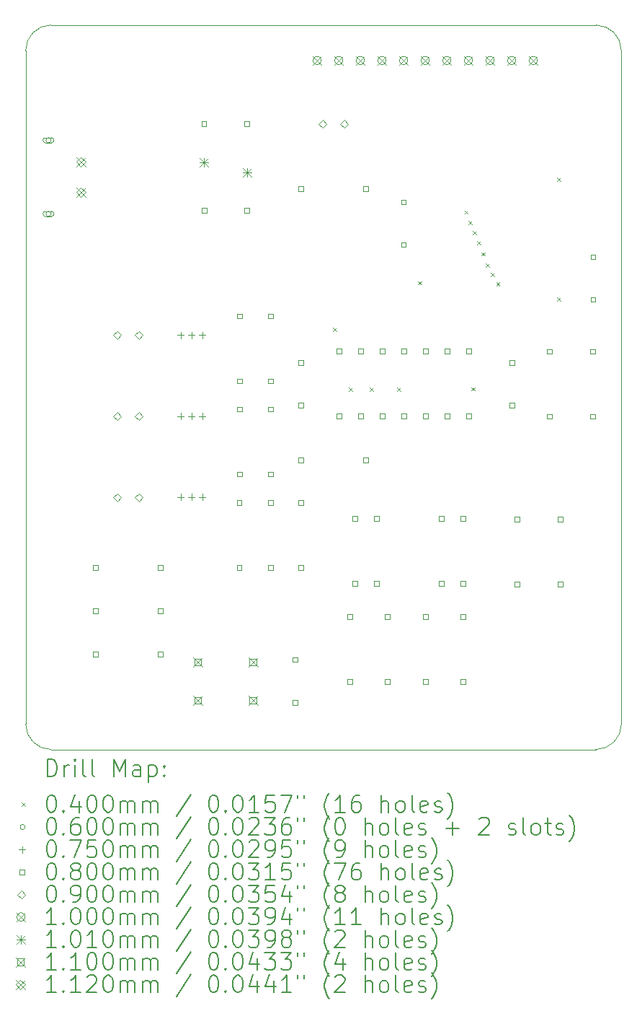
<source format=gbr>
%TF.GenerationSoftware,KiCad,Pcbnew,8.0.8*%
%TF.CreationDate,2025-02-11T23:26:12+09:00*%
%TF.ProjectId,1bit-cpu_asic,31626974-2d63-4707-955f-617369632e6b,rev?*%
%TF.SameCoordinates,Original*%
%TF.FileFunction,Drillmap*%
%TF.FilePolarity,Positive*%
%FSLAX45Y45*%
G04 Gerber Fmt 4.5, Leading zero omitted, Abs format (unit mm)*
G04 Created by KiCad (PCBNEW 8.0.8) date 2025-02-11 23:26:12*
%MOMM*%
%LPD*%
G01*
G04 APERTURE LIST*
%ADD10C,0.100000*%
%ADD11C,0.200000*%
%ADD12C,0.101000*%
%ADD13C,0.110000*%
%ADD14C,0.112000*%
G04 APERTURE END LIST*
D10*
X10544000Y-6124000D02*
G75*
G02*
X10844000Y-5824000I300000J0D01*
G01*
X10544000Y-14024000D02*
X10544000Y-6124000D01*
X17244000Y-14324000D02*
X10844000Y-14324000D01*
X17244000Y-5824000D02*
G75*
G02*
X17544000Y-6124000I0J-300000D01*
G01*
X17544000Y-14024000D02*
G75*
G02*
X17244000Y-14324000I-300000J0D01*
G01*
X10844000Y-14324000D02*
G75*
G02*
X10544000Y-14024000I0J300000D01*
G01*
X17544000Y-6124000D02*
X17544000Y-14024000D01*
X10844000Y-5824000D02*
X17244000Y-5824000D01*
D11*
D10*
X14155000Y-9375000D02*
X14195000Y-9415000D01*
X14195000Y-9375000D02*
X14155000Y-9415000D01*
X14340000Y-10080000D02*
X14380000Y-10120000D01*
X14380000Y-10080000D02*
X14340000Y-10120000D01*
X14585000Y-10076500D02*
X14625000Y-10116500D01*
X14625000Y-10076500D02*
X14585000Y-10116500D01*
X14910000Y-10080000D02*
X14950000Y-10120000D01*
X14950000Y-10080000D02*
X14910000Y-10120000D01*
X15155000Y-8830000D02*
X15195000Y-8870000D01*
X15195000Y-8830000D02*
X15155000Y-8870000D01*
X15700000Y-8000000D02*
X15740000Y-8040000D01*
X15740000Y-8000000D02*
X15700000Y-8040000D01*
X15750000Y-8120000D02*
X15790000Y-8160000D01*
X15790000Y-8120000D02*
X15750000Y-8160000D01*
X15780000Y-10075000D02*
X15820000Y-10115000D01*
X15820000Y-10075000D02*
X15780000Y-10115000D01*
X15800000Y-8240000D02*
X15840000Y-8280000D01*
X15840000Y-8240000D02*
X15800000Y-8280000D01*
X15850000Y-8360000D02*
X15890000Y-8400000D01*
X15890000Y-8360000D02*
X15850000Y-8400000D01*
X15900000Y-8490000D02*
X15940000Y-8530000D01*
X15940000Y-8490000D02*
X15900000Y-8530000D01*
X15950000Y-8620000D02*
X15990000Y-8660000D01*
X15990000Y-8620000D02*
X15950000Y-8660000D01*
X16010000Y-8730000D02*
X16050000Y-8770000D01*
X16050000Y-8730000D02*
X16010000Y-8770000D01*
X16074388Y-8844388D02*
X16114388Y-8884388D01*
X16114388Y-8844388D02*
X16074388Y-8884388D01*
X16790000Y-7615000D02*
X16830000Y-7655000D01*
X16830000Y-7615000D02*
X16790000Y-7655000D01*
X16790000Y-9020000D02*
X16830000Y-9060000D01*
X16830000Y-9020000D02*
X16790000Y-9060000D01*
X10843000Y-7175500D02*
G75*
G02*
X10783000Y-7175500I-30000J0D01*
G01*
X10783000Y-7175500D02*
G75*
G02*
X10843000Y-7175500I30000J0D01*
G01*
X10848000Y-7145500D02*
X10778000Y-7145500D01*
X10778000Y-7205500D02*
G75*
G02*
X10778000Y-7145500I0J30000D01*
G01*
X10778000Y-7205500D02*
X10848000Y-7205500D01*
X10848000Y-7205500D02*
G75*
G03*
X10848000Y-7145500I0J30000D01*
G01*
X10843000Y-8039100D02*
G75*
G02*
X10783000Y-8039100I-30000J0D01*
G01*
X10783000Y-8039100D02*
G75*
G02*
X10843000Y-8039100I30000J0D01*
G01*
X10848000Y-8009100D02*
X10778000Y-8009100D01*
X10778000Y-8069100D02*
G75*
G02*
X10778000Y-8009100I0J30000D01*
G01*
X10778000Y-8069100D02*
X10848000Y-8069100D01*
X10848000Y-8069100D02*
G75*
G03*
X10848000Y-8009100I0J30000D01*
G01*
X12365000Y-9422500D02*
X12365000Y-9497500D01*
X12327500Y-9460000D02*
X12402500Y-9460000D01*
X12365000Y-10377500D02*
X12365000Y-10452500D01*
X12327500Y-10415000D02*
X12402500Y-10415000D01*
X12365000Y-11322500D02*
X12365000Y-11397500D01*
X12327500Y-11360000D02*
X12402500Y-11360000D01*
X12492000Y-9422500D02*
X12492000Y-9497500D01*
X12454500Y-9460000D02*
X12529500Y-9460000D01*
X12492000Y-10377500D02*
X12492000Y-10452500D01*
X12454500Y-10415000D02*
X12529500Y-10415000D01*
X12492000Y-11322500D02*
X12492000Y-11397500D01*
X12454500Y-11360000D02*
X12529500Y-11360000D01*
X12619000Y-9422500D02*
X12619000Y-9497500D01*
X12581500Y-9460000D02*
X12656500Y-9460000D01*
X12619000Y-10377500D02*
X12619000Y-10452500D01*
X12581500Y-10415000D02*
X12656500Y-10415000D01*
X12619000Y-11322500D02*
X12619000Y-11397500D01*
X12581500Y-11360000D02*
X12656500Y-11360000D01*
X11394784Y-12220284D02*
X11394784Y-12163715D01*
X11338215Y-12163715D01*
X11338215Y-12220284D01*
X11394784Y-12220284D01*
X11394784Y-12728284D02*
X11394784Y-12671715D01*
X11338215Y-12671715D01*
X11338215Y-12728284D01*
X11394784Y-12728284D01*
X11394784Y-13236284D02*
X11394784Y-13179715D01*
X11338215Y-13179715D01*
X11338215Y-13236284D01*
X11394784Y-13236284D01*
X12156784Y-12220284D02*
X12156784Y-12163715D01*
X12100215Y-12163715D01*
X12100215Y-12220284D01*
X12156784Y-12220284D01*
X12156784Y-12728284D02*
X12156784Y-12671715D01*
X12100215Y-12671715D01*
X12100215Y-12728284D01*
X12156784Y-12728284D01*
X12156784Y-13236284D02*
X12156784Y-13179715D01*
X12100215Y-13179715D01*
X12100215Y-13236284D01*
X12156784Y-13236284D01*
X12668784Y-7013284D02*
X12668784Y-6956715D01*
X12612215Y-6956715D01*
X12612215Y-7013284D01*
X12668784Y-7013284D01*
X12672784Y-8029284D02*
X12672784Y-7972715D01*
X12616215Y-7972715D01*
X12616215Y-8029284D01*
X12672784Y-8029284D01*
X13083284Y-11458284D02*
X13083284Y-11401715D01*
X13026715Y-11401715D01*
X13026715Y-11458284D01*
X13083284Y-11458284D01*
X13083284Y-12220284D02*
X13083284Y-12163715D01*
X13026715Y-12163715D01*
X13026715Y-12220284D01*
X13083284Y-12220284D01*
X13088284Y-9266285D02*
X13088284Y-9209716D01*
X13031715Y-9209716D01*
X13031715Y-9266285D01*
X13088284Y-9266285D01*
X13088284Y-10028285D02*
X13088284Y-9971716D01*
X13031715Y-9971716D01*
X13031715Y-10028285D01*
X13088284Y-10028285D01*
X13088284Y-10358285D02*
X13088284Y-10301716D01*
X13031715Y-10301716D01*
X13031715Y-10358285D01*
X13088284Y-10358285D01*
X13088284Y-11120285D02*
X13088284Y-11063716D01*
X13031715Y-11063716D01*
X13031715Y-11120285D01*
X13088284Y-11120285D01*
X13168784Y-7013284D02*
X13168784Y-6956715D01*
X13112215Y-6956715D01*
X13112215Y-7013284D01*
X13168784Y-7013284D01*
X13172784Y-8029284D02*
X13172784Y-7972715D01*
X13116215Y-7972715D01*
X13116215Y-8029284D01*
X13172784Y-8029284D01*
X13448284Y-9266285D02*
X13448284Y-9209716D01*
X13391715Y-9209716D01*
X13391715Y-9266285D01*
X13448284Y-9266285D01*
X13448284Y-10028285D02*
X13448284Y-9971716D01*
X13391715Y-9971716D01*
X13391715Y-10028285D01*
X13448284Y-10028285D01*
X13448284Y-10358285D02*
X13448284Y-10301716D01*
X13391715Y-10301716D01*
X13391715Y-10358285D01*
X13448284Y-10358285D01*
X13448284Y-11120285D02*
X13448284Y-11063716D01*
X13391715Y-11063716D01*
X13391715Y-11120285D01*
X13448284Y-11120285D01*
X13448284Y-11458284D02*
X13448284Y-11401715D01*
X13391715Y-11401715D01*
X13391715Y-11458284D01*
X13448284Y-11458284D01*
X13448284Y-12220284D02*
X13448284Y-12163715D01*
X13391715Y-12163715D01*
X13391715Y-12220284D01*
X13448284Y-12220284D01*
X13738284Y-13298284D02*
X13738284Y-13241715D01*
X13681715Y-13241715D01*
X13681715Y-13298284D01*
X13738284Y-13298284D01*
X13738284Y-13798284D02*
X13738284Y-13741715D01*
X13681715Y-13741715D01*
X13681715Y-13798284D01*
X13738284Y-13798284D01*
X13807284Y-7775284D02*
X13807284Y-7718715D01*
X13750715Y-7718715D01*
X13750715Y-7775284D01*
X13807284Y-7775284D01*
X13807784Y-9815285D02*
X13807784Y-9758716D01*
X13751215Y-9758716D01*
X13751215Y-9815285D01*
X13807784Y-9815285D01*
X13807784Y-10315285D02*
X13807784Y-10258716D01*
X13751215Y-10258716D01*
X13751215Y-10315285D01*
X13807784Y-10315285D01*
X13808284Y-10958285D02*
X13808284Y-10901716D01*
X13751715Y-10901716D01*
X13751715Y-10958285D01*
X13808284Y-10958285D01*
X13808284Y-11458284D02*
X13808284Y-11401715D01*
X13751715Y-11401715D01*
X13751715Y-11458284D01*
X13808284Y-11458284D01*
X13808284Y-12220284D02*
X13808284Y-12163715D01*
X13751715Y-12163715D01*
X13751715Y-12220284D01*
X13808284Y-12220284D01*
X14252284Y-9680285D02*
X14252284Y-9623716D01*
X14195715Y-9623716D01*
X14195715Y-9680285D01*
X14252284Y-9680285D01*
X14252284Y-10442285D02*
X14252284Y-10385716D01*
X14195715Y-10385716D01*
X14195715Y-10442285D01*
X14252284Y-10442285D01*
X14379284Y-12791784D02*
X14379284Y-12735215D01*
X14322715Y-12735215D01*
X14322715Y-12791784D01*
X14379284Y-12791784D01*
X14379284Y-13553784D02*
X14379284Y-13497215D01*
X14322715Y-13497215D01*
X14322715Y-13553784D01*
X14379284Y-13553784D01*
X14442284Y-11644534D02*
X14442284Y-11587965D01*
X14385715Y-11587965D01*
X14385715Y-11644534D01*
X14442284Y-11644534D01*
X14442284Y-12406534D02*
X14442284Y-12349965D01*
X14385715Y-12349965D01*
X14385715Y-12406534D01*
X14442284Y-12406534D01*
X14506284Y-9680285D02*
X14506284Y-9623716D01*
X14449715Y-9623716D01*
X14449715Y-9680285D01*
X14506284Y-9680285D01*
X14506284Y-10442285D02*
X14506284Y-10385716D01*
X14449715Y-10385716D01*
X14449715Y-10442285D01*
X14506284Y-10442285D01*
X14569284Y-7775284D02*
X14569284Y-7718715D01*
X14512715Y-7718715D01*
X14512715Y-7775284D01*
X14569284Y-7775284D01*
X14570284Y-10958285D02*
X14570284Y-10901716D01*
X14513715Y-10901716D01*
X14513715Y-10958285D01*
X14570284Y-10958285D01*
X14696284Y-11644534D02*
X14696284Y-11587965D01*
X14639715Y-11587965D01*
X14639715Y-11644534D01*
X14696284Y-11644534D01*
X14696284Y-12406534D02*
X14696284Y-12349965D01*
X14639715Y-12349965D01*
X14639715Y-12406534D01*
X14696284Y-12406534D01*
X14760284Y-9680285D02*
X14760284Y-9623716D01*
X14703715Y-9623716D01*
X14703715Y-9680285D01*
X14760284Y-9680285D01*
X14760284Y-10442285D02*
X14760284Y-10385716D01*
X14703715Y-10385716D01*
X14703715Y-10442285D01*
X14760284Y-10442285D01*
X14823784Y-12791784D02*
X14823784Y-12735215D01*
X14767215Y-12735215D01*
X14767215Y-12791784D01*
X14823784Y-12791784D01*
X14823784Y-13553784D02*
X14823784Y-13497215D01*
X14767215Y-13497215D01*
X14767215Y-13553784D01*
X14823784Y-13553784D01*
X15013284Y-7928284D02*
X15013284Y-7871715D01*
X14956715Y-7871715D01*
X14956715Y-7928284D01*
X15013284Y-7928284D01*
X15013284Y-8428285D02*
X15013284Y-8371715D01*
X14956715Y-8371715D01*
X14956715Y-8428285D01*
X15013284Y-8428285D01*
X15014284Y-9680285D02*
X15014284Y-9623716D01*
X14957715Y-9623716D01*
X14957715Y-9680285D01*
X15014284Y-9680285D01*
X15014284Y-10442285D02*
X15014284Y-10385716D01*
X14957715Y-10385716D01*
X14957715Y-10442285D01*
X15014284Y-10442285D01*
X15268284Y-9680285D02*
X15268284Y-9623716D01*
X15211715Y-9623716D01*
X15211715Y-9680285D01*
X15268284Y-9680285D01*
X15268284Y-10442285D02*
X15268284Y-10385716D01*
X15211715Y-10385716D01*
X15211715Y-10442285D01*
X15268284Y-10442285D01*
X15268284Y-12791784D02*
X15268284Y-12735215D01*
X15211715Y-12735215D01*
X15211715Y-12791784D01*
X15268284Y-12791784D01*
X15268284Y-13553784D02*
X15268284Y-13497215D01*
X15211715Y-13497215D01*
X15211715Y-13553784D01*
X15268284Y-13553784D01*
X15458284Y-11644534D02*
X15458284Y-11587965D01*
X15401715Y-11587965D01*
X15401715Y-11644534D01*
X15458284Y-11644534D01*
X15458284Y-12406534D02*
X15458284Y-12349965D01*
X15401715Y-12349965D01*
X15401715Y-12406534D01*
X15458284Y-12406534D01*
X15522284Y-9680285D02*
X15522284Y-9623716D01*
X15465715Y-9623716D01*
X15465715Y-9680285D01*
X15522284Y-9680285D01*
X15522284Y-10442285D02*
X15522284Y-10385716D01*
X15465715Y-10385716D01*
X15465715Y-10442285D01*
X15522284Y-10442285D01*
X15712284Y-11644534D02*
X15712284Y-11587965D01*
X15655715Y-11587965D01*
X15655715Y-11644534D01*
X15712284Y-11644534D01*
X15712284Y-12406534D02*
X15712284Y-12349965D01*
X15655715Y-12349965D01*
X15655715Y-12406534D01*
X15712284Y-12406534D01*
X15712784Y-12791784D02*
X15712784Y-12735215D01*
X15656215Y-12735215D01*
X15656215Y-12791784D01*
X15712784Y-12791784D01*
X15712784Y-13553784D02*
X15712784Y-13497215D01*
X15656215Y-13497215D01*
X15656215Y-13553784D01*
X15712784Y-13553784D01*
X15776284Y-9680285D02*
X15776284Y-9623716D01*
X15719715Y-9623716D01*
X15719715Y-9680285D01*
X15776284Y-9680285D01*
X15776284Y-10442285D02*
X15776284Y-10385716D01*
X15719715Y-10385716D01*
X15719715Y-10442285D01*
X15776284Y-10442285D01*
X16284784Y-9812285D02*
X16284784Y-9755716D01*
X16228215Y-9755716D01*
X16228215Y-9812285D01*
X16284784Y-9812285D01*
X16284784Y-10312285D02*
X16284784Y-10255716D01*
X16228215Y-10255716D01*
X16228215Y-10312285D01*
X16284784Y-10312285D01*
X16347784Y-11648784D02*
X16347784Y-11592215D01*
X16291215Y-11592215D01*
X16291215Y-11648784D01*
X16347784Y-11648784D01*
X16347784Y-12410784D02*
X16347784Y-12354215D01*
X16291215Y-12354215D01*
X16291215Y-12410784D01*
X16347784Y-12410784D01*
X16729284Y-9681285D02*
X16729284Y-9624716D01*
X16672715Y-9624716D01*
X16672715Y-9681285D01*
X16729284Y-9681285D01*
X16729284Y-10443285D02*
X16729284Y-10386716D01*
X16672715Y-10386716D01*
X16672715Y-10443285D01*
X16729284Y-10443285D01*
X16855785Y-11648784D02*
X16855785Y-11592215D01*
X16799216Y-11592215D01*
X16799216Y-11648784D01*
X16855785Y-11648784D01*
X16855785Y-12410784D02*
X16855785Y-12354215D01*
X16799216Y-12354215D01*
X16799216Y-12410784D01*
X16855785Y-12410784D01*
X17237285Y-9681285D02*
X17237285Y-9624716D01*
X17180716Y-9624716D01*
X17180716Y-9681285D01*
X17237285Y-9681285D01*
X17237285Y-10443285D02*
X17237285Y-10386716D01*
X17180716Y-10386716D01*
X17180716Y-10443285D01*
X17237285Y-10443285D01*
X17238285Y-8573285D02*
X17238285Y-8516716D01*
X17181716Y-8516716D01*
X17181716Y-8573285D01*
X17238285Y-8573285D01*
X17238285Y-9073285D02*
X17238285Y-9016716D01*
X17181716Y-9016716D01*
X17181716Y-9073285D01*
X17238285Y-9073285D01*
X11620000Y-10459000D02*
X11665000Y-10414000D01*
X11620000Y-10369000D01*
X11575000Y-10414000D01*
X11620000Y-10459000D01*
X11620000Y-11411500D02*
X11665000Y-11366500D01*
X11620000Y-11321500D01*
X11575000Y-11366500D01*
X11620000Y-11411500D01*
X11620500Y-9506500D02*
X11665500Y-9461500D01*
X11620500Y-9416500D01*
X11575500Y-9461500D01*
X11620500Y-9506500D01*
X11874000Y-10459000D02*
X11919000Y-10414000D01*
X11874000Y-10369000D01*
X11829000Y-10414000D01*
X11874000Y-10459000D01*
X11874000Y-11411500D02*
X11919000Y-11366500D01*
X11874000Y-11321500D01*
X11829000Y-11366500D01*
X11874000Y-11411500D01*
X11874500Y-9506500D02*
X11919500Y-9461500D01*
X11874500Y-9416500D01*
X11829500Y-9461500D01*
X11874500Y-9506500D01*
X14033000Y-7030000D02*
X14078000Y-6985000D01*
X14033000Y-6940000D01*
X13988000Y-6985000D01*
X14033000Y-7030000D01*
X14287000Y-7030000D02*
X14332000Y-6985000D01*
X14287000Y-6940000D01*
X14242000Y-6985000D01*
X14287000Y-7030000D01*
X13920000Y-6190000D02*
X14020000Y-6290000D01*
X14020000Y-6190000D02*
X13920000Y-6290000D01*
X14020000Y-6240000D02*
G75*
G02*
X13920000Y-6240000I-50000J0D01*
G01*
X13920000Y-6240000D02*
G75*
G02*
X14020000Y-6240000I50000J0D01*
G01*
X14174000Y-6190000D02*
X14274000Y-6290000D01*
X14274000Y-6190000D02*
X14174000Y-6290000D01*
X14274000Y-6240000D02*
G75*
G02*
X14174000Y-6240000I-50000J0D01*
G01*
X14174000Y-6240000D02*
G75*
G02*
X14274000Y-6240000I50000J0D01*
G01*
X14428000Y-6190000D02*
X14528000Y-6290000D01*
X14528000Y-6190000D02*
X14428000Y-6290000D01*
X14528000Y-6240000D02*
G75*
G02*
X14428000Y-6240000I-50000J0D01*
G01*
X14428000Y-6240000D02*
G75*
G02*
X14528000Y-6240000I50000J0D01*
G01*
X14682000Y-6190000D02*
X14782000Y-6290000D01*
X14782000Y-6190000D02*
X14682000Y-6290000D01*
X14782000Y-6240000D02*
G75*
G02*
X14682000Y-6240000I-50000J0D01*
G01*
X14682000Y-6240000D02*
G75*
G02*
X14782000Y-6240000I50000J0D01*
G01*
X14936000Y-6190000D02*
X15036000Y-6290000D01*
X15036000Y-6190000D02*
X14936000Y-6290000D01*
X15036000Y-6240000D02*
G75*
G02*
X14936000Y-6240000I-50000J0D01*
G01*
X14936000Y-6240000D02*
G75*
G02*
X15036000Y-6240000I50000J0D01*
G01*
X15190000Y-6190000D02*
X15290000Y-6290000D01*
X15290000Y-6190000D02*
X15190000Y-6290000D01*
X15290000Y-6240000D02*
G75*
G02*
X15190000Y-6240000I-50000J0D01*
G01*
X15190000Y-6240000D02*
G75*
G02*
X15290000Y-6240000I50000J0D01*
G01*
X15444000Y-6190000D02*
X15544000Y-6290000D01*
X15544000Y-6190000D02*
X15444000Y-6290000D01*
X15544000Y-6240000D02*
G75*
G02*
X15444000Y-6240000I-50000J0D01*
G01*
X15444000Y-6240000D02*
G75*
G02*
X15544000Y-6240000I50000J0D01*
G01*
X15698000Y-6190000D02*
X15798000Y-6290000D01*
X15798000Y-6190000D02*
X15698000Y-6290000D01*
X15798000Y-6240000D02*
G75*
G02*
X15698000Y-6240000I-50000J0D01*
G01*
X15698000Y-6240000D02*
G75*
G02*
X15798000Y-6240000I50000J0D01*
G01*
X15952000Y-6190000D02*
X16052000Y-6290000D01*
X16052000Y-6190000D02*
X15952000Y-6290000D01*
X16052000Y-6240000D02*
G75*
G02*
X15952000Y-6240000I-50000J0D01*
G01*
X15952000Y-6240000D02*
G75*
G02*
X16052000Y-6240000I50000J0D01*
G01*
X16206000Y-6190000D02*
X16306000Y-6290000D01*
X16306000Y-6190000D02*
X16206000Y-6290000D01*
X16306000Y-6240000D02*
G75*
G02*
X16206000Y-6240000I-50000J0D01*
G01*
X16206000Y-6240000D02*
G75*
G02*
X16306000Y-6240000I50000J0D01*
G01*
X16460000Y-6190000D02*
X16560000Y-6290000D01*
X16560000Y-6190000D02*
X16460000Y-6290000D01*
X16560000Y-6240000D02*
G75*
G02*
X16460000Y-6240000I-50000J0D01*
G01*
X16460000Y-6240000D02*
G75*
G02*
X16560000Y-6240000I50000J0D01*
G01*
D12*
X12585000Y-7382500D02*
X12686000Y-7483500D01*
X12686000Y-7382500D02*
X12585000Y-7483500D01*
X12635500Y-7382500D02*
X12635500Y-7483500D01*
X12585000Y-7433000D02*
X12686000Y-7433000D01*
X13095000Y-7502500D02*
X13196000Y-7603500D01*
X13196000Y-7502500D02*
X13095000Y-7603500D01*
X13145500Y-7502500D02*
X13145500Y-7603500D01*
X13095000Y-7553000D02*
X13196000Y-7553000D01*
D13*
X12510500Y-13245500D02*
X12620500Y-13355500D01*
X12620500Y-13245500D02*
X12510500Y-13355500D01*
X12604391Y-13339391D02*
X12604391Y-13261609D01*
X12526609Y-13261609D01*
X12526609Y-13339391D01*
X12604391Y-13339391D01*
X12510500Y-13695500D02*
X12620500Y-13805500D01*
X12620500Y-13695500D02*
X12510500Y-13805500D01*
X12604391Y-13789391D02*
X12604391Y-13711609D01*
X12526609Y-13711609D01*
X12526609Y-13789391D01*
X12604391Y-13789391D01*
X13160500Y-13245500D02*
X13270500Y-13355500D01*
X13270500Y-13245500D02*
X13160500Y-13355500D01*
X13254391Y-13339391D02*
X13254391Y-13261609D01*
X13176609Y-13261609D01*
X13176609Y-13339391D01*
X13254391Y-13339391D01*
X13160500Y-13695500D02*
X13270500Y-13805500D01*
X13270500Y-13695500D02*
X13160500Y-13805500D01*
X13254391Y-13789391D02*
X13254391Y-13711609D01*
X13176609Y-13711609D01*
X13176609Y-13789391D01*
X13254391Y-13789391D01*
D14*
X11138000Y-7373500D02*
X11250000Y-7485500D01*
X11250000Y-7373500D02*
X11138000Y-7485500D01*
X11194000Y-7485500D02*
X11250000Y-7429500D01*
X11194000Y-7373500D01*
X11138000Y-7429500D01*
X11194000Y-7485500D01*
X11138000Y-7729100D02*
X11250000Y-7841100D01*
X11250000Y-7729100D02*
X11138000Y-7841100D01*
X11194000Y-7841100D02*
X11250000Y-7785100D01*
X11194000Y-7729100D01*
X11138000Y-7785100D01*
X11194000Y-7841100D01*
D11*
X10799777Y-14640484D02*
X10799777Y-14440484D01*
X10799777Y-14440484D02*
X10847396Y-14440484D01*
X10847396Y-14440484D02*
X10875967Y-14450008D01*
X10875967Y-14450008D02*
X10895015Y-14469055D01*
X10895015Y-14469055D02*
X10904539Y-14488103D01*
X10904539Y-14488103D02*
X10914063Y-14526198D01*
X10914063Y-14526198D02*
X10914063Y-14554769D01*
X10914063Y-14554769D02*
X10904539Y-14592865D01*
X10904539Y-14592865D02*
X10895015Y-14611912D01*
X10895015Y-14611912D02*
X10875967Y-14630960D01*
X10875967Y-14630960D02*
X10847396Y-14640484D01*
X10847396Y-14640484D02*
X10799777Y-14640484D01*
X10999777Y-14640484D02*
X10999777Y-14507150D01*
X10999777Y-14545246D02*
X11009301Y-14526198D01*
X11009301Y-14526198D02*
X11018824Y-14516674D01*
X11018824Y-14516674D02*
X11037872Y-14507150D01*
X11037872Y-14507150D02*
X11056920Y-14507150D01*
X11123586Y-14640484D02*
X11123586Y-14507150D01*
X11123586Y-14440484D02*
X11114063Y-14450008D01*
X11114063Y-14450008D02*
X11123586Y-14459531D01*
X11123586Y-14459531D02*
X11133110Y-14450008D01*
X11133110Y-14450008D02*
X11123586Y-14440484D01*
X11123586Y-14440484D02*
X11123586Y-14459531D01*
X11247396Y-14640484D02*
X11228348Y-14630960D01*
X11228348Y-14630960D02*
X11218824Y-14611912D01*
X11218824Y-14611912D02*
X11218824Y-14440484D01*
X11352158Y-14640484D02*
X11333110Y-14630960D01*
X11333110Y-14630960D02*
X11323586Y-14611912D01*
X11323586Y-14611912D02*
X11323586Y-14440484D01*
X11580729Y-14640484D02*
X11580729Y-14440484D01*
X11580729Y-14440484D02*
X11647396Y-14583341D01*
X11647396Y-14583341D02*
X11714062Y-14440484D01*
X11714062Y-14440484D02*
X11714062Y-14640484D01*
X11895015Y-14640484D02*
X11895015Y-14535722D01*
X11895015Y-14535722D02*
X11885491Y-14516674D01*
X11885491Y-14516674D02*
X11866443Y-14507150D01*
X11866443Y-14507150D02*
X11828348Y-14507150D01*
X11828348Y-14507150D02*
X11809301Y-14516674D01*
X11895015Y-14630960D02*
X11875967Y-14640484D01*
X11875967Y-14640484D02*
X11828348Y-14640484D01*
X11828348Y-14640484D02*
X11809301Y-14630960D01*
X11809301Y-14630960D02*
X11799777Y-14611912D01*
X11799777Y-14611912D02*
X11799777Y-14592865D01*
X11799777Y-14592865D02*
X11809301Y-14573817D01*
X11809301Y-14573817D02*
X11828348Y-14564293D01*
X11828348Y-14564293D02*
X11875967Y-14564293D01*
X11875967Y-14564293D02*
X11895015Y-14554769D01*
X11990253Y-14507150D02*
X11990253Y-14707150D01*
X11990253Y-14516674D02*
X12009301Y-14507150D01*
X12009301Y-14507150D02*
X12047396Y-14507150D01*
X12047396Y-14507150D02*
X12066443Y-14516674D01*
X12066443Y-14516674D02*
X12075967Y-14526198D01*
X12075967Y-14526198D02*
X12085491Y-14545246D01*
X12085491Y-14545246D02*
X12085491Y-14602388D01*
X12085491Y-14602388D02*
X12075967Y-14621436D01*
X12075967Y-14621436D02*
X12066443Y-14630960D01*
X12066443Y-14630960D02*
X12047396Y-14640484D01*
X12047396Y-14640484D02*
X12009301Y-14640484D01*
X12009301Y-14640484D02*
X11990253Y-14630960D01*
X12171205Y-14621436D02*
X12180729Y-14630960D01*
X12180729Y-14630960D02*
X12171205Y-14640484D01*
X12171205Y-14640484D02*
X12161682Y-14630960D01*
X12161682Y-14630960D02*
X12171205Y-14621436D01*
X12171205Y-14621436D02*
X12171205Y-14640484D01*
X12171205Y-14516674D02*
X12180729Y-14526198D01*
X12180729Y-14526198D02*
X12171205Y-14535722D01*
X12171205Y-14535722D02*
X12161682Y-14526198D01*
X12161682Y-14526198D02*
X12171205Y-14516674D01*
X12171205Y-14516674D02*
X12171205Y-14535722D01*
D10*
X10499000Y-14949000D02*
X10539000Y-14989000D01*
X10539000Y-14949000D02*
X10499000Y-14989000D01*
D11*
X10837872Y-14860484D02*
X10856920Y-14860484D01*
X10856920Y-14860484D02*
X10875967Y-14870008D01*
X10875967Y-14870008D02*
X10885491Y-14879531D01*
X10885491Y-14879531D02*
X10895015Y-14898579D01*
X10895015Y-14898579D02*
X10904539Y-14936674D01*
X10904539Y-14936674D02*
X10904539Y-14984293D01*
X10904539Y-14984293D02*
X10895015Y-15022388D01*
X10895015Y-15022388D02*
X10885491Y-15041436D01*
X10885491Y-15041436D02*
X10875967Y-15050960D01*
X10875967Y-15050960D02*
X10856920Y-15060484D01*
X10856920Y-15060484D02*
X10837872Y-15060484D01*
X10837872Y-15060484D02*
X10818824Y-15050960D01*
X10818824Y-15050960D02*
X10809301Y-15041436D01*
X10809301Y-15041436D02*
X10799777Y-15022388D01*
X10799777Y-15022388D02*
X10790253Y-14984293D01*
X10790253Y-14984293D02*
X10790253Y-14936674D01*
X10790253Y-14936674D02*
X10799777Y-14898579D01*
X10799777Y-14898579D02*
X10809301Y-14879531D01*
X10809301Y-14879531D02*
X10818824Y-14870008D01*
X10818824Y-14870008D02*
X10837872Y-14860484D01*
X10990253Y-15041436D02*
X10999777Y-15050960D01*
X10999777Y-15050960D02*
X10990253Y-15060484D01*
X10990253Y-15060484D02*
X10980729Y-15050960D01*
X10980729Y-15050960D02*
X10990253Y-15041436D01*
X10990253Y-15041436D02*
X10990253Y-15060484D01*
X11171205Y-14927150D02*
X11171205Y-15060484D01*
X11123586Y-14850960D02*
X11075967Y-14993817D01*
X11075967Y-14993817D02*
X11199777Y-14993817D01*
X11314062Y-14860484D02*
X11333110Y-14860484D01*
X11333110Y-14860484D02*
X11352158Y-14870008D01*
X11352158Y-14870008D02*
X11361682Y-14879531D01*
X11361682Y-14879531D02*
X11371205Y-14898579D01*
X11371205Y-14898579D02*
X11380729Y-14936674D01*
X11380729Y-14936674D02*
X11380729Y-14984293D01*
X11380729Y-14984293D02*
X11371205Y-15022388D01*
X11371205Y-15022388D02*
X11361682Y-15041436D01*
X11361682Y-15041436D02*
X11352158Y-15050960D01*
X11352158Y-15050960D02*
X11333110Y-15060484D01*
X11333110Y-15060484D02*
X11314062Y-15060484D01*
X11314062Y-15060484D02*
X11295015Y-15050960D01*
X11295015Y-15050960D02*
X11285491Y-15041436D01*
X11285491Y-15041436D02*
X11275967Y-15022388D01*
X11275967Y-15022388D02*
X11266443Y-14984293D01*
X11266443Y-14984293D02*
X11266443Y-14936674D01*
X11266443Y-14936674D02*
X11275967Y-14898579D01*
X11275967Y-14898579D02*
X11285491Y-14879531D01*
X11285491Y-14879531D02*
X11295015Y-14870008D01*
X11295015Y-14870008D02*
X11314062Y-14860484D01*
X11504539Y-14860484D02*
X11523586Y-14860484D01*
X11523586Y-14860484D02*
X11542634Y-14870008D01*
X11542634Y-14870008D02*
X11552158Y-14879531D01*
X11552158Y-14879531D02*
X11561682Y-14898579D01*
X11561682Y-14898579D02*
X11571205Y-14936674D01*
X11571205Y-14936674D02*
X11571205Y-14984293D01*
X11571205Y-14984293D02*
X11561682Y-15022388D01*
X11561682Y-15022388D02*
X11552158Y-15041436D01*
X11552158Y-15041436D02*
X11542634Y-15050960D01*
X11542634Y-15050960D02*
X11523586Y-15060484D01*
X11523586Y-15060484D02*
X11504539Y-15060484D01*
X11504539Y-15060484D02*
X11485491Y-15050960D01*
X11485491Y-15050960D02*
X11475967Y-15041436D01*
X11475967Y-15041436D02*
X11466443Y-15022388D01*
X11466443Y-15022388D02*
X11456920Y-14984293D01*
X11456920Y-14984293D02*
X11456920Y-14936674D01*
X11456920Y-14936674D02*
X11466443Y-14898579D01*
X11466443Y-14898579D02*
X11475967Y-14879531D01*
X11475967Y-14879531D02*
X11485491Y-14870008D01*
X11485491Y-14870008D02*
X11504539Y-14860484D01*
X11656920Y-15060484D02*
X11656920Y-14927150D01*
X11656920Y-14946198D02*
X11666443Y-14936674D01*
X11666443Y-14936674D02*
X11685491Y-14927150D01*
X11685491Y-14927150D02*
X11714063Y-14927150D01*
X11714063Y-14927150D02*
X11733110Y-14936674D01*
X11733110Y-14936674D02*
X11742634Y-14955722D01*
X11742634Y-14955722D02*
X11742634Y-15060484D01*
X11742634Y-14955722D02*
X11752158Y-14936674D01*
X11752158Y-14936674D02*
X11771205Y-14927150D01*
X11771205Y-14927150D02*
X11799777Y-14927150D01*
X11799777Y-14927150D02*
X11818824Y-14936674D01*
X11818824Y-14936674D02*
X11828348Y-14955722D01*
X11828348Y-14955722D02*
X11828348Y-15060484D01*
X11923586Y-15060484D02*
X11923586Y-14927150D01*
X11923586Y-14946198D02*
X11933110Y-14936674D01*
X11933110Y-14936674D02*
X11952158Y-14927150D01*
X11952158Y-14927150D02*
X11980729Y-14927150D01*
X11980729Y-14927150D02*
X11999777Y-14936674D01*
X11999777Y-14936674D02*
X12009301Y-14955722D01*
X12009301Y-14955722D02*
X12009301Y-15060484D01*
X12009301Y-14955722D02*
X12018824Y-14936674D01*
X12018824Y-14936674D02*
X12037872Y-14927150D01*
X12037872Y-14927150D02*
X12066443Y-14927150D01*
X12066443Y-14927150D02*
X12085491Y-14936674D01*
X12085491Y-14936674D02*
X12095015Y-14955722D01*
X12095015Y-14955722D02*
X12095015Y-15060484D01*
X12485491Y-14850960D02*
X12314063Y-15108103D01*
X12742634Y-14860484D02*
X12761682Y-14860484D01*
X12761682Y-14860484D02*
X12780729Y-14870008D01*
X12780729Y-14870008D02*
X12790253Y-14879531D01*
X12790253Y-14879531D02*
X12799777Y-14898579D01*
X12799777Y-14898579D02*
X12809301Y-14936674D01*
X12809301Y-14936674D02*
X12809301Y-14984293D01*
X12809301Y-14984293D02*
X12799777Y-15022388D01*
X12799777Y-15022388D02*
X12790253Y-15041436D01*
X12790253Y-15041436D02*
X12780729Y-15050960D01*
X12780729Y-15050960D02*
X12761682Y-15060484D01*
X12761682Y-15060484D02*
X12742634Y-15060484D01*
X12742634Y-15060484D02*
X12723586Y-15050960D01*
X12723586Y-15050960D02*
X12714063Y-15041436D01*
X12714063Y-15041436D02*
X12704539Y-15022388D01*
X12704539Y-15022388D02*
X12695015Y-14984293D01*
X12695015Y-14984293D02*
X12695015Y-14936674D01*
X12695015Y-14936674D02*
X12704539Y-14898579D01*
X12704539Y-14898579D02*
X12714063Y-14879531D01*
X12714063Y-14879531D02*
X12723586Y-14870008D01*
X12723586Y-14870008D02*
X12742634Y-14860484D01*
X12895015Y-15041436D02*
X12904539Y-15050960D01*
X12904539Y-15050960D02*
X12895015Y-15060484D01*
X12895015Y-15060484D02*
X12885491Y-15050960D01*
X12885491Y-15050960D02*
X12895015Y-15041436D01*
X12895015Y-15041436D02*
X12895015Y-15060484D01*
X13028348Y-14860484D02*
X13047396Y-14860484D01*
X13047396Y-14860484D02*
X13066444Y-14870008D01*
X13066444Y-14870008D02*
X13075967Y-14879531D01*
X13075967Y-14879531D02*
X13085491Y-14898579D01*
X13085491Y-14898579D02*
X13095015Y-14936674D01*
X13095015Y-14936674D02*
X13095015Y-14984293D01*
X13095015Y-14984293D02*
X13085491Y-15022388D01*
X13085491Y-15022388D02*
X13075967Y-15041436D01*
X13075967Y-15041436D02*
X13066444Y-15050960D01*
X13066444Y-15050960D02*
X13047396Y-15060484D01*
X13047396Y-15060484D02*
X13028348Y-15060484D01*
X13028348Y-15060484D02*
X13009301Y-15050960D01*
X13009301Y-15050960D02*
X12999777Y-15041436D01*
X12999777Y-15041436D02*
X12990253Y-15022388D01*
X12990253Y-15022388D02*
X12980729Y-14984293D01*
X12980729Y-14984293D02*
X12980729Y-14936674D01*
X12980729Y-14936674D02*
X12990253Y-14898579D01*
X12990253Y-14898579D02*
X12999777Y-14879531D01*
X12999777Y-14879531D02*
X13009301Y-14870008D01*
X13009301Y-14870008D02*
X13028348Y-14860484D01*
X13285491Y-15060484D02*
X13171206Y-15060484D01*
X13228348Y-15060484D02*
X13228348Y-14860484D01*
X13228348Y-14860484D02*
X13209301Y-14889055D01*
X13209301Y-14889055D02*
X13190253Y-14908103D01*
X13190253Y-14908103D02*
X13171206Y-14917627D01*
X13466444Y-14860484D02*
X13371206Y-14860484D01*
X13371206Y-14860484D02*
X13361682Y-14955722D01*
X13361682Y-14955722D02*
X13371206Y-14946198D01*
X13371206Y-14946198D02*
X13390253Y-14936674D01*
X13390253Y-14936674D02*
X13437872Y-14936674D01*
X13437872Y-14936674D02*
X13456920Y-14946198D01*
X13456920Y-14946198D02*
X13466444Y-14955722D01*
X13466444Y-14955722D02*
X13475967Y-14974769D01*
X13475967Y-14974769D02*
X13475967Y-15022388D01*
X13475967Y-15022388D02*
X13466444Y-15041436D01*
X13466444Y-15041436D02*
X13456920Y-15050960D01*
X13456920Y-15050960D02*
X13437872Y-15060484D01*
X13437872Y-15060484D02*
X13390253Y-15060484D01*
X13390253Y-15060484D02*
X13371206Y-15050960D01*
X13371206Y-15050960D02*
X13361682Y-15041436D01*
X13542634Y-14860484D02*
X13675967Y-14860484D01*
X13675967Y-14860484D02*
X13590253Y-15060484D01*
X13742634Y-14860484D02*
X13742634Y-14898579D01*
X13818825Y-14860484D02*
X13818825Y-14898579D01*
X14114063Y-15136674D02*
X14104539Y-15127150D01*
X14104539Y-15127150D02*
X14085491Y-15098579D01*
X14085491Y-15098579D02*
X14075968Y-15079531D01*
X14075968Y-15079531D02*
X14066444Y-15050960D01*
X14066444Y-15050960D02*
X14056920Y-15003341D01*
X14056920Y-15003341D02*
X14056920Y-14965246D01*
X14056920Y-14965246D02*
X14066444Y-14917627D01*
X14066444Y-14917627D02*
X14075968Y-14889055D01*
X14075968Y-14889055D02*
X14085491Y-14870008D01*
X14085491Y-14870008D02*
X14104539Y-14841436D01*
X14104539Y-14841436D02*
X14114063Y-14831912D01*
X14295015Y-15060484D02*
X14180729Y-15060484D01*
X14237872Y-15060484D02*
X14237872Y-14860484D01*
X14237872Y-14860484D02*
X14218825Y-14889055D01*
X14218825Y-14889055D02*
X14199777Y-14908103D01*
X14199777Y-14908103D02*
X14180729Y-14917627D01*
X14466444Y-14860484D02*
X14428348Y-14860484D01*
X14428348Y-14860484D02*
X14409301Y-14870008D01*
X14409301Y-14870008D02*
X14399777Y-14879531D01*
X14399777Y-14879531D02*
X14380729Y-14908103D01*
X14380729Y-14908103D02*
X14371206Y-14946198D01*
X14371206Y-14946198D02*
X14371206Y-15022388D01*
X14371206Y-15022388D02*
X14380729Y-15041436D01*
X14380729Y-15041436D02*
X14390253Y-15050960D01*
X14390253Y-15050960D02*
X14409301Y-15060484D01*
X14409301Y-15060484D02*
X14447396Y-15060484D01*
X14447396Y-15060484D02*
X14466444Y-15050960D01*
X14466444Y-15050960D02*
X14475968Y-15041436D01*
X14475968Y-15041436D02*
X14485491Y-15022388D01*
X14485491Y-15022388D02*
X14485491Y-14974769D01*
X14485491Y-14974769D02*
X14475968Y-14955722D01*
X14475968Y-14955722D02*
X14466444Y-14946198D01*
X14466444Y-14946198D02*
X14447396Y-14936674D01*
X14447396Y-14936674D02*
X14409301Y-14936674D01*
X14409301Y-14936674D02*
X14390253Y-14946198D01*
X14390253Y-14946198D02*
X14380729Y-14955722D01*
X14380729Y-14955722D02*
X14371206Y-14974769D01*
X14723587Y-15060484D02*
X14723587Y-14860484D01*
X14809301Y-15060484D02*
X14809301Y-14955722D01*
X14809301Y-14955722D02*
X14799777Y-14936674D01*
X14799777Y-14936674D02*
X14780730Y-14927150D01*
X14780730Y-14927150D02*
X14752158Y-14927150D01*
X14752158Y-14927150D02*
X14733110Y-14936674D01*
X14733110Y-14936674D02*
X14723587Y-14946198D01*
X14933110Y-15060484D02*
X14914063Y-15050960D01*
X14914063Y-15050960D02*
X14904539Y-15041436D01*
X14904539Y-15041436D02*
X14895015Y-15022388D01*
X14895015Y-15022388D02*
X14895015Y-14965246D01*
X14895015Y-14965246D02*
X14904539Y-14946198D01*
X14904539Y-14946198D02*
X14914063Y-14936674D01*
X14914063Y-14936674D02*
X14933110Y-14927150D01*
X14933110Y-14927150D02*
X14961682Y-14927150D01*
X14961682Y-14927150D02*
X14980730Y-14936674D01*
X14980730Y-14936674D02*
X14990253Y-14946198D01*
X14990253Y-14946198D02*
X14999777Y-14965246D01*
X14999777Y-14965246D02*
X14999777Y-15022388D01*
X14999777Y-15022388D02*
X14990253Y-15041436D01*
X14990253Y-15041436D02*
X14980730Y-15050960D01*
X14980730Y-15050960D02*
X14961682Y-15060484D01*
X14961682Y-15060484D02*
X14933110Y-15060484D01*
X15114063Y-15060484D02*
X15095015Y-15050960D01*
X15095015Y-15050960D02*
X15085491Y-15031912D01*
X15085491Y-15031912D02*
X15085491Y-14860484D01*
X15266444Y-15050960D02*
X15247396Y-15060484D01*
X15247396Y-15060484D02*
X15209301Y-15060484D01*
X15209301Y-15060484D02*
X15190253Y-15050960D01*
X15190253Y-15050960D02*
X15180730Y-15031912D01*
X15180730Y-15031912D02*
X15180730Y-14955722D01*
X15180730Y-14955722D02*
X15190253Y-14936674D01*
X15190253Y-14936674D02*
X15209301Y-14927150D01*
X15209301Y-14927150D02*
X15247396Y-14927150D01*
X15247396Y-14927150D02*
X15266444Y-14936674D01*
X15266444Y-14936674D02*
X15275968Y-14955722D01*
X15275968Y-14955722D02*
X15275968Y-14974769D01*
X15275968Y-14974769D02*
X15180730Y-14993817D01*
X15352158Y-15050960D02*
X15371206Y-15060484D01*
X15371206Y-15060484D02*
X15409301Y-15060484D01*
X15409301Y-15060484D02*
X15428349Y-15050960D01*
X15428349Y-15050960D02*
X15437872Y-15031912D01*
X15437872Y-15031912D02*
X15437872Y-15022388D01*
X15437872Y-15022388D02*
X15428349Y-15003341D01*
X15428349Y-15003341D02*
X15409301Y-14993817D01*
X15409301Y-14993817D02*
X15380730Y-14993817D01*
X15380730Y-14993817D02*
X15361682Y-14984293D01*
X15361682Y-14984293D02*
X15352158Y-14965246D01*
X15352158Y-14965246D02*
X15352158Y-14955722D01*
X15352158Y-14955722D02*
X15361682Y-14936674D01*
X15361682Y-14936674D02*
X15380730Y-14927150D01*
X15380730Y-14927150D02*
X15409301Y-14927150D01*
X15409301Y-14927150D02*
X15428349Y-14936674D01*
X15504539Y-15136674D02*
X15514063Y-15127150D01*
X15514063Y-15127150D02*
X15533111Y-15098579D01*
X15533111Y-15098579D02*
X15542634Y-15079531D01*
X15542634Y-15079531D02*
X15552158Y-15050960D01*
X15552158Y-15050960D02*
X15561682Y-15003341D01*
X15561682Y-15003341D02*
X15561682Y-14965246D01*
X15561682Y-14965246D02*
X15552158Y-14917627D01*
X15552158Y-14917627D02*
X15542634Y-14889055D01*
X15542634Y-14889055D02*
X15533111Y-14870008D01*
X15533111Y-14870008D02*
X15514063Y-14841436D01*
X15514063Y-14841436D02*
X15504539Y-14831912D01*
D10*
X10539000Y-15233000D02*
G75*
G02*
X10479000Y-15233000I-30000J0D01*
G01*
X10479000Y-15233000D02*
G75*
G02*
X10539000Y-15233000I30000J0D01*
G01*
D11*
X10837872Y-15124484D02*
X10856920Y-15124484D01*
X10856920Y-15124484D02*
X10875967Y-15134008D01*
X10875967Y-15134008D02*
X10885491Y-15143531D01*
X10885491Y-15143531D02*
X10895015Y-15162579D01*
X10895015Y-15162579D02*
X10904539Y-15200674D01*
X10904539Y-15200674D02*
X10904539Y-15248293D01*
X10904539Y-15248293D02*
X10895015Y-15286388D01*
X10895015Y-15286388D02*
X10885491Y-15305436D01*
X10885491Y-15305436D02*
X10875967Y-15314960D01*
X10875967Y-15314960D02*
X10856920Y-15324484D01*
X10856920Y-15324484D02*
X10837872Y-15324484D01*
X10837872Y-15324484D02*
X10818824Y-15314960D01*
X10818824Y-15314960D02*
X10809301Y-15305436D01*
X10809301Y-15305436D02*
X10799777Y-15286388D01*
X10799777Y-15286388D02*
X10790253Y-15248293D01*
X10790253Y-15248293D02*
X10790253Y-15200674D01*
X10790253Y-15200674D02*
X10799777Y-15162579D01*
X10799777Y-15162579D02*
X10809301Y-15143531D01*
X10809301Y-15143531D02*
X10818824Y-15134008D01*
X10818824Y-15134008D02*
X10837872Y-15124484D01*
X10990253Y-15305436D02*
X10999777Y-15314960D01*
X10999777Y-15314960D02*
X10990253Y-15324484D01*
X10990253Y-15324484D02*
X10980729Y-15314960D01*
X10980729Y-15314960D02*
X10990253Y-15305436D01*
X10990253Y-15305436D02*
X10990253Y-15324484D01*
X11171205Y-15124484D02*
X11133110Y-15124484D01*
X11133110Y-15124484D02*
X11114063Y-15134008D01*
X11114063Y-15134008D02*
X11104539Y-15143531D01*
X11104539Y-15143531D02*
X11085491Y-15172103D01*
X11085491Y-15172103D02*
X11075967Y-15210198D01*
X11075967Y-15210198D02*
X11075967Y-15286388D01*
X11075967Y-15286388D02*
X11085491Y-15305436D01*
X11085491Y-15305436D02*
X11095015Y-15314960D01*
X11095015Y-15314960D02*
X11114063Y-15324484D01*
X11114063Y-15324484D02*
X11152158Y-15324484D01*
X11152158Y-15324484D02*
X11171205Y-15314960D01*
X11171205Y-15314960D02*
X11180729Y-15305436D01*
X11180729Y-15305436D02*
X11190253Y-15286388D01*
X11190253Y-15286388D02*
X11190253Y-15238769D01*
X11190253Y-15238769D02*
X11180729Y-15219722D01*
X11180729Y-15219722D02*
X11171205Y-15210198D01*
X11171205Y-15210198D02*
X11152158Y-15200674D01*
X11152158Y-15200674D02*
X11114063Y-15200674D01*
X11114063Y-15200674D02*
X11095015Y-15210198D01*
X11095015Y-15210198D02*
X11085491Y-15219722D01*
X11085491Y-15219722D02*
X11075967Y-15238769D01*
X11314062Y-15124484D02*
X11333110Y-15124484D01*
X11333110Y-15124484D02*
X11352158Y-15134008D01*
X11352158Y-15134008D02*
X11361682Y-15143531D01*
X11361682Y-15143531D02*
X11371205Y-15162579D01*
X11371205Y-15162579D02*
X11380729Y-15200674D01*
X11380729Y-15200674D02*
X11380729Y-15248293D01*
X11380729Y-15248293D02*
X11371205Y-15286388D01*
X11371205Y-15286388D02*
X11361682Y-15305436D01*
X11361682Y-15305436D02*
X11352158Y-15314960D01*
X11352158Y-15314960D02*
X11333110Y-15324484D01*
X11333110Y-15324484D02*
X11314062Y-15324484D01*
X11314062Y-15324484D02*
X11295015Y-15314960D01*
X11295015Y-15314960D02*
X11285491Y-15305436D01*
X11285491Y-15305436D02*
X11275967Y-15286388D01*
X11275967Y-15286388D02*
X11266443Y-15248293D01*
X11266443Y-15248293D02*
X11266443Y-15200674D01*
X11266443Y-15200674D02*
X11275967Y-15162579D01*
X11275967Y-15162579D02*
X11285491Y-15143531D01*
X11285491Y-15143531D02*
X11295015Y-15134008D01*
X11295015Y-15134008D02*
X11314062Y-15124484D01*
X11504539Y-15124484D02*
X11523586Y-15124484D01*
X11523586Y-15124484D02*
X11542634Y-15134008D01*
X11542634Y-15134008D02*
X11552158Y-15143531D01*
X11552158Y-15143531D02*
X11561682Y-15162579D01*
X11561682Y-15162579D02*
X11571205Y-15200674D01*
X11571205Y-15200674D02*
X11571205Y-15248293D01*
X11571205Y-15248293D02*
X11561682Y-15286388D01*
X11561682Y-15286388D02*
X11552158Y-15305436D01*
X11552158Y-15305436D02*
X11542634Y-15314960D01*
X11542634Y-15314960D02*
X11523586Y-15324484D01*
X11523586Y-15324484D02*
X11504539Y-15324484D01*
X11504539Y-15324484D02*
X11485491Y-15314960D01*
X11485491Y-15314960D02*
X11475967Y-15305436D01*
X11475967Y-15305436D02*
X11466443Y-15286388D01*
X11466443Y-15286388D02*
X11456920Y-15248293D01*
X11456920Y-15248293D02*
X11456920Y-15200674D01*
X11456920Y-15200674D02*
X11466443Y-15162579D01*
X11466443Y-15162579D02*
X11475967Y-15143531D01*
X11475967Y-15143531D02*
X11485491Y-15134008D01*
X11485491Y-15134008D02*
X11504539Y-15124484D01*
X11656920Y-15324484D02*
X11656920Y-15191150D01*
X11656920Y-15210198D02*
X11666443Y-15200674D01*
X11666443Y-15200674D02*
X11685491Y-15191150D01*
X11685491Y-15191150D02*
X11714063Y-15191150D01*
X11714063Y-15191150D02*
X11733110Y-15200674D01*
X11733110Y-15200674D02*
X11742634Y-15219722D01*
X11742634Y-15219722D02*
X11742634Y-15324484D01*
X11742634Y-15219722D02*
X11752158Y-15200674D01*
X11752158Y-15200674D02*
X11771205Y-15191150D01*
X11771205Y-15191150D02*
X11799777Y-15191150D01*
X11799777Y-15191150D02*
X11818824Y-15200674D01*
X11818824Y-15200674D02*
X11828348Y-15219722D01*
X11828348Y-15219722D02*
X11828348Y-15324484D01*
X11923586Y-15324484D02*
X11923586Y-15191150D01*
X11923586Y-15210198D02*
X11933110Y-15200674D01*
X11933110Y-15200674D02*
X11952158Y-15191150D01*
X11952158Y-15191150D02*
X11980729Y-15191150D01*
X11980729Y-15191150D02*
X11999777Y-15200674D01*
X11999777Y-15200674D02*
X12009301Y-15219722D01*
X12009301Y-15219722D02*
X12009301Y-15324484D01*
X12009301Y-15219722D02*
X12018824Y-15200674D01*
X12018824Y-15200674D02*
X12037872Y-15191150D01*
X12037872Y-15191150D02*
X12066443Y-15191150D01*
X12066443Y-15191150D02*
X12085491Y-15200674D01*
X12085491Y-15200674D02*
X12095015Y-15219722D01*
X12095015Y-15219722D02*
X12095015Y-15324484D01*
X12485491Y-15114960D02*
X12314063Y-15372103D01*
X12742634Y-15124484D02*
X12761682Y-15124484D01*
X12761682Y-15124484D02*
X12780729Y-15134008D01*
X12780729Y-15134008D02*
X12790253Y-15143531D01*
X12790253Y-15143531D02*
X12799777Y-15162579D01*
X12799777Y-15162579D02*
X12809301Y-15200674D01*
X12809301Y-15200674D02*
X12809301Y-15248293D01*
X12809301Y-15248293D02*
X12799777Y-15286388D01*
X12799777Y-15286388D02*
X12790253Y-15305436D01*
X12790253Y-15305436D02*
X12780729Y-15314960D01*
X12780729Y-15314960D02*
X12761682Y-15324484D01*
X12761682Y-15324484D02*
X12742634Y-15324484D01*
X12742634Y-15324484D02*
X12723586Y-15314960D01*
X12723586Y-15314960D02*
X12714063Y-15305436D01*
X12714063Y-15305436D02*
X12704539Y-15286388D01*
X12704539Y-15286388D02*
X12695015Y-15248293D01*
X12695015Y-15248293D02*
X12695015Y-15200674D01*
X12695015Y-15200674D02*
X12704539Y-15162579D01*
X12704539Y-15162579D02*
X12714063Y-15143531D01*
X12714063Y-15143531D02*
X12723586Y-15134008D01*
X12723586Y-15134008D02*
X12742634Y-15124484D01*
X12895015Y-15305436D02*
X12904539Y-15314960D01*
X12904539Y-15314960D02*
X12895015Y-15324484D01*
X12895015Y-15324484D02*
X12885491Y-15314960D01*
X12885491Y-15314960D02*
X12895015Y-15305436D01*
X12895015Y-15305436D02*
X12895015Y-15324484D01*
X13028348Y-15124484D02*
X13047396Y-15124484D01*
X13047396Y-15124484D02*
X13066444Y-15134008D01*
X13066444Y-15134008D02*
X13075967Y-15143531D01*
X13075967Y-15143531D02*
X13085491Y-15162579D01*
X13085491Y-15162579D02*
X13095015Y-15200674D01*
X13095015Y-15200674D02*
X13095015Y-15248293D01*
X13095015Y-15248293D02*
X13085491Y-15286388D01*
X13085491Y-15286388D02*
X13075967Y-15305436D01*
X13075967Y-15305436D02*
X13066444Y-15314960D01*
X13066444Y-15314960D02*
X13047396Y-15324484D01*
X13047396Y-15324484D02*
X13028348Y-15324484D01*
X13028348Y-15324484D02*
X13009301Y-15314960D01*
X13009301Y-15314960D02*
X12999777Y-15305436D01*
X12999777Y-15305436D02*
X12990253Y-15286388D01*
X12990253Y-15286388D02*
X12980729Y-15248293D01*
X12980729Y-15248293D02*
X12980729Y-15200674D01*
X12980729Y-15200674D02*
X12990253Y-15162579D01*
X12990253Y-15162579D02*
X12999777Y-15143531D01*
X12999777Y-15143531D02*
X13009301Y-15134008D01*
X13009301Y-15134008D02*
X13028348Y-15124484D01*
X13171206Y-15143531D02*
X13180729Y-15134008D01*
X13180729Y-15134008D02*
X13199777Y-15124484D01*
X13199777Y-15124484D02*
X13247396Y-15124484D01*
X13247396Y-15124484D02*
X13266444Y-15134008D01*
X13266444Y-15134008D02*
X13275967Y-15143531D01*
X13275967Y-15143531D02*
X13285491Y-15162579D01*
X13285491Y-15162579D02*
X13285491Y-15181627D01*
X13285491Y-15181627D02*
X13275967Y-15210198D01*
X13275967Y-15210198D02*
X13161682Y-15324484D01*
X13161682Y-15324484D02*
X13285491Y-15324484D01*
X13352158Y-15124484D02*
X13475967Y-15124484D01*
X13475967Y-15124484D02*
X13409301Y-15200674D01*
X13409301Y-15200674D02*
X13437872Y-15200674D01*
X13437872Y-15200674D02*
X13456920Y-15210198D01*
X13456920Y-15210198D02*
X13466444Y-15219722D01*
X13466444Y-15219722D02*
X13475967Y-15238769D01*
X13475967Y-15238769D02*
X13475967Y-15286388D01*
X13475967Y-15286388D02*
X13466444Y-15305436D01*
X13466444Y-15305436D02*
X13456920Y-15314960D01*
X13456920Y-15314960D02*
X13437872Y-15324484D01*
X13437872Y-15324484D02*
X13380729Y-15324484D01*
X13380729Y-15324484D02*
X13361682Y-15314960D01*
X13361682Y-15314960D02*
X13352158Y-15305436D01*
X13647396Y-15124484D02*
X13609301Y-15124484D01*
X13609301Y-15124484D02*
X13590253Y-15134008D01*
X13590253Y-15134008D02*
X13580729Y-15143531D01*
X13580729Y-15143531D02*
X13561682Y-15172103D01*
X13561682Y-15172103D02*
X13552158Y-15210198D01*
X13552158Y-15210198D02*
X13552158Y-15286388D01*
X13552158Y-15286388D02*
X13561682Y-15305436D01*
X13561682Y-15305436D02*
X13571206Y-15314960D01*
X13571206Y-15314960D02*
X13590253Y-15324484D01*
X13590253Y-15324484D02*
X13628348Y-15324484D01*
X13628348Y-15324484D02*
X13647396Y-15314960D01*
X13647396Y-15314960D02*
X13656920Y-15305436D01*
X13656920Y-15305436D02*
X13666444Y-15286388D01*
X13666444Y-15286388D02*
X13666444Y-15238769D01*
X13666444Y-15238769D02*
X13656920Y-15219722D01*
X13656920Y-15219722D02*
X13647396Y-15210198D01*
X13647396Y-15210198D02*
X13628348Y-15200674D01*
X13628348Y-15200674D02*
X13590253Y-15200674D01*
X13590253Y-15200674D02*
X13571206Y-15210198D01*
X13571206Y-15210198D02*
X13561682Y-15219722D01*
X13561682Y-15219722D02*
X13552158Y-15238769D01*
X13742634Y-15124484D02*
X13742634Y-15162579D01*
X13818825Y-15124484D02*
X13818825Y-15162579D01*
X14114063Y-15400674D02*
X14104539Y-15391150D01*
X14104539Y-15391150D02*
X14085491Y-15362579D01*
X14085491Y-15362579D02*
X14075968Y-15343531D01*
X14075968Y-15343531D02*
X14066444Y-15314960D01*
X14066444Y-15314960D02*
X14056920Y-15267341D01*
X14056920Y-15267341D02*
X14056920Y-15229246D01*
X14056920Y-15229246D02*
X14066444Y-15181627D01*
X14066444Y-15181627D02*
X14075968Y-15153055D01*
X14075968Y-15153055D02*
X14085491Y-15134008D01*
X14085491Y-15134008D02*
X14104539Y-15105436D01*
X14104539Y-15105436D02*
X14114063Y-15095912D01*
X14228348Y-15124484D02*
X14247396Y-15124484D01*
X14247396Y-15124484D02*
X14266444Y-15134008D01*
X14266444Y-15134008D02*
X14275968Y-15143531D01*
X14275968Y-15143531D02*
X14285491Y-15162579D01*
X14285491Y-15162579D02*
X14295015Y-15200674D01*
X14295015Y-15200674D02*
X14295015Y-15248293D01*
X14295015Y-15248293D02*
X14285491Y-15286388D01*
X14285491Y-15286388D02*
X14275968Y-15305436D01*
X14275968Y-15305436D02*
X14266444Y-15314960D01*
X14266444Y-15314960D02*
X14247396Y-15324484D01*
X14247396Y-15324484D02*
X14228348Y-15324484D01*
X14228348Y-15324484D02*
X14209301Y-15314960D01*
X14209301Y-15314960D02*
X14199777Y-15305436D01*
X14199777Y-15305436D02*
X14190253Y-15286388D01*
X14190253Y-15286388D02*
X14180729Y-15248293D01*
X14180729Y-15248293D02*
X14180729Y-15200674D01*
X14180729Y-15200674D02*
X14190253Y-15162579D01*
X14190253Y-15162579D02*
X14199777Y-15143531D01*
X14199777Y-15143531D02*
X14209301Y-15134008D01*
X14209301Y-15134008D02*
X14228348Y-15124484D01*
X14533110Y-15324484D02*
X14533110Y-15124484D01*
X14618825Y-15324484D02*
X14618825Y-15219722D01*
X14618825Y-15219722D02*
X14609301Y-15200674D01*
X14609301Y-15200674D02*
X14590253Y-15191150D01*
X14590253Y-15191150D02*
X14561682Y-15191150D01*
X14561682Y-15191150D02*
X14542634Y-15200674D01*
X14542634Y-15200674D02*
X14533110Y-15210198D01*
X14742634Y-15324484D02*
X14723587Y-15314960D01*
X14723587Y-15314960D02*
X14714063Y-15305436D01*
X14714063Y-15305436D02*
X14704539Y-15286388D01*
X14704539Y-15286388D02*
X14704539Y-15229246D01*
X14704539Y-15229246D02*
X14714063Y-15210198D01*
X14714063Y-15210198D02*
X14723587Y-15200674D01*
X14723587Y-15200674D02*
X14742634Y-15191150D01*
X14742634Y-15191150D02*
X14771206Y-15191150D01*
X14771206Y-15191150D02*
X14790253Y-15200674D01*
X14790253Y-15200674D02*
X14799777Y-15210198D01*
X14799777Y-15210198D02*
X14809301Y-15229246D01*
X14809301Y-15229246D02*
X14809301Y-15286388D01*
X14809301Y-15286388D02*
X14799777Y-15305436D01*
X14799777Y-15305436D02*
X14790253Y-15314960D01*
X14790253Y-15314960D02*
X14771206Y-15324484D01*
X14771206Y-15324484D02*
X14742634Y-15324484D01*
X14923587Y-15324484D02*
X14904539Y-15314960D01*
X14904539Y-15314960D02*
X14895015Y-15295912D01*
X14895015Y-15295912D02*
X14895015Y-15124484D01*
X15075968Y-15314960D02*
X15056920Y-15324484D01*
X15056920Y-15324484D02*
X15018825Y-15324484D01*
X15018825Y-15324484D02*
X14999777Y-15314960D01*
X14999777Y-15314960D02*
X14990253Y-15295912D01*
X14990253Y-15295912D02*
X14990253Y-15219722D01*
X14990253Y-15219722D02*
X14999777Y-15200674D01*
X14999777Y-15200674D02*
X15018825Y-15191150D01*
X15018825Y-15191150D02*
X15056920Y-15191150D01*
X15056920Y-15191150D02*
X15075968Y-15200674D01*
X15075968Y-15200674D02*
X15085491Y-15219722D01*
X15085491Y-15219722D02*
X15085491Y-15238769D01*
X15085491Y-15238769D02*
X14990253Y-15257817D01*
X15161682Y-15314960D02*
X15180730Y-15324484D01*
X15180730Y-15324484D02*
X15218825Y-15324484D01*
X15218825Y-15324484D02*
X15237872Y-15314960D01*
X15237872Y-15314960D02*
X15247396Y-15295912D01*
X15247396Y-15295912D02*
X15247396Y-15286388D01*
X15247396Y-15286388D02*
X15237872Y-15267341D01*
X15237872Y-15267341D02*
X15218825Y-15257817D01*
X15218825Y-15257817D02*
X15190253Y-15257817D01*
X15190253Y-15257817D02*
X15171206Y-15248293D01*
X15171206Y-15248293D02*
X15161682Y-15229246D01*
X15161682Y-15229246D02*
X15161682Y-15219722D01*
X15161682Y-15219722D02*
X15171206Y-15200674D01*
X15171206Y-15200674D02*
X15190253Y-15191150D01*
X15190253Y-15191150D02*
X15218825Y-15191150D01*
X15218825Y-15191150D02*
X15237872Y-15200674D01*
X15485492Y-15248293D02*
X15637873Y-15248293D01*
X15561682Y-15324484D02*
X15561682Y-15172103D01*
X15875968Y-15143531D02*
X15885492Y-15134008D01*
X15885492Y-15134008D02*
X15904539Y-15124484D01*
X15904539Y-15124484D02*
X15952158Y-15124484D01*
X15952158Y-15124484D02*
X15971206Y-15134008D01*
X15971206Y-15134008D02*
X15980730Y-15143531D01*
X15980730Y-15143531D02*
X15990253Y-15162579D01*
X15990253Y-15162579D02*
X15990253Y-15181627D01*
X15990253Y-15181627D02*
X15980730Y-15210198D01*
X15980730Y-15210198D02*
X15866444Y-15324484D01*
X15866444Y-15324484D02*
X15990253Y-15324484D01*
X16218825Y-15314960D02*
X16237873Y-15324484D01*
X16237873Y-15324484D02*
X16275968Y-15324484D01*
X16275968Y-15324484D02*
X16295015Y-15314960D01*
X16295015Y-15314960D02*
X16304539Y-15295912D01*
X16304539Y-15295912D02*
X16304539Y-15286388D01*
X16304539Y-15286388D02*
X16295015Y-15267341D01*
X16295015Y-15267341D02*
X16275968Y-15257817D01*
X16275968Y-15257817D02*
X16247396Y-15257817D01*
X16247396Y-15257817D02*
X16228349Y-15248293D01*
X16228349Y-15248293D02*
X16218825Y-15229246D01*
X16218825Y-15229246D02*
X16218825Y-15219722D01*
X16218825Y-15219722D02*
X16228349Y-15200674D01*
X16228349Y-15200674D02*
X16247396Y-15191150D01*
X16247396Y-15191150D02*
X16275968Y-15191150D01*
X16275968Y-15191150D02*
X16295015Y-15200674D01*
X16418825Y-15324484D02*
X16399777Y-15314960D01*
X16399777Y-15314960D02*
X16390254Y-15295912D01*
X16390254Y-15295912D02*
X16390254Y-15124484D01*
X16523587Y-15324484D02*
X16504539Y-15314960D01*
X16504539Y-15314960D02*
X16495015Y-15305436D01*
X16495015Y-15305436D02*
X16485492Y-15286388D01*
X16485492Y-15286388D02*
X16485492Y-15229246D01*
X16485492Y-15229246D02*
X16495015Y-15210198D01*
X16495015Y-15210198D02*
X16504539Y-15200674D01*
X16504539Y-15200674D02*
X16523587Y-15191150D01*
X16523587Y-15191150D02*
X16552158Y-15191150D01*
X16552158Y-15191150D02*
X16571206Y-15200674D01*
X16571206Y-15200674D02*
X16580730Y-15210198D01*
X16580730Y-15210198D02*
X16590254Y-15229246D01*
X16590254Y-15229246D02*
X16590254Y-15286388D01*
X16590254Y-15286388D02*
X16580730Y-15305436D01*
X16580730Y-15305436D02*
X16571206Y-15314960D01*
X16571206Y-15314960D02*
X16552158Y-15324484D01*
X16552158Y-15324484D02*
X16523587Y-15324484D01*
X16647396Y-15191150D02*
X16723587Y-15191150D01*
X16675968Y-15124484D02*
X16675968Y-15295912D01*
X16675968Y-15295912D02*
X16685492Y-15314960D01*
X16685492Y-15314960D02*
X16704539Y-15324484D01*
X16704539Y-15324484D02*
X16723587Y-15324484D01*
X16780730Y-15314960D02*
X16799777Y-15324484D01*
X16799777Y-15324484D02*
X16837873Y-15324484D01*
X16837873Y-15324484D02*
X16856920Y-15314960D01*
X16856920Y-15314960D02*
X16866444Y-15295912D01*
X16866444Y-15295912D02*
X16866444Y-15286388D01*
X16866444Y-15286388D02*
X16856920Y-15267341D01*
X16856920Y-15267341D02*
X16837873Y-15257817D01*
X16837873Y-15257817D02*
X16809301Y-15257817D01*
X16809301Y-15257817D02*
X16790254Y-15248293D01*
X16790254Y-15248293D02*
X16780730Y-15229246D01*
X16780730Y-15229246D02*
X16780730Y-15219722D01*
X16780730Y-15219722D02*
X16790254Y-15200674D01*
X16790254Y-15200674D02*
X16809301Y-15191150D01*
X16809301Y-15191150D02*
X16837873Y-15191150D01*
X16837873Y-15191150D02*
X16856920Y-15200674D01*
X16933111Y-15400674D02*
X16942635Y-15391150D01*
X16942635Y-15391150D02*
X16961682Y-15362579D01*
X16961682Y-15362579D02*
X16971206Y-15343531D01*
X16971206Y-15343531D02*
X16980730Y-15314960D01*
X16980730Y-15314960D02*
X16990254Y-15267341D01*
X16990254Y-15267341D02*
X16990254Y-15229246D01*
X16990254Y-15229246D02*
X16980730Y-15181627D01*
X16980730Y-15181627D02*
X16971206Y-15153055D01*
X16971206Y-15153055D02*
X16961682Y-15134008D01*
X16961682Y-15134008D02*
X16942635Y-15105436D01*
X16942635Y-15105436D02*
X16933111Y-15095912D01*
D10*
X10501500Y-15459500D02*
X10501500Y-15534500D01*
X10464000Y-15497000D02*
X10539000Y-15497000D01*
D11*
X10837872Y-15388484D02*
X10856920Y-15388484D01*
X10856920Y-15388484D02*
X10875967Y-15398008D01*
X10875967Y-15398008D02*
X10885491Y-15407531D01*
X10885491Y-15407531D02*
X10895015Y-15426579D01*
X10895015Y-15426579D02*
X10904539Y-15464674D01*
X10904539Y-15464674D02*
X10904539Y-15512293D01*
X10904539Y-15512293D02*
X10895015Y-15550388D01*
X10895015Y-15550388D02*
X10885491Y-15569436D01*
X10885491Y-15569436D02*
X10875967Y-15578960D01*
X10875967Y-15578960D02*
X10856920Y-15588484D01*
X10856920Y-15588484D02*
X10837872Y-15588484D01*
X10837872Y-15588484D02*
X10818824Y-15578960D01*
X10818824Y-15578960D02*
X10809301Y-15569436D01*
X10809301Y-15569436D02*
X10799777Y-15550388D01*
X10799777Y-15550388D02*
X10790253Y-15512293D01*
X10790253Y-15512293D02*
X10790253Y-15464674D01*
X10790253Y-15464674D02*
X10799777Y-15426579D01*
X10799777Y-15426579D02*
X10809301Y-15407531D01*
X10809301Y-15407531D02*
X10818824Y-15398008D01*
X10818824Y-15398008D02*
X10837872Y-15388484D01*
X10990253Y-15569436D02*
X10999777Y-15578960D01*
X10999777Y-15578960D02*
X10990253Y-15588484D01*
X10990253Y-15588484D02*
X10980729Y-15578960D01*
X10980729Y-15578960D02*
X10990253Y-15569436D01*
X10990253Y-15569436D02*
X10990253Y-15588484D01*
X11066444Y-15388484D02*
X11199777Y-15388484D01*
X11199777Y-15388484D02*
X11114063Y-15588484D01*
X11371205Y-15388484D02*
X11275967Y-15388484D01*
X11275967Y-15388484D02*
X11266443Y-15483722D01*
X11266443Y-15483722D02*
X11275967Y-15474198D01*
X11275967Y-15474198D02*
X11295015Y-15464674D01*
X11295015Y-15464674D02*
X11342634Y-15464674D01*
X11342634Y-15464674D02*
X11361682Y-15474198D01*
X11361682Y-15474198D02*
X11371205Y-15483722D01*
X11371205Y-15483722D02*
X11380729Y-15502769D01*
X11380729Y-15502769D02*
X11380729Y-15550388D01*
X11380729Y-15550388D02*
X11371205Y-15569436D01*
X11371205Y-15569436D02*
X11361682Y-15578960D01*
X11361682Y-15578960D02*
X11342634Y-15588484D01*
X11342634Y-15588484D02*
X11295015Y-15588484D01*
X11295015Y-15588484D02*
X11275967Y-15578960D01*
X11275967Y-15578960D02*
X11266443Y-15569436D01*
X11504539Y-15388484D02*
X11523586Y-15388484D01*
X11523586Y-15388484D02*
X11542634Y-15398008D01*
X11542634Y-15398008D02*
X11552158Y-15407531D01*
X11552158Y-15407531D02*
X11561682Y-15426579D01*
X11561682Y-15426579D02*
X11571205Y-15464674D01*
X11571205Y-15464674D02*
X11571205Y-15512293D01*
X11571205Y-15512293D02*
X11561682Y-15550388D01*
X11561682Y-15550388D02*
X11552158Y-15569436D01*
X11552158Y-15569436D02*
X11542634Y-15578960D01*
X11542634Y-15578960D02*
X11523586Y-15588484D01*
X11523586Y-15588484D02*
X11504539Y-15588484D01*
X11504539Y-15588484D02*
X11485491Y-15578960D01*
X11485491Y-15578960D02*
X11475967Y-15569436D01*
X11475967Y-15569436D02*
X11466443Y-15550388D01*
X11466443Y-15550388D02*
X11456920Y-15512293D01*
X11456920Y-15512293D02*
X11456920Y-15464674D01*
X11456920Y-15464674D02*
X11466443Y-15426579D01*
X11466443Y-15426579D02*
X11475967Y-15407531D01*
X11475967Y-15407531D02*
X11485491Y-15398008D01*
X11485491Y-15398008D02*
X11504539Y-15388484D01*
X11656920Y-15588484D02*
X11656920Y-15455150D01*
X11656920Y-15474198D02*
X11666443Y-15464674D01*
X11666443Y-15464674D02*
X11685491Y-15455150D01*
X11685491Y-15455150D02*
X11714063Y-15455150D01*
X11714063Y-15455150D02*
X11733110Y-15464674D01*
X11733110Y-15464674D02*
X11742634Y-15483722D01*
X11742634Y-15483722D02*
X11742634Y-15588484D01*
X11742634Y-15483722D02*
X11752158Y-15464674D01*
X11752158Y-15464674D02*
X11771205Y-15455150D01*
X11771205Y-15455150D02*
X11799777Y-15455150D01*
X11799777Y-15455150D02*
X11818824Y-15464674D01*
X11818824Y-15464674D02*
X11828348Y-15483722D01*
X11828348Y-15483722D02*
X11828348Y-15588484D01*
X11923586Y-15588484D02*
X11923586Y-15455150D01*
X11923586Y-15474198D02*
X11933110Y-15464674D01*
X11933110Y-15464674D02*
X11952158Y-15455150D01*
X11952158Y-15455150D02*
X11980729Y-15455150D01*
X11980729Y-15455150D02*
X11999777Y-15464674D01*
X11999777Y-15464674D02*
X12009301Y-15483722D01*
X12009301Y-15483722D02*
X12009301Y-15588484D01*
X12009301Y-15483722D02*
X12018824Y-15464674D01*
X12018824Y-15464674D02*
X12037872Y-15455150D01*
X12037872Y-15455150D02*
X12066443Y-15455150D01*
X12066443Y-15455150D02*
X12085491Y-15464674D01*
X12085491Y-15464674D02*
X12095015Y-15483722D01*
X12095015Y-15483722D02*
X12095015Y-15588484D01*
X12485491Y-15378960D02*
X12314063Y-15636103D01*
X12742634Y-15388484D02*
X12761682Y-15388484D01*
X12761682Y-15388484D02*
X12780729Y-15398008D01*
X12780729Y-15398008D02*
X12790253Y-15407531D01*
X12790253Y-15407531D02*
X12799777Y-15426579D01*
X12799777Y-15426579D02*
X12809301Y-15464674D01*
X12809301Y-15464674D02*
X12809301Y-15512293D01*
X12809301Y-15512293D02*
X12799777Y-15550388D01*
X12799777Y-15550388D02*
X12790253Y-15569436D01*
X12790253Y-15569436D02*
X12780729Y-15578960D01*
X12780729Y-15578960D02*
X12761682Y-15588484D01*
X12761682Y-15588484D02*
X12742634Y-15588484D01*
X12742634Y-15588484D02*
X12723586Y-15578960D01*
X12723586Y-15578960D02*
X12714063Y-15569436D01*
X12714063Y-15569436D02*
X12704539Y-15550388D01*
X12704539Y-15550388D02*
X12695015Y-15512293D01*
X12695015Y-15512293D02*
X12695015Y-15464674D01*
X12695015Y-15464674D02*
X12704539Y-15426579D01*
X12704539Y-15426579D02*
X12714063Y-15407531D01*
X12714063Y-15407531D02*
X12723586Y-15398008D01*
X12723586Y-15398008D02*
X12742634Y-15388484D01*
X12895015Y-15569436D02*
X12904539Y-15578960D01*
X12904539Y-15578960D02*
X12895015Y-15588484D01*
X12895015Y-15588484D02*
X12885491Y-15578960D01*
X12885491Y-15578960D02*
X12895015Y-15569436D01*
X12895015Y-15569436D02*
X12895015Y-15588484D01*
X13028348Y-15388484D02*
X13047396Y-15388484D01*
X13047396Y-15388484D02*
X13066444Y-15398008D01*
X13066444Y-15398008D02*
X13075967Y-15407531D01*
X13075967Y-15407531D02*
X13085491Y-15426579D01*
X13085491Y-15426579D02*
X13095015Y-15464674D01*
X13095015Y-15464674D02*
X13095015Y-15512293D01*
X13095015Y-15512293D02*
X13085491Y-15550388D01*
X13085491Y-15550388D02*
X13075967Y-15569436D01*
X13075967Y-15569436D02*
X13066444Y-15578960D01*
X13066444Y-15578960D02*
X13047396Y-15588484D01*
X13047396Y-15588484D02*
X13028348Y-15588484D01*
X13028348Y-15588484D02*
X13009301Y-15578960D01*
X13009301Y-15578960D02*
X12999777Y-15569436D01*
X12999777Y-15569436D02*
X12990253Y-15550388D01*
X12990253Y-15550388D02*
X12980729Y-15512293D01*
X12980729Y-15512293D02*
X12980729Y-15464674D01*
X12980729Y-15464674D02*
X12990253Y-15426579D01*
X12990253Y-15426579D02*
X12999777Y-15407531D01*
X12999777Y-15407531D02*
X13009301Y-15398008D01*
X13009301Y-15398008D02*
X13028348Y-15388484D01*
X13171206Y-15407531D02*
X13180729Y-15398008D01*
X13180729Y-15398008D02*
X13199777Y-15388484D01*
X13199777Y-15388484D02*
X13247396Y-15388484D01*
X13247396Y-15388484D02*
X13266444Y-15398008D01*
X13266444Y-15398008D02*
X13275967Y-15407531D01*
X13275967Y-15407531D02*
X13285491Y-15426579D01*
X13285491Y-15426579D02*
X13285491Y-15445627D01*
X13285491Y-15445627D02*
X13275967Y-15474198D01*
X13275967Y-15474198D02*
X13161682Y-15588484D01*
X13161682Y-15588484D02*
X13285491Y-15588484D01*
X13380729Y-15588484D02*
X13418825Y-15588484D01*
X13418825Y-15588484D02*
X13437872Y-15578960D01*
X13437872Y-15578960D02*
X13447396Y-15569436D01*
X13447396Y-15569436D02*
X13466444Y-15540865D01*
X13466444Y-15540865D02*
X13475967Y-15502769D01*
X13475967Y-15502769D02*
X13475967Y-15426579D01*
X13475967Y-15426579D02*
X13466444Y-15407531D01*
X13466444Y-15407531D02*
X13456920Y-15398008D01*
X13456920Y-15398008D02*
X13437872Y-15388484D01*
X13437872Y-15388484D02*
X13399777Y-15388484D01*
X13399777Y-15388484D02*
X13380729Y-15398008D01*
X13380729Y-15398008D02*
X13371206Y-15407531D01*
X13371206Y-15407531D02*
X13361682Y-15426579D01*
X13361682Y-15426579D02*
X13361682Y-15474198D01*
X13361682Y-15474198D02*
X13371206Y-15493246D01*
X13371206Y-15493246D02*
X13380729Y-15502769D01*
X13380729Y-15502769D02*
X13399777Y-15512293D01*
X13399777Y-15512293D02*
X13437872Y-15512293D01*
X13437872Y-15512293D02*
X13456920Y-15502769D01*
X13456920Y-15502769D02*
X13466444Y-15493246D01*
X13466444Y-15493246D02*
X13475967Y-15474198D01*
X13656920Y-15388484D02*
X13561682Y-15388484D01*
X13561682Y-15388484D02*
X13552158Y-15483722D01*
X13552158Y-15483722D02*
X13561682Y-15474198D01*
X13561682Y-15474198D02*
X13580729Y-15464674D01*
X13580729Y-15464674D02*
X13628348Y-15464674D01*
X13628348Y-15464674D02*
X13647396Y-15474198D01*
X13647396Y-15474198D02*
X13656920Y-15483722D01*
X13656920Y-15483722D02*
X13666444Y-15502769D01*
X13666444Y-15502769D02*
X13666444Y-15550388D01*
X13666444Y-15550388D02*
X13656920Y-15569436D01*
X13656920Y-15569436D02*
X13647396Y-15578960D01*
X13647396Y-15578960D02*
X13628348Y-15588484D01*
X13628348Y-15588484D02*
X13580729Y-15588484D01*
X13580729Y-15588484D02*
X13561682Y-15578960D01*
X13561682Y-15578960D02*
X13552158Y-15569436D01*
X13742634Y-15388484D02*
X13742634Y-15426579D01*
X13818825Y-15388484D02*
X13818825Y-15426579D01*
X14114063Y-15664674D02*
X14104539Y-15655150D01*
X14104539Y-15655150D02*
X14085491Y-15626579D01*
X14085491Y-15626579D02*
X14075968Y-15607531D01*
X14075968Y-15607531D02*
X14066444Y-15578960D01*
X14066444Y-15578960D02*
X14056920Y-15531341D01*
X14056920Y-15531341D02*
X14056920Y-15493246D01*
X14056920Y-15493246D02*
X14066444Y-15445627D01*
X14066444Y-15445627D02*
X14075968Y-15417055D01*
X14075968Y-15417055D02*
X14085491Y-15398008D01*
X14085491Y-15398008D02*
X14104539Y-15369436D01*
X14104539Y-15369436D02*
X14114063Y-15359912D01*
X14199777Y-15588484D02*
X14237872Y-15588484D01*
X14237872Y-15588484D02*
X14256920Y-15578960D01*
X14256920Y-15578960D02*
X14266444Y-15569436D01*
X14266444Y-15569436D02*
X14285491Y-15540865D01*
X14285491Y-15540865D02*
X14295015Y-15502769D01*
X14295015Y-15502769D02*
X14295015Y-15426579D01*
X14295015Y-15426579D02*
X14285491Y-15407531D01*
X14285491Y-15407531D02*
X14275968Y-15398008D01*
X14275968Y-15398008D02*
X14256920Y-15388484D01*
X14256920Y-15388484D02*
X14218825Y-15388484D01*
X14218825Y-15388484D02*
X14199777Y-15398008D01*
X14199777Y-15398008D02*
X14190253Y-15407531D01*
X14190253Y-15407531D02*
X14180729Y-15426579D01*
X14180729Y-15426579D02*
X14180729Y-15474198D01*
X14180729Y-15474198D02*
X14190253Y-15493246D01*
X14190253Y-15493246D02*
X14199777Y-15502769D01*
X14199777Y-15502769D02*
X14218825Y-15512293D01*
X14218825Y-15512293D02*
X14256920Y-15512293D01*
X14256920Y-15512293D02*
X14275968Y-15502769D01*
X14275968Y-15502769D02*
X14285491Y-15493246D01*
X14285491Y-15493246D02*
X14295015Y-15474198D01*
X14533110Y-15588484D02*
X14533110Y-15388484D01*
X14618825Y-15588484D02*
X14618825Y-15483722D01*
X14618825Y-15483722D02*
X14609301Y-15464674D01*
X14609301Y-15464674D02*
X14590253Y-15455150D01*
X14590253Y-15455150D02*
X14561682Y-15455150D01*
X14561682Y-15455150D02*
X14542634Y-15464674D01*
X14542634Y-15464674D02*
X14533110Y-15474198D01*
X14742634Y-15588484D02*
X14723587Y-15578960D01*
X14723587Y-15578960D02*
X14714063Y-15569436D01*
X14714063Y-15569436D02*
X14704539Y-15550388D01*
X14704539Y-15550388D02*
X14704539Y-15493246D01*
X14704539Y-15493246D02*
X14714063Y-15474198D01*
X14714063Y-15474198D02*
X14723587Y-15464674D01*
X14723587Y-15464674D02*
X14742634Y-15455150D01*
X14742634Y-15455150D02*
X14771206Y-15455150D01*
X14771206Y-15455150D02*
X14790253Y-15464674D01*
X14790253Y-15464674D02*
X14799777Y-15474198D01*
X14799777Y-15474198D02*
X14809301Y-15493246D01*
X14809301Y-15493246D02*
X14809301Y-15550388D01*
X14809301Y-15550388D02*
X14799777Y-15569436D01*
X14799777Y-15569436D02*
X14790253Y-15578960D01*
X14790253Y-15578960D02*
X14771206Y-15588484D01*
X14771206Y-15588484D02*
X14742634Y-15588484D01*
X14923587Y-15588484D02*
X14904539Y-15578960D01*
X14904539Y-15578960D02*
X14895015Y-15559912D01*
X14895015Y-15559912D02*
X14895015Y-15388484D01*
X15075968Y-15578960D02*
X15056920Y-15588484D01*
X15056920Y-15588484D02*
X15018825Y-15588484D01*
X15018825Y-15588484D02*
X14999777Y-15578960D01*
X14999777Y-15578960D02*
X14990253Y-15559912D01*
X14990253Y-15559912D02*
X14990253Y-15483722D01*
X14990253Y-15483722D02*
X14999777Y-15464674D01*
X14999777Y-15464674D02*
X15018825Y-15455150D01*
X15018825Y-15455150D02*
X15056920Y-15455150D01*
X15056920Y-15455150D02*
X15075968Y-15464674D01*
X15075968Y-15464674D02*
X15085491Y-15483722D01*
X15085491Y-15483722D02*
X15085491Y-15502769D01*
X15085491Y-15502769D02*
X14990253Y-15521817D01*
X15161682Y-15578960D02*
X15180730Y-15588484D01*
X15180730Y-15588484D02*
X15218825Y-15588484D01*
X15218825Y-15588484D02*
X15237872Y-15578960D01*
X15237872Y-15578960D02*
X15247396Y-15559912D01*
X15247396Y-15559912D02*
X15247396Y-15550388D01*
X15247396Y-15550388D02*
X15237872Y-15531341D01*
X15237872Y-15531341D02*
X15218825Y-15521817D01*
X15218825Y-15521817D02*
X15190253Y-15521817D01*
X15190253Y-15521817D02*
X15171206Y-15512293D01*
X15171206Y-15512293D02*
X15161682Y-15493246D01*
X15161682Y-15493246D02*
X15161682Y-15483722D01*
X15161682Y-15483722D02*
X15171206Y-15464674D01*
X15171206Y-15464674D02*
X15190253Y-15455150D01*
X15190253Y-15455150D02*
X15218825Y-15455150D01*
X15218825Y-15455150D02*
X15237872Y-15464674D01*
X15314063Y-15664674D02*
X15323587Y-15655150D01*
X15323587Y-15655150D02*
X15342634Y-15626579D01*
X15342634Y-15626579D02*
X15352158Y-15607531D01*
X15352158Y-15607531D02*
X15361682Y-15578960D01*
X15361682Y-15578960D02*
X15371206Y-15531341D01*
X15371206Y-15531341D02*
X15371206Y-15493246D01*
X15371206Y-15493246D02*
X15361682Y-15445627D01*
X15361682Y-15445627D02*
X15352158Y-15417055D01*
X15352158Y-15417055D02*
X15342634Y-15398008D01*
X15342634Y-15398008D02*
X15323587Y-15369436D01*
X15323587Y-15369436D02*
X15314063Y-15359912D01*
D10*
X10527285Y-15789284D02*
X10527285Y-15732715D01*
X10470716Y-15732715D01*
X10470716Y-15789284D01*
X10527285Y-15789284D01*
D11*
X10837872Y-15652484D02*
X10856920Y-15652484D01*
X10856920Y-15652484D02*
X10875967Y-15662008D01*
X10875967Y-15662008D02*
X10885491Y-15671531D01*
X10885491Y-15671531D02*
X10895015Y-15690579D01*
X10895015Y-15690579D02*
X10904539Y-15728674D01*
X10904539Y-15728674D02*
X10904539Y-15776293D01*
X10904539Y-15776293D02*
X10895015Y-15814388D01*
X10895015Y-15814388D02*
X10885491Y-15833436D01*
X10885491Y-15833436D02*
X10875967Y-15842960D01*
X10875967Y-15842960D02*
X10856920Y-15852484D01*
X10856920Y-15852484D02*
X10837872Y-15852484D01*
X10837872Y-15852484D02*
X10818824Y-15842960D01*
X10818824Y-15842960D02*
X10809301Y-15833436D01*
X10809301Y-15833436D02*
X10799777Y-15814388D01*
X10799777Y-15814388D02*
X10790253Y-15776293D01*
X10790253Y-15776293D02*
X10790253Y-15728674D01*
X10790253Y-15728674D02*
X10799777Y-15690579D01*
X10799777Y-15690579D02*
X10809301Y-15671531D01*
X10809301Y-15671531D02*
X10818824Y-15662008D01*
X10818824Y-15662008D02*
X10837872Y-15652484D01*
X10990253Y-15833436D02*
X10999777Y-15842960D01*
X10999777Y-15842960D02*
X10990253Y-15852484D01*
X10990253Y-15852484D02*
X10980729Y-15842960D01*
X10980729Y-15842960D02*
X10990253Y-15833436D01*
X10990253Y-15833436D02*
X10990253Y-15852484D01*
X11114063Y-15738198D02*
X11095015Y-15728674D01*
X11095015Y-15728674D02*
X11085491Y-15719150D01*
X11085491Y-15719150D02*
X11075967Y-15700103D01*
X11075967Y-15700103D02*
X11075967Y-15690579D01*
X11075967Y-15690579D02*
X11085491Y-15671531D01*
X11085491Y-15671531D02*
X11095015Y-15662008D01*
X11095015Y-15662008D02*
X11114063Y-15652484D01*
X11114063Y-15652484D02*
X11152158Y-15652484D01*
X11152158Y-15652484D02*
X11171205Y-15662008D01*
X11171205Y-15662008D02*
X11180729Y-15671531D01*
X11180729Y-15671531D02*
X11190253Y-15690579D01*
X11190253Y-15690579D02*
X11190253Y-15700103D01*
X11190253Y-15700103D02*
X11180729Y-15719150D01*
X11180729Y-15719150D02*
X11171205Y-15728674D01*
X11171205Y-15728674D02*
X11152158Y-15738198D01*
X11152158Y-15738198D02*
X11114063Y-15738198D01*
X11114063Y-15738198D02*
X11095015Y-15747722D01*
X11095015Y-15747722D02*
X11085491Y-15757246D01*
X11085491Y-15757246D02*
X11075967Y-15776293D01*
X11075967Y-15776293D02*
X11075967Y-15814388D01*
X11075967Y-15814388D02*
X11085491Y-15833436D01*
X11085491Y-15833436D02*
X11095015Y-15842960D01*
X11095015Y-15842960D02*
X11114063Y-15852484D01*
X11114063Y-15852484D02*
X11152158Y-15852484D01*
X11152158Y-15852484D02*
X11171205Y-15842960D01*
X11171205Y-15842960D02*
X11180729Y-15833436D01*
X11180729Y-15833436D02*
X11190253Y-15814388D01*
X11190253Y-15814388D02*
X11190253Y-15776293D01*
X11190253Y-15776293D02*
X11180729Y-15757246D01*
X11180729Y-15757246D02*
X11171205Y-15747722D01*
X11171205Y-15747722D02*
X11152158Y-15738198D01*
X11314062Y-15652484D02*
X11333110Y-15652484D01*
X11333110Y-15652484D02*
X11352158Y-15662008D01*
X11352158Y-15662008D02*
X11361682Y-15671531D01*
X11361682Y-15671531D02*
X11371205Y-15690579D01*
X11371205Y-15690579D02*
X11380729Y-15728674D01*
X11380729Y-15728674D02*
X11380729Y-15776293D01*
X11380729Y-15776293D02*
X11371205Y-15814388D01*
X11371205Y-15814388D02*
X11361682Y-15833436D01*
X11361682Y-15833436D02*
X11352158Y-15842960D01*
X11352158Y-15842960D02*
X11333110Y-15852484D01*
X11333110Y-15852484D02*
X11314062Y-15852484D01*
X11314062Y-15852484D02*
X11295015Y-15842960D01*
X11295015Y-15842960D02*
X11285491Y-15833436D01*
X11285491Y-15833436D02*
X11275967Y-15814388D01*
X11275967Y-15814388D02*
X11266443Y-15776293D01*
X11266443Y-15776293D02*
X11266443Y-15728674D01*
X11266443Y-15728674D02*
X11275967Y-15690579D01*
X11275967Y-15690579D02*
X11285491Y-15671531D01*
X11285491Y-15671531D02*
X11295015Y-15662008D01*
X11295015Y-15662008D02*
X11314062Y-15652484D01*
X11504539Y-15652484D02*
X11523586Y-15652484D01*
X11523586Y-15652484D02*
X11542634Y-15662008D01*
X11542634Y-15662008D02*
X11552158Y-15671531D01*
X11552158Y-15671531D02*
X11561682Y-15690579D01*
X11561682Y-15690579D02*
X11571205Y-15728674D01*
X11571205Y-15728674D02*
X11571205Y-15776293D01*
X11571205Y-15776293D02*
X11561682Y-15814388D01*
X11561682Y-15814388D02*
X11552158Y-15833436D01*
X11552158Y-15833436D02*
X11542634Y-15842960D01*
X11542634Y-15842960D02*
X11523586Y-15852484D01*
X11523586Y-15852484D02*
X11504539Y-15852484D01*
X11504539Y-15852484D02*
X11485491Y-15842960D01*
X11485491Y-15842960D02*
X11475967Y-15833436D01*
X11475967Y-15833436D02*
X11466443Y-15814388D01*
X11466443Y-15814388D02*
X11456920Y-15776293D01*
X11456920Y-15776293D02*
X11456920Y-15728674D01*
X11456920Y-15728674D02*
X11466443Y-15690579D01*
X11466443Y-15690579D02*
X11475967Y-15671531D01*
X11475967Y-15671531D02*
X11485491Y-15662008D01*
X11485491Y-15662008D02*
X11504539Y-15652484D01*
X11656920Y-15852484D02*
X11656920Y-15719150D01*
X11656920Y-15738198D02*
X11666443Y-15728674D01*
X11666443Y-15728674D02*
X11685491Y-15719150D01*
X11685491Y-15719150D02*
X11714063Y-15719150D01*
X11714063Y-15719150D02*
X11733110Y-15728674D01*
X11733110Y-15728674D02*
X11742634Y-15747722D01*
X11742634Y-15747722D02*
X11742634Y-15852484D01*
X11742634Y-15747722D02*
X11752158Y-15728674D01*
X11752158Y-15728674D02*
X11771205Y-15719150D01*
X11771205Y-15719150D02*
X11799777Y-15719150D01*
X11799777Y-15719150D02*
X11818824Y-15728674D01*
X11818824Y-15728674D02*
X11828348Y-15747722D01*
X11828348Y-15747722D02*
X11828348Y-15852484D01*
X11923586Y-15852484D02*
X11923586Y-15719150D01*
X11923586Y-15738198D02*
X11933110Y-15728674D01*
X11933110Y-15728674D02*
X11952158Y-15719150D01*
X11952158Y-15719150D02*
X11980729Y-15719150D01*
X11980729Y-15719150D02*
X11999777Y-15728674D01*
X11999777Y-15728674D02*
X12009301Y-15747722D01*
X12009301Y-15747722D02*
X12009301Y-15852484D01*
X12009301Y-15747722D02*
X12018824Y-15728674D01*
X12018824Y-15728674D02*
X12037872Y-15719150D01*
X12037872Y-15719150D02*
X12066443Y-15719150D01*
X12066443Y-15719150D02*
X12085491Y-15728674D01*
X12085491Y-15728674D02*
X12095015Y-15747722D01*
X12095015Y-15747722D02*
X12095015Y-15852484D01*
X12485491Y-15642960D02*
X12314063Y-15900103D01*
X12742634Y-15652484D02*
X12761682Y-15652484D01*
X12761682Y-15652484D02*
X12780729Y-15662008D01*
X12780729Y-15662008D02*
X12790253Y-15671531D01*
X12790253Y-15671531D02*
X12799777Y-15690579D01*
X12799777Y-15690579D02*
X12809301Y-15728674D01*
X12809301Y-15728674D02*
X12809301Y-15776293D01*
X12809301Y-15776293D02*
X12799777Y-15814388D01*
X12799777Y-15814388D02*
X12790253Y-15833436D01*
X12790253Y-15833436D02*
X12780729Y-15842960D01*
X12780729Y-15842960D02*
X12761682Y-15852484D01*
X12761682Y-15852484D02*
X12742634Y-15852484D01*
X12742634Y-15852484D02*
X12723586Y-15842960D01*
X12723586Y-15842960D02*
X12714063Y-15833436D01*
X12714063Y-15833436D02*
X12704539Y-15814388D01*
X12704539Y-15814388D02*
X12695015Y-15776293D01*
X12695015Y-15776293D02*
X12695015Y-15728674D01*
X12695015Y-15728674D02*
X12704539Y-15690579D01*
X12704539Y-15690579D02*
X12714063Y-15671531D01*
X12714063Y-15671531D02*
X12723586Y-15662008D01*
X12723586Y-15662008D02*
X12742634Y-15652484D01*
X12895015Y-15833436D02*
X12904539Y-15842960D01*
X12904539Y-15842960D02*
X12895015Y-15852484D01*
X12895015Y-15852484D02*
X12885491Y-15842960D01*
X12885491Y-15842960D02*
X12895015Y-15833436D01*
X12895015Y-15833436D02*
X12895015Y-15852484D01*
X13028348Y-15652484D02*
X13047396Y-15652484D01*
X13047396Y-15652484D02*
X13066444Y-15662008D01*
X13066444Y-15662008D02*
X13075967Y-15671531D01*
X13075967Y-15671531D02*
X13085491Y-15690579D01*
X13085491Y-15690579D02*
X13095015Y-15728674D01*
X13095015Y-15728674D02*
X13095015Y-15776293D01*
X13095015Y-15776293D02*
X13085491Y-15814388D01*
X13085491Y-15814388D02*
X13075967Y-15833436D01*
X13075967Y-15833436D02*
X13066444Y-15842960D01*
X13066444Y-15842960D02*
X13047396Y-15852484D01*
X13047396Y-15852484D02*
X13028348Y-15852484D01*
X13028348Y-15852484D02*
X13009301Y-15842960D01*
X13009301Y-15842960D02*
X12999777Y-15833436D01*
X12999777Y-15833436D02*
X12990253Y-15814388D01*
X12990253Y-15814388D02*
X12980729Y-15776293D01*
X12980729Y-15776293D02*
X12980729Y-15728674D01*
X12980729Y-15728674D02*
X12990253Y-15690579D01*
X12990253Y-15690579D02*
X12999777Y-15671531D01*
X12999777Y-15671531D02*
X13009301Y-15662008D01*
X13009301Y-15662008D02*
X13028348Y-15652484D01*
X13161682Y-15652484D02*
X13285491Y-15652484D01*
X13285491Y-15652484D02*
X13218825Y-15728674D01*
X13218825Y-15728674D02*
X13247396Y-15728674D01*
X13247396Y-15728674D02*
X13266444Y-15738198D01*
X13266444Y-15738198D02*
X13275967Y-15747722D01*
X13275967Y-15747722D02*
X13285491Y-15766769D01*
X13285491Y-15766769D02*
X13285491Y-15814388D01*
X13285491Y-15814388D02*
X13275967Y-15833436D01*
X13275967Y-15833436D02*
X13266444Y-15842960D01*
X13266444Y-15842960D02*
X13247396Y-15852484D01*
X13247396Y-15852484D02*
X13190253Y-15852484D01*
X13190253Y-15852484D02*
X13171206Y-15842960D01*
X13171206Y-15842960D02*
X13161682Y-15833436D01*
X13475967Y-15852484D02*
X13361682Y-15852484D01*
X13418825Y-15852484D02*
X13418825Y-15652484D01*
X13418825Y-15652484D02*
X13399777Y-15681055D01*
X13399777Y-15681055D02*
X13380729Y-15700103D01*
X13380729Y-15700103D02*
X13361682Y-15709627D01*
X13656920Y-15652484D02*
X13561682Y-15652484D01*
X13561682Y-15652484D02*
X13552158Y-15747722D01*
X13552158Y-15747722D02*
X13561682Y-15738198D01*
X13561682Y-15738198D02*
X13580729Y-15728674D01*
X13580729Y-15728674D02*
X13628348Y-15728674D01*
X13628348Y-15728674D02*
X13647396Y-15738198D01*
X13647396Y-15738198D02*
X13656920Y-15747722D01*
X13656920Y-15747722D02*
X13666444Y-15766769D01*
X13666444Y-15766769D02*
X13666444Y-15814388D01*
X13666444Y-15814388D02*
X13656920Y-15833436D01*
X13656920Y-15833436D02*
X13647396Y-15842960D01*
X13647396Y-15842960D02*
X13628348Y-15852484D01*
X13628348Y-15852484D02*
X13580729Y-15852484D01*
X13580729Y-15852484D02*
X13561682Y-15842960D01*
X13561682Y-15842960D02*
X13552158Y-15833436D01*
X13742634Y-15652484D02*
X13742634Y-15690579D01*
X13818825Y-15652484D02*
X13818825Y-15690579D01*
X14114063Y-15928674D02*
X14104539Y-15919150D01*
X14104539Y-15919150D02*
X14085491Y-15890579D01*
X14085491Y-15890579D02*
X14075968Y-15871531D01*
X14075968Y-15871531D02*
X14066444Y-15842960D01*
X14066444Y-15842960D02*
X14056920Y-15795341D01*
X14056920Y-15795341D02*
X14056920Y-15757246D01*
X14056920Y-15757246D02*
X14066444Y-15709627D01*
X14066444Y-15709627D02*
X14075968Y-15681055D01*
X14075968Y-15681055D02*
X14085491Y-15662008D01*
X14085491Y-15662008D02*
X14104539Y-15633436D01*
X14104539Y-15633436D02*
X14114063Y-15623912D01*
X14171206Y-15652484D02*
X14304539Y-15652484D01*
X14304539Y-15652484D02*
X14218825Y-15852484D01*
X14466444Y-15652484D02*
X14428348Y-15652484D01*
X14428348Y-15652484D02*
X14409301Y-15662008D01*
X14409301Y-15662008D02*
X14399777Y-15671531D01*
X14399777Y-15671531D02*
X14380729Y-15700103D01*
X14380729Y-15700103D02*
X14371206Y-15738198D01*
X14371206Y-15738198D02*
X14371206Y-15814388D01*
X14371206Y-15814388D02*
X14380729Y-15833436D01*
X14380729Y-15833436D02*
X14390253Y-15842960D01*
X14390253Y-15842960D02*
X14409301Y-15852484D01*
X14409301Y-15852484D02*
X14447396Y-15852484D01*
X14447396Y-15852484D02*
X14466444Y-15842960D01*
X14466444Y-15842960D02*
X14475968Y-15833436D01*
X14475968Y-15833436D02*
X14485491Y-15814388D01*
X14485491Y-15814388D02*
X14485491Y-15766769D01*
X14485491Y-15766769D02*
X14475968Y-15747722D01*
X14475968Y-15747722D02*
X14466444Y-15738198D01*
X14466444Y-15738198D02*
X14447396Y-15728674D01*
X14447396Y-15728674D02*
X14409301Y-15728674D01*
X14409301Y-15728674D02*
X14390253Y-15738198D01*
X14390253Y-15738198D02*
X14380729Y-15747722D01*
X14380729Y-15747722D02*
X14371206Y-15766769D01*
X14723587Y-15852484D02*
X14723587Y-15652484D01*
X14809301Y-15852484D02*
X14809301Y-15747722D01*
X14809301Y-15747722D02*
X14799777Y-15728674D01*
X14799777Y-15728674D02*
X14780730Y-15719150D01*
X14780730Y-15719150D02*
X14752158Y-15719150D01*
X14752158Y-15719150D02*
X14733110Y-15728674D01*
X14733110Y-15728674D02*
X14723587Y-15738198D01*
X14933110Y-15852484D02*
X14914063Y-15842960D01*
X14914063Y-15842960D02*
X14904539Y-15833436D01*
X14904539Y-15833436D02*
X14895015Y-15814388D01*
X14895015Y-15814388D02*
X14895015Y-15757246D01*
X14895015Y-15757246D02*
X14904539Y-15738198D01*
X14904539Y-15738198D02*
X14914063Y-15728674D01*
X14914063Y-15728674D02*
X14933110Y-15719150D01*
X14933110Y-15719150D02*
X14961682Y-15719150D01*
X14961682Y-15719150D02*
X14980730Y-15728674D01*
X14980730Y-15728674D02*
X14990253Y-15738198D01*
X14990253Y-15738198D02*
X14999777Y-15757246D01*
X14999777Y-15757246D02*
X14999777Y-15814388D01*
X14999777Y-15814388D02*
X14990253Y-15833436D01*
X14990253Y-15833436D02*
X14980730Y-15842960D01*
X14980730Y-15842960D02*
X14961682Y-15852484D01*
X14961682Y-15852484D02*
X14933110Y-15852484D01*
X15114063Y-15852484D02*
X15095015Y-15842960D01*
X15095015Y-15842960D02*
X15085491Y-15823912D01*
X15085491Y-15823912D02*
X15085491Y-15652484D01*
X15266444Y-15842960D02*
X15247396Y-15852484D01*
X15247396Y-15852484D02*
X15209301Y-15852484D01*
X15209301Y-15852484D02*
X15190253Y-15842960D01*
X15190253Y-15842960D02*
X15180730Y-15823912D01*
X15180730Y-15823912D02*
X15180730Y-15747722D01*
X15180730Y-15747722D02*
X15190253Y-15728674D01*
X15190253Y-15728674D02*
X15209301Y-15719150D01*
X15209301Y-15719150D02*
X15247396Y-15719150D01*
X15247396Y-15719150D02*
X15266444Y-15728674D01*
X15266444Y-15728674D02*
X15275968Y-15747722D01*
X15275968Y-15747722D02*
X15275968Y-15766769D01*
X15275968Y-15766769D02*
X15180730Y-15785817D01*
X15352158Y-15842960D02*
X15371206Y-15852484D01*
X15371206Y-15852484D02*
X15409301Y-15852484D01*
X15409301Y-15852484D02*
X15428349Y-15842960D01*
X15428349Y-15842960D02*
X15437872Y-15823912D01*
X15437872Y-15823912D02*
X15437872Y-15814388D01*
X15437872Y-15814388D02*
X15428349Y-15795341D01*
X15428349Y-15795341D02*
X15409301Y-15785817D01*
X15409301Y-15785817D02*
X15380730Y-15785817D01*
X15380730Y-15785817D02*
X15361682Y-15776293D01*
X15361682Y-15776293D02*
X15352158Y-15757246D01*
X15352158Y-15757246D02*
X15352158Y-15747722D01*
X15352158Y-15747722D02*
X15361682Y-15728674D01*
X15361682Y-15728674D02*
X15380730Y-15719150D01*
X15380730Y-15719150D02*
X15409301Y-15719150D01*
X15409301Y-15719150D02*
X15428349Y-15728674D01*
X15504539Y-15928674D02*
X15514063Y-15919150D01*
X15514063Y-15919150D02*
X15533111Y-15890579D01*
X15533111Y-15890579D02*
X15542634Y-15871531D01*
X15542634Y-15871531D02*
X15552158Y-15842960D01*
X15552158Y-15842960D02*
X15561682Y-15795341D01*
X15561682Y-15795341D02*
X15561682Y-15757246D01*
X15561682Y-15757246D02*
X15552158Y-15709627D01*
X15552158Y-15709627D02*
X15542634Y-15681055D01*
X15542634Y-15681055D02*
X15533111Y-15662008D01*
X15533111Y-15662008D02*
X15514063Y-15633436D01*
X15514063Y-15633436D02*
X15504539Y-15623912D01*
D10*
X10494000Y-16070000D02*
X10539000Y-16025000D01*
X10494000Y-15980000D01*
X10449000Y-16025000D01*
X10494000Y-16070000D01*
D11*
X10837872Y-15916484D02*
X10856920Y-15916484D01*
X10856920Y-15916484D02*
X10875967Y-15926008D01*
X10875967Y-15926008D02*
X10885491Y-15935531D01*
X10885491Y-15935531D02*
X10895015Y-15954579D01*
X10895015Y-15954579D02*
X10904539Y-15992674D01*
X10904539Y-15992674D02*
X10904539Y-16040293D01*
X10904539Y-16040293D02*
X10895015Y-16078388D01*
X10895015Y-16078388D02*
X10885491Y-16097436D01*
X10885491Y-16097436D02*
X10875967Y-16106960D01*
X10875967Y-16106960D02*
X10856920Y-16116484D01*
X10856920Y-16116484D02*
X10837872Y-16116484D01*
X10837872Y-16116484D02*
X10818824Y-16106960D01*
X10818824Y-16106960D02*
X10809301Y-16097436D01*
X10809301Y-16097436D02*
X10799777Y-16078388D01*
X10799777Y-16078388D02*
X10790253Y-16040293D01*
X10790253Y-16040293D02*
X10790253Y-15992674D01*
X10790253Y-15992674D02*
X10799777Y-15954579D01*
X10799777Y-15954579D02*
X10809301Y-15935531D01*
X10809301Y-15935531D02*
X10818824Y-15926008D01*
X10818824Y-15926008D02*
X10837872Y-15916484D01*
X10990253Y-16097436D02*
X10999777Y-16106960D01*
X10999777Y-16106960D02*
X10990253Y-16116484D01*
X10990253Y-16116484D02*
X10980729Y-16106960D01*
X10980729Y-16106960D02*
X10990253Y-16097436D01*
X10990253Y-16097436D02*
X10990253Y-16116484D01*
X11095015Y-16116484D02*
X11133110Y-16116484D01*
X11133110Y-16116484D02*
X11152158Y-16106960D01*
X11152158Y-16106960D02*
X11161682Y-16097436D01*
X11161682Y-16097436D02*
X11180729Y-16068865D01*
X11180729Y-16068865D02*
X11190253Y-16030769D01*
X11190253Y-16030769D02*
X11190253Y-15954579D01*
X11190253Y-15954579D02*
X11180729Y-15935531D01*
X11180729Y-15935531D02*
X11171205Y-15926008D01*
X11171205Y-15926008D02*
X11152158Y-15916484D01*
X11152158Y-15916484D02*
X11114063Y-15916484D01*
X11114063Y-15916484D02*
X11095015Y-15926008D01*
X11095015Y-15926008D02*
X11085491Y-15935531D01*
X11085491Y-15935531D02*
X11075967Y-15954579D01*
X11075967Y-15954579D02*
X11075967Y-16002198D01*
X11075967Y-16002198D02*
X11085491Y-16021246D01*
X11085491Y-16021246D02*
X11095015Y-16030769D01*
X11095015Y-16030769D02*
X11114063Y-16040293D01*
X11114063Y-16040293D02*
X11152158Y-16040293D01*
X11152158Y-16040293D02*
X11171205Y-16030769D01*
X11171205Y-16030769D02*
X11180729Y-16021246D01*
X11180729Y-16021246D02*
X11190253Y-16002198D01*
X11314062Y-15916484D02*
X11333110Y-15916484D01*
X11333110Y-15916484D02*
X11352158Y-15926008D01*
X11352158Y-15926008D02*
X11361682Y-15935531D01*
X11361682Y-15935531D02*
X11371205Y-15954579D01*
X11371205Y-15954579D02*
X11380729Y-15992674D01*
X11380729Y-15992674D02*
X11380729Y-16040293D01*
X11380729Y-16040293D02*
X11371205Y-16078388D01*
X11371205Y-16078388D02*
X11361682Y-16097436D01*
X11361682Y-16097436D02*
X11352158Y-16106960D01*
X11352158Y-16106960D02*
X11333110Y-16116484D01*
X11333110Y-16116484D02*
X11314062Y-16116484D01*
X11314062Y-16116484D02*
X11295015Y-16106960D01*
X11295015Y-16106960D02*
X11285491Y-16097436D01*
X11285491Y-16097436D02*
X11275967Y-16078388D01*
X11275967Y-16078388D02*
X11266443Y-16040293D01*
X11266443Y-16040293D02*
X11266443Y-15992674D01*
X11266443Y-15992674D02*
X11275967Y-15954579D01*
X11275967Y-15954579D02*
X11285491Y-15935531D01*
X11285491Y-15935531D02*
X11295015Y-15926008D01*
X11295015Y-15926008D02*
X11314062Y-15916484D01*
X11504539Y-15916484D02*
X11523586Y-15916484D01*
X11523586Y-15916484D02*
X11542634Y-15926008D01*
X11542634Y-15926008D02*
X11552158Y-15935531D01*
X11552158Y-15935531D02*
X11561682Y-15954579D01*
X11561682Y-15954579D02*
X11571205Y-15992674D01*
X11571205Y-15992674D02*
X11571205Y-16040293D01*
X11571205Y-16040293D02*
X11561682Y-16078388D01*
X11561682Y-16078388D02*
X11552158Y-16097436D01*
X11552158Y-16097436D02*
X11542634Y-16106960D01*
X11542634Y-16106960D02*
X11523586Y-16116484D01*
X11523586Y-16116484D02*
X11504539Y-16116484D01*
X11504539Y-16116484D02*
X11485491Y-16106960D01*
X11485491Y-16106960D02*
X11475967Y-16097436D01*
X11475967Y-16097436D02*
X11466443Y-16078388D01*
X11466443Y-16078388D02*
X11456920Y-16040293D01*
X11456920Y-16040293D02*
X11456920Y-15992674D01*
X11456920Y-15992674D02*
X11466443Y-15954579D01*
X11466443Y-15954579D02*
X11475967Y-15935531D01*
X11475967Y-15935531D02*
X11485491Y-15926008D01*
X11485491Y-15926008D02*
X11504539Y-15916484D01*
X11656920Y-16116484D02*
X11656920Y-15983150D01*
X11656920Y-16002198D02*
X11666443Y-15992674D01*
X11666443Y-15992674D02*
X11685491Y-15983150D01*
X11685491Y-15983150D02*
X11714063Y-15983150D01*
X11714063Y-15983150D02*
X11733110Y-15992674D01*
X11733110Y-15992674D02*
X11742634Y-16011722D01*
X11742634Y-16011722D02*
X11742634Y-16116484D01*
X11742634Y-16011722D02*
X11752158Y-15992674D01*
X11752158Y-15992674D02*
X11771205Y-15983150D01*
X11771205Y-15983150D02*
X11799777Y-15983150D01*
X11799777Y-15983150D02*
X11818824Y-15992674D01*
X11818824Y-15992674D02*
X11828348Y-16011722D01*
X11828348Y-16011722D02*
X11828348Y-16116484D01*
X11923586Y-16116484D02*
X11923586Y-15983150D01*
X11923586Y-16002198D02*
X11933110Y-15992674D01*
X11933110Y-15992674D02*
X11952158Y-15983150D01*
X11952158Y-15983150D02*
X11980729Y-15983150D01*
X11980729Y-15983150D02*
X11999777Y-15992674D01*
X11999777Y-15992674D02*
X12009301Y-16011722D01*
X12009301Y-16011722D02*
X12009301Y-16116484D01*
X12009301Y-16011722D02*
X12018824Y-15992674D01*
X12018824Y-15992674D02*
X12037872Y-15983150D01*
X12037872Y-15983150D02*
X12066443Y-15983150D01*
X12066443Y-15983150D02*
X12085491Y-15992674D01*
X12085491Y-15992674D02*
X12095015Y-16011722D01*
X12095015Y-16011722D02*
X12095015Y-16116484D01*
X12485491Y-15906960D02*
X12314063Y-16164103D01*
X12742634Y-15916484D02*
X12761682Y-15916484D01*
X12761682Y-15916484D02*
X12780729Y-15926008D01*
X12780729Y-15926008D02*
X12790253Y-15935531D01*
X12790253Y-15935531D02*
X12799777Y-15954579D01*
X12799777Y-15954579D02*
X12809301Y-15992674D01*
X12809301Y-15992674D02*
X12809301Y-16040293D01*
X12809301Y-16040293D02*
X12799777Y-16078388D01*
X12799777Y-16078388D02*
X12790253Y-16097436D01*
X12790253Y-16097436D02*
X12780729Y-16106960D01*
X12780729Y-16106960D02*
X12761682Y-16116484D01*
X12761682Y-16116484D02*
X12742634Y-16116484D01*
X12742634Y-16116484D02*
X12723586Y-16106960D01*
X12723586Y-16106960D02*
X12714063Y-16097436D01*
X12714063Y-16097436D02*
X12704539Y-16078388D01*
X12704539Y-16078388D02*
X12695015Y-16040293D01*
X12695015Y-16040293D02*
X12695015Y-15992674D01*
X12695015Y-15992674D02*
X12704539Y-15954579D01*
X12704539Y-15954579D02*
X12714063Y-15935531D01*
X12714063Y-15935531D02*
X12723586Y-15926008D01*
X12723586Y-15926008D02*
X12742634Y-15916484D01*
X12895015Y-16097436D02*
X12904539Y-16106960D01*
X12904539Y-16106960D02*
X12895015Y-16116484D01*
X12895015Y-16116484D02*
X12885491Y-16106960D01*
X12885491Y-16106960D02*
X12895015Y-16097436D01*
X12895015Y-16097436D02*
X12895015Y-16116484D01*
X13028348Y-15916484D02*
X13047396Y-15916484D01*
X13047396Y-15916484D02*
X13066444Y-15926008D01*
X13066444Y-15926008D02*
X13075967Y-15935531D01*
X13075967Y-15935531D02*
X13085491Y-15954579D01*
X13085491Y-15954579D02*
X13095015Y-15992674D01*
X13095015Y-15992674D02*
X13095015Y-16040293D01*
X13095015Y-16040293D02*
X13085491Y-16078388D01*
X13085491Y-16078388D02*
X13075967Y-16097436D01*
X13075967Y-16097436D02*
X13066444Y-16106960D01*
X13066444Y-16106960D02*
X13047396Y-16116484D01*
X13047396Y-16116484D02*
X13028348Y-16116484D01*
X13028348Y-16116484D02*
X13009301Y-16106960D01*
X13009301Y-16106960D02*
X12999777Y-16097436D01*
X12999777Y-16097436D02*
X12990253Y-16078388D01*
X12990253Y-16078388D02*
X12980729Y-16040293D01*
X12980729Y-16040293D02*
X12980729Y-15992674D01*
X12980729Y-15992674D02*
X12990253Y-15954579D01*
X12990253Y-15954579D02*
X12999777Y-15935531D01*
X12999777Y-15935531D02*
X13009301Y-15926008D01*
X13009301Y-15926008D02*
X13028348Y-15916484D01*
X13161682Y-15916484D02*
X13285491Y-15916484D01*
X13285491Y-15916484D02*
X13218825Y-15992674D01*
X13218825Y-15992674D02*
X13247396Y-15992674D01*
X13247396Y-15992674D02*
X13266444Y-16002198D01*
X13266444Y-16002198D02*
X13275967Y-16011722D01*
X13275967Y-16011722D02*
X13285491Y-16030769D01*
X13285491Y-16030769D02*
X13285491Y-16078388D01*
X13285491Y-16078388D02*
X13275967Y-16097436D01*
X13275967Y-16097436D02*
X13266444Y-16106960D01*
X13266444Y-16106960D02*
X13247396Y-16116484D01*
X13247396Y-16116484D02*
X13190253Y-16116484D01*
X13190253Y-16116484D02*
X13171206Y-16106960D01*
X13171206Y-16106960D02*
X13161682Y-16097436D01*
X13466444Y-15916484D02*
X13371206Y-15916484D01*
X13371206Y-15916484D02*
X13361682Y-16011722D01*
X13361682Y-16011722D02*
X13371206Y-16002198D01*
X13371206Y-16002198D02*
X13390253Y-15992674D01*
X13390253Y-15992674D02*
X13437872Y-15992674D01*
X13437872Y-15992674D02*
X13456920Y-16002198D01*
X13456920Y-16002198D02*
X13466444Y-16011722D01*
X13466444Y-16011722D02*
X13475967Y-16030769D01*
X13475967Y-16030769D02*
X13475967Y-16078388D01*
X13475967Y-16078388D02*
X13466444Y-16097436D01*
X13466444Y-16097436D02*
X13456920Y-16106960D01*
X13456920Y-16106960D02*
X13437872Y-16116484D01*
X13437872Y-16116484D02*
X13390253Y-16116484D01*
X13390253Y-16116484D02*
X13371206Y-16106960D01*
X13371206Y-16106960D02*
X13361682Y-16097436D01*
X13647396Y-15983150D02*
X13647396Y-16116484D01*
X13599777Y-15906960D02*
X13552158Y-16049817D01*
X13552158Y-16049817D02*
X13675967Y-16049817D01*
X13742634Y-15916484D02*
X13742634Y-15954579D01*
X13818825Y-15916484D02*
X13818825Y-15954579D01*
X14114063Y-16192674D02*
X14104539Y-16183150D01*
X14104539Y-16183150D02*
X14085491Y-16154579D01*
X14085491Y-16154579D02*
X14075968Y-16135531D01*
X14075968Y-16135531D02*
X14066444Y-16106960D01*
X14066444Y-16106960D02*
X14056920Y-16059341D01*
X14056920Y-16059341D02*
X14056920Y-16021246D01*
X14056920Y-16021246D02*
X14066444Y-15973627D01*
X14066444Y-15973627D02*
X14075968Y-15945055D01*
X14075968Y-15945055D02*
X14085491Y-15926008D01*
X14085491Y-15926008D02*
X14104539Y-15897436D01*
X14104539Y-15897436D02*
X14114063Y-15887912D01*
X14218825Y-16002198D02*
X14199777Y-15992674D01*
X14199777Y-15992674D02*
X14190253Y-15983150D01*
X14190253Y-15983150D02*
X14180729Y-15964103D01*
X14180729Y-15964103D02*
X14180729Y-15954579D01*
X14180729Y-15954579D02*
X14190253Y-15935531D01*
X14190253Y-15935531D02*
X14199777Y-15926008D01*
X14199777Y-15926008D02*
X14218825Y-15916484D01*
X14218825Y-15916484D02*
X14256920Y-15916484D01*
X14256920Y-15916484D02*
X14275968Y-15926008D01*
X14275968Y-15926008D02*
X14285491Y-15935531D01*
X14285491Y-15935531D02*
X14295015Y-15954579D01*
X14295015Y-15954579D02*
X14295015Y-15964103D01*
X14295015Y-15964103D02*
X14285491Y-15983150D01*
X14285491Y-15983150D02*
X14275968Y-15992674D01*
X14275968Y-15992674D02*
X14256920Y-16002198D01*
X14256920Y-16002198D02*
X14218825Y-16002198D01*
X14218825Y-16002198D02*
X14199777Y-16011722D01*
X14199777Y-16011722D02*
X14190253Y-16021246D01*
X14190253Y-16021246D02*
X14180729Y-16040293D01*
X14180729Y-16040293D02*
X14180729Y-16078388D01*
X14180729Y-16078388D02*
X14190253Y-16097436D01*
X14190253Y-16097436D02*
X14199777Y-16106960D01*
X14199777Y-16106960D02*
X14218825Y-16116484D01*
X14218825Y-16116484D02*
X14256920Y-16116484D01*
X14256920Y-16116484D02*
X14275968Y-16106960D01*
X14275968Y-16106960D02*
X14285491Y-16097436D01*
X14285491Y-16097436D02*
X14295015Y-16078388D01*
X14295015Y-16078388D02*
X14295015Y-16040293D01*
X14295015Y-16040293D02*
X14285491Y-16021246D01*
X14285491Y-16021246D02*
X14275968Y-16011722D01*
X14275968Y-16011722D02*
X14256920Y-16002198D01*
X14533110Y-16116484D02*
X14533110Y-15916484D01*
X14618825Y-16116484D02*
X14618825Y-16011722D01*
X14618825Y-16011722D02*
X14609301Y-15992674D01*
X14609301Y-15992674D02*
X14590253Y-15983150D01*
X14590253Y-15983150D02*
X14561682Y-15983150D01*
X14561682Y-15983150D02*
X14542634Y-15992674D01*
X14542634Y-15992674D02*
X14533110Y-16002198D01*
X14742634Y-16116484D02*
X14723587Y-16106960D01*
X14723587Y-16106960D02*
X14714063Y-16097436D01*
X14714063Y-16097436D02*
X14704539Y-16078388D01*
X14704539Y-16078388D02*
X14704539Y-16021246D01*
X14704539Y-16021246D02*
X14714063Y-16002198D01*
X14714063Y-16002198D02*
X14723587Y-15992674D01*
X14723587Y-15992674D02*
X14742634Y-15983150D01*
X14742634Y-15983150D02*
X14771206Y-15983150D01*
X14771206Y-15983150D02*
X14790253Y-15992674D01*
X14790253Y-15992674D02*
X14799777Y-16002198D01*
X14799777Y-16002198D02*
X14809301Y-16021246D01*
X14809301Y-16021246D02*
X14809301Y-16078388D01*
X14809301Y-16078388D02*
X14799777Y-16097436D01*
X14799777Y-16097436D02*
X14790253Y-16106960D01*
X14790253Y-16106960D02*
X14771206Y-16116484D01*
X14771206Y-16116484D02*
X14742634Y-16116484D01*
X14923587Y-16116484D02*
X14904539Y-16106960D01*
X14904539Y-16106960D02*
X14895015Y-16087912D01*
X14895015Y-16087912D02*
X14895015Y-15916484D01*
X15075968Y-16106960D02*
X15056920Y-16116484D01*
X15056920Y-16116484D02*
X15018825Y-16116484D01*
X15018825Y-16116484D02*
X14999777Y-16106960D01*
X14999777Y-16106960D02*
X14990253Y-16087912D01*
X14990253Y-16087912D02*
X14990253Y-16011722D01*
X14990253Y-16011722D02*
X14999777Y-15992674D01*
X14999777Y-15992674D02*
X15018825Y-15983150D01*
X15018825Y-15983150D02*
X15056920Y-15983150D01*
X15056920Y-15983150D02*
X15075968Y-15992674D01*
X15075968Y-15992674D02*
X15085491Y-16011722D01*
X15085491Y-16011722D02*
X15085491Y-16030769D01*
X15085491Y-16030769D02*
X14990253Y-16049817D01*
X15161682Y-16106960D02*
X15180730Y-16116484D01*
X15180730Y-16116484D02*
X15218825Y-16116484D01*
X15218825Y-16116484D02*
X15237872Y-16106960D01*
X15237872Y-16106960D02*
X15247396Y-16087912D01*
X15247396Y-16087912D02*
X15247396Y-16078388D01*
X15247396Y-16078388D02*
X15237872Y-16059341D01*
X15237872Y-16059341D02*
X15218825Y-16049817D01*
X15218825Y-16049817D02*
X15190253Y-16049817D01*
X15190253Y-16049817D02*
X15171206Y-16040293D01*
X15171206Y-16040293D02*
X15161682Y-16021246D01*
X15161682Y-16021246D02*
X15161682Y-16011722D01*
X15161682Y-16011722D02*
X15171206Y-15992674D01*
X15171206Y-15992674D02*
X15190253Y-15983150D01*
X15190253Y-15983150D02*
X15218825Y-15983150D01*
X15218825Y-15983150D02*
X15237872Y-15992674D01*
X15314063Y-16192674D02*
X15323587Y-16183150D01*
X15323587Y-16183150D02*
X15342634Y-16154579D01*
X15342634Y-16154579D02*
X15352158Y-16135531D01*
X15352158Y-16135531D02*
X15361682Y-16106960D01*
X15361682Y-16106960D02*
X15371206Y-16059341D01*
X15371206Y-16059341D02*
X15371206Y-16021246D01*
X15371206Y-16021246D02*
X15361682Y-15973627D01*
X15361682Y-15973627D02*
X15352158Y-15945055D01*
X15352158Y-15945055D02*
X15342634Y-15926008D01*
X15342634Y-15926008D02*
X15323587Y-15897436D01*
X15323587Y-15897436D02*
X15314063Y-15887912D01*
D10*
X10439000Y-16239000D02*
X10539000Y-16339000D01*
X10539000Y-16239000D02*
X10439000Y-16339000D01*
X10539000Y-16289000D02*
G75*
G02*
X10439000Y-16289000I-50000J0D01*
G01*
X10439000Y-16289000D02*
G75*
G02*
X10539000Y-16289000I50000J0D01*
G01*
D11*
X10904539Y-16380484D02*
X10790253Y-16380484D01*
X10847396Y-16380484D02*
X10847396Y-16180484D01*
X10847396Y-16180484D02*
X10828348Y-16209055D01*
X10828348Y-16209055D02*
X10809301Y-16228103D01*
X10809301Y-16228103D02*
X10790253Y-16237627D01*
X10990253Y-16361436D02*
X10999777Y-16370960D01*
X10999777Y-16370960D02*
X10990253Y-16380484D01*
X10990253Y-16380484D02*
X10980729Y-16370960D01*
X10980729Y-16370960D02*
X10990253Y-16361436D01*
X10990253Y-16361436D02*
X10990253Y-16380484D01*
X11123586Y-16180484D02*
X11142634Y-16180484D01*
X11142634Y-16180484D02*
X11161682Y-16190008D01*
X11161682Y-16190008D02*
X11171205Y-16199531D01*
X11171205Y-16199531D02*
X11180729Y-16218579D01*
X11180729Y-16218579D02*
X11190253Y-16256674D01*
X11190253Y-16256674D02*
X11190253Y-16304293D01*
X11190253Y-16304293D02*
X11180729Y-16342388D01*
X11180729Y-16342388D02*
X11171205Y-16361436D01*
X11171205Y-16361436D02*
X11161682Y-16370960D01*
X11161682Y-16370960D02*
X11142634Y-16380484D01*
X11142634Y-16380484D02*
X11123586Y-16380484D01*
X11123586Y-16380484D02*
X11104539Y-16370960D01*
X11104539Y-16370960D02*
X11095015Y-16361436D01*
X11095015Y-16361436D02*
X11085491Y-16342388D01*
X11085491Y-16342388D02*
X11075967Y-16304293D01*
X11075967Y-16304293D02*
X11075967Y-16256674D01*
X11075967Y-16256674D02*
X11085491Y-16218579D01*
X11085491Y-16218579D02*
X11095015Y-16199531D01*
X11095015Y-16199531D02*
X11104539Y-16190008D01*
X11104539Y-16190008D02*
X11123586Y-16180484D01*
X11314062Y-16180484D02*
X11333110Y-16180484D01*
X11333110Y-16180484D02*
X11352158Y-16190008D01*
X11352158Y-16190008D02*
X11361682Y-16199531D01*
X11361682Y-16199531D02*
X11371205Y-16218579D01*
X11371205Y-16218579D02*
X11380729Y-16256674D01*
X11380729Y-16256674D02*
X11380729Y-16304293D01*
X11380729Y-16304293D02*
X11371205Y-16342388D01*
X11371205Y-16342388D02*
X11361682Y-16361436D01*
X11361682Y-16361436D02*
X11352158Y-16370960D01*
X11352158Y-16370960D02*
X11333110Y-16380484D01*
X11333110Y-16380484D02*
X11314062Y-16380484D01*
X11314062Y-16380484D02*
X11295015Y-16370960D01*
X11295015Y-16370960D02*
X11285491Y-16361436D01*
X11285491Y-16361436D02*
X11275967Y-16342388D01*
X11275967Y-16342388D02*
X11266443Y-16304293D01*
X11266443Y-16304293D02*
X11266443Y-16256674D01*
X11266443Y-16256674D02*
X11275967Y-16218579D01*
X11275967Y-16218579D02*
X11285491Y-16199531D01*
X11285491Y-16199531D02*
X11295015Y-16190008D01*
X11295015Y-16190008D02*
X11314062Y-16180484D01*
X11504539Y-16180484D02*
X11523586Y-16180484D01*
X11523586Y-16180484D02*
X11542634Y-16190008D01*
X11542634Y-16190008D02*
X11552158Y-16199531D01*
X11552158Y-16199531D02*
X11561682Y-16218579D01*
X11561682Y-16218579D02*
X11571205Y-16256674D01*
X11571205Y-16256674D02*
X11571205Y-16304293D01*
X11571205Y-16304293D02*
X11561682Y-16342388D01*
X11561682Y-16342388D02*
X11552158Y-16361436D01*
X11552158Y-16361436D02*
X11542634Y-16370960D01*
X11542634Y-16370960D02*
X11523586Y-16380484D01*
X11523586Y-16380484D02*
X11504539Y-16380484D01*
X11504539Y-16380484D02*
X11485491Y-16370960D01*
X11485491Y-16370960D02*
X11475967Y-16361436D01*
X11475967Y-16361436D02*
X11466443Y-16342388D01*
X11466443Y-16342388D02*
X11456920Y-16304293D01*
X11456920Y-16304293D02*
X11456920Y-16256674D01*
X11456920Y-16256674D02*
X11466443Y-16218579D01*
X11466443Y-16218579D02*
X11475967Y-16199531D01*
X11475967Y-16199531D02*
X11485491Y-16190008D01*
X11485491Y-16190008D02*
X11504539Y-16180484D01*
X11656920Y-16380484D02*
X11656920Y-16247150D01*
X11656920Y-16266198D02*
X11666443Y-16256674D01*
X11666443Y-16256674D02*
X11685491Y-16247150D01*
X11685491Y-16247150D02*
X11714063Y-16247150D01*
X11714063Y-16247150D02*
X11733110Y-16256674D01*
X11733110Y-16256674D02*
X11742634Y-16275722D01*
X11742634Y-16275722D02*
X11742634Y-16380484D01*
X11742634Y-16275722D02*
X11752158Y-16256674D01*
X11752158Y-16256674D02*
X11771205Y-16247150D01*
X11771205Y-16247150D02*
X11799777Y-16247150D01*
X11799777Y-16247150D02*
X11818824Y-16256674D01*
X11818824Y-16256674D02*
X11828348Y-16275722D01*
X11828348Y-16275722D02*
X11828348Y-16380484D01*
X11923586Y-16380484D02*
X11923586Y-16247150D01*
X11923586Y-16266198D02*
X11933110Y-16256674D01*
X11933110Y-16256674D02*
X11952158Y-16247150D01*
X11952158Y-16247150D02*
X11980729Y-16247150D01*
X11980729Y-16247150D02*
X11999777Y-16256674D01*
X11999777Y-16256674D02*
X12009301Y-16275722D01*
X12009301Y-16275722D02*
X12009301Y-16380484D01*
X12009301Y-16275722D02*
X12018824Y-16256674D01*
X12018824Y-16256674D02*
X12037872Y-16247150D01*
X12037872Y-16247150D02*
X12066443Y-16247150D01*
X12066443Y-16247150D02*
X12085491Y-16256674D01*
X12085491Y-16256674D02*
X12095015Y-16275722D01*
X12095015Y-16275722D02*
X12095015Y-16380484D01*
X12485491Y-16170960D02*
X12314063Y-16428103D01*
X12742634Y-16180484D02*
X12761682Y-16180484D01*
X12761682Y-16180484D02*
X12780729Y-16190008D01*
X12780729Y-16190008D02*
X12790253Y-16199531D01*
X12790253Y-16199531D02*
X12799777Y-16218579D01*
X12799777Y-16218579D02*
X12809301Y-16256674D01*
X12809301Y-16256674D02*
X12809301Y-16304293D01*
X12809301Y-16304293D02*
X12799777Y-16342388D01*
X12799777Y-16342388D02*
X12790253Y-16361436D01*
X12790253Y-16361436D02*
X12780729Y-16370960D01*
X12780729Y-16370960D02*
X12761682Y-16380484D01*
X12761682Y-16380484D02*
X12742634Y-16380484D01*
X12742634Y-16380484D02*
X12723586Y-16370960D01*
X12723586Y-16370960D02*
X12714063Y-16361436D01*
X12714063Y-16361436D02*
X12704539Y-16342388D01*
X12704539Y-16342388D02*
X12695015Y-16304293D01*
X12695015Y-16304293D02*
X12695015Y-16256674D01*
X12695015Y-16256674D02*
X12704539Y-16218579D01*
X12704539Y-16218579D02*
X12714063Y-16199531D01*
X12714063Y-16199531D02*
X12723586Y-16190008D01*
X12723586Y-16190008D02*
X12742634Y-16180484D01*
X12895015Y-16361436D02*
X12904539Y-16370960D01*
X12904539Y-16370960D02*
X12895015Y-16380484D01*
X12895015Y-16380484D02*
X12885491Y-16370960D01*
X12885491Y-16370960D02*
X12895015Y-16361436D01*
X12895015Y-16361436D02*
X12895015Y-16380484D01*
X13028348Y-16180484D02*
X13047396Y-16180484D01*
X13047396Y-16180484D02*
X13066444Y-16190008D01*
X13066444Y-16190008D02*
X13075967Y-16199531D01*
X13075967Y-16199531D02*
X13085491Y-16218579D01*
X13085491Y-16218579D02*
X13095015Y-16256674D01*
X13095015Y-16256674D02*
X13095015Y-16304293D01*
X13095015Y-16304293D02*
X13085491Y-16342388D01*
X13085491Y-16342388D02*
X13075967Y-16361436D01*
X13075967Y-16361436D02*
X13066444Y-16370960D01*
X13066444Y-16370960D02*
X13047396Y-16380484D01*
X13047396Y-16380484D02*
X13028348Y-16380484D01*
X13028348Y-16380484D02*
X13009301Y-16370960D01*
X13009301Y-16370960D02*
X12999777Y-16361436D01*
X12999777Y-16361436D02*
X12990253Y-16342388D01*
X12990253Y-16342388D02*
X12980729Y-16304293D01*
X12980729Y-16304293D02*
X12980729Y-16256674D01*
X12980729Y-16256674D02*
X12990253Y-16218579D01*
X12990253Y-16218579D02*
X12999777Y-16199531D01*
X12999777Y-16199531D02*
X13009301Y-16190008D01*
X13009301Y-16190008D02*
X13028348Y-16180484D01*
X13161682Y-16180484D02*
X13285491Y-16180484D01*
X13285491Y-16180484D02*
X13218825Y-16256674D01*
X13218825Y-16256674D02*
X13247396Y-16256674D01*
X13247396Y-16256674D02*
X13266444Y-16266198D01*
X13266444Y-16266198D02*
X13275967Y-16275722D01*
X13275967Y-16275722D02*
X13285491Y-16294769D01*
X13285491Y-16294769D02*
X13285491Y-16342388D01*
X13285491Y-16342388D02*
X13275967Y-16361436D01*
X13275967Y-16361436D02*
X13266444Y-16370960D01*
X13266444Y-16370960D02*
X13247396Y-16380484D01*
X13247396Y-16380484D02*
X13190253Y-16380484D01*
X13190253Y-16380484D02*
X13171206Y-16370960D01*
X13171206Y-16370960D02*
X13161682Y-16361436D01*
X13380729Y-16380484D02*
X13418825Y-16380484D01*
X13418825Y-16380484D02*
X13437872Y-16370960D01*
X13437872Y-16370960D02*
X13447396Y-16361436D01*
X13447396Y-16361436D02*
X13466444Y-16332865D01*
X13466444Y-16332865D02*
X13475967Y-16294769D01*
X13475967Y-16294769D02*
X13475967Y-16218579D01*
X13475967Y-16218579D02*
X13466444Y-16199531D01*
X13466444Y-16199531D02*
X13456920Y-16190008D01*
X13456920Y-16190008D02*
X13437872Y-16180484D01*
X13437872Y-16180484D02*
X13399777Y-16180484D01*
X13399777Y-16180484D02*
X13380729Y-16190008D01*
X13380729Y-16190008D02*
X13371206Y-16199531D01*
X13371206Y-16199531D02*
X13361682Y-16218579D01*
X13361682Y-16218579D02*
X13361682Y-16266198D01*
X13361682Y-16266198D02*
X13371206Y-16285246D01*
X13371206Y-16285246D02*
X13380729Y-16294769D01*
X13380729Y-16294769D02*
X13399777Y-16304293D01*
X13399777Y-16304293D02*
X13437872Y-16304293D01*
X13437872Y-16304293D02*
X13456920Y-16294769D01*
X13456920Y-16294769D02*
X13466444Y-16285246D01*
X13466444Y-16285246D02*
X13475967Y-16266198D01*
X13647396Y-16247150D02*
X13647396Y-16380484D01*
X13599777Y-16170960D02*
X13552158Y-16313817D01*
X13552158Y-16313817D02*
X13675967Y-16313817D01*
X13742634Y-16180484D02*
X13742634Y-16218579D01*
X13818825Y-16180484D02*
X13818825Y-16218579D01*
X14114063Y-16456674D02*
X14104539Y-16447150D01*
X14104539Y-16447150D02*
X14085491Y-16418579D01*
X14085491Y-16418579D02*
X14075968Y-16399531D01*
X14075968Y-16399531D02*
X14066444Y-16370960D01*
X14066444Y-16370960D02*
X14056920Y-16323341D01*
X14056920Y-16323341D02*
X14056920Y-16285246D01*
X14056920Y-16285246D02*
X14066444Y-16237627D01*
X14066444Y-16237627D02*
X14075968Y-16209055D01*
X14075968Y-16209055D02*
X14085491Y-16190008D01*
X14085491Y-16190008D02*
X14104539Y-16161436D01*
X14104539Y-16161436D02*
X14114063Y-16151912D01*
X14295015Y-16380484D02*
X14180729Y-16380484D01*
X14237872Y-16380484D02*
X14237872Y-16180484D01*
X14237872Y-16180484D02*
X14218825Y-16209055D01*
X14218825Y-16209055D02*
X14199777Y-16228103D01*
X14199777Y-16228103D02*
X14180729Y-16237627D01*
X14485491Y-16380484D02*
X14371206Y-16380484D01*
X14428348Y-16380484D02*
X14428348Y-16180484D01*
X14428348Y-16180484D02*
X14409301Y-16209055D01*
X14409301Y-16209055D02*
X14390253Y-16228103D01*
X14390253Y-16228103D02*
X14371206Y-16237627D01*
X14723587Y-16380484D02*
X14723587Y-16180484D01*
X14809301Y-16380484D02*
X14809301Y-16275722D01*
X14809301Y-16275722D02*
X14799777Y-16256674D01*
X14799777Y-16256674D02*
X14780730Y-16247150D01*
X14780730Y-16247150D02*
X14752158Y-16247150D01*
X14752158Y-16247150D02*
X14733110Y-16256674D01*
X14733110Y-16256674D02*
X14723587Y-16266198D01*
X14933110Y-16380484D02*
X14914063Y-16370960D01*
X14914063Y-16370960D02*
X14904539Y-16361436D01*
X14904539Y-16361436D02*
X14895015Y-16342388D01*
X14895015Y-16342388D02*
X14895015Y-16285246D01*
X14895015Y-16285246D02*
X14904539Y-16266198D01*
X14904539Y-16266198D02*
X14914063Y-16256674D01*
X14914063Y-16256674D02*
X14933110Y-16247150D01*
X14933110Y-16247150D02*
X14961682Y-16247150D01*
X14961682Y-16247150D02*
X14980730Y-16256674D01*
X14980730Y-16256674D02*
X14990253Y-16266198D01*
X14990253Y-16266198D02*
X14999777Y-16285246D01*
X14999777Y-16285246D02*
X14999777Y-16342388D01*
X14999777Y-16342388D02*
X14990253Y-16361436D01*
X14990253Y-16361436D02*
X14980730Y-16370960D01*
X14980730Y-16370960D02*
X14961682Y-16380484D01*
X14961682Y-16380484D02*
X14933110Y-16380484D01*
X15114063Y-16380484D02*
X15095015Y-16370960D01*
X15095015Y-16370960D02*
X15085491Y-16351912D01*
X15085491Y-16351912D02*
X15085491Y-16180484D01*
X15266444Y-16370960D02*
X15247396Y-16380484D01*
X15247396Y-16380484D02*
X15209301Y-16380484D01*
X15209301Y-16380484D02*
X15190253Y-16370960D01*
X15190253Y-16370960D02*
X15180730Y-16351912D01*
X15180730Y-16351912D02*
X15180730Y-16275722D01*
X15180730Y-16275722D02*
X15190253Y-16256674D01*
X15190253Y-16256674D02*
X15209301Y-16247150D01*
X15209301Y-16247150D02*
X15247396Y-16247150D01*
X15247396Y-16247150D02*
X15266444Y-16256674D01*
X15266444Y-16256674D02*
X15275968Y-16275722D01*
X15275968Y-16275722D02*
X15275968Y-16294769D01*
X15275968Y-16294769D02*
X15180730Y-16313817D01*
X15352158Y-16370960D02*
X15371206Y-16380484D01*
X15371206Y-16380484D02*
X15409301Y-16380484D01*
X15409301Y-16380484D02*
X15428349Y-16370960D01*
X15428349Y-16370960D02*
X15437872Y-16351912D01*
X15437872Y-16351912D02*
X15437872Y-16342388D01*
X15437872Y-16342388D02*
X15428349Y-16323341D01*
X15428349Y-16323341D02*
X15409301Y-16313817D01*
X15409301Y-16313817D02*
X15380730Y-16313817D01*
X15380730Y-16313817D02*
X15361682Y-16304293D01*
X15361682Y-16304293D02*
X15352158Y-16285246D01*
X15352158Y-16285246D02*
X15352158Y-16275722D01*
X15352158Y-16275722D02*
X15361682Y-16256674D01*
X15361682Y-16256674D02*
X15380730Y-16247150D01*
X15380730Y-16247150D02*
X15409301Y-16247150D01*
X15409301Y-16247150D02*
X15428349Y-16256674D01*
X15504539Y-16456674D02*
X15514063Y-16447150D01*
X15514063Y-16447150D02*
X15533111Y-16418579D01*
X15533111Y-16418579D02*
X15542634Y-16399531D01*
X15542634Y-16399531D02*
X15552158Y-16370960D01*
X15552158Y-16370960D02*
X15561682Y-16323341D01*
X15561682Y-16323341D02*
X15561682Y-16285246D01*
X15561682Y-16285246D02*
X15552158Y-16237627D01*
X15552158Y-16237627D02*
X15542634Y-16209055D01*
X15542634Y-16209055D02*
X15533111Y-16190008D01*
X15533111Y-16190008D02*
X15514063Y-16161436D01*
X15514063Y-16161436D02*
X15504539Y-16151912D01*
D12*
X10438000Y-16502500D02*
X10539000Y-16603500D01*
X10539000Y-16502500D02*
X10438000Y-16603500D01*
X10488500Y-16502500D02*
X10488500Y-16603500D01*
X10438000Y-16553000D02*
X10539000Y-16553000D01*
D11*
X10904539Y-16644484D02*
X10790253Y-16644484D01*
X10847396Y-16644484D02*
X10847396Y-16444484D01*
X10847396Y-16444484D02*
X10828348Y-16473055D01*
X10828348Y-16473055D02*
X10809301Y-16492103D01*
X10809301Y-16492103D02*
X10790253Y-16501627D01*
X10990253Y-16625436D02*
X10999777Y-16634960D01*
X10999777Y-16634960D02*
X10990253Y-16644484D01*
X10990253Y-16644484D02*
X10980729Y-16634960D01*
X10980729Y-16634960D02*
X10990253Y-16625436D01*
X10990253Y-16625436D02*
X10990253Y-16644484D01*
X11123586Y-16444484D02*
X11142634Y-16444484D01*
X11142634Y-16444484D02*
X11161682Y-16454008D01*
X11161682Y-16454008D02*
X11171205Y-16463531D01*
X11171205Y-16463531D02*
X11180729Y-16482579D01*
X11180729Y-16482579D02*
X11190253Y-16520674D01*
X11190253Y-16520674D02*
X11190253Y-16568293D01*
X11190253Y-16568293D02*
X11180729Y-16606388D01*
X11180729Y-16606388D02*
X11171205Y-16625436D01*
X11171205Y-16625436D02*
X11161682Y-16634960D01*
X11161682Y-16634960D02*
X11142634Y-16644484D01*
X11142634Y-16644484D02*
X11123586Y-16644484D01*
X11123586Y-16644484D02*
X11104539Y-16634960D01*
X11104539Y-16634960D02*
X11095015Y-16625436D01*
X11095015Y-16625436D02*
X11085491Y-16606388D01*
X11085491Y-16606388D02*
X11075967Y-16568293D01*
X11075967Y-16568293D02*
X11075967Y-16520674D01*
X11075967Y-16520674D02*
X11085491Y-16482579D01*
X11085491Y-16482579D02*
X11095015Y-16463531D01*
X11095015Y-16463531D02*
X11104539Y-16454008D01*
X11104539Y-16454008D02*
X11123586Y-16444484D01*
X11380729Y-16644484D02*
X11266443Y-16644484D01*
X11323586Y-16644484D02*
X11323586Y-16444484D01*
X11323586Y-16444484D02*
X11304539Y-16473055D01*
X11304539Y-16473055D02*
X11285491Y-16492103D01*
X11285491Y-16492103D02*
X11266443Y-16501627D01*
X11504539Y-16444484D02*
X11523586Y-16444484D01*
X11523586Y-16444484D02*
X11542634Y-16454008D01*
X11542634Y-16454008D02*
X11552158Y-16463531D01*
X11552158Y-16463531D02*
X11561682Y-16482579D01*
X11561682Y-16482579D02*
X11571205Y-16520674D01*
X11571205Y-16520674D02*
X11571205Y-16568293D01*
X11571205Y-16568293D02*
X11561682Y-16606388D01*
X11561682Y-16606388D02*
X11552158Y-16625436D01*
X11552158Y-16625436D02*
X11542634Y-16634960D01*
X11542634Y-16634960D02*
X11523586Y-16644484D01*
X11523586Y-16644484D02*
X11504539Y-16644484D01*
X11504539Y-16644484D02*
X11485491Y-16634960D01*
X11485491Y-16634960D02*
X11475967Y-16625436D01*
X11475967Y-16625436D02*
X11466443Y-16606388D01*
X11466443Y-16606388D02*
X11456920Y-16568293D01*
X11456920Y-16568293D02*
X11456920Y-16520674D01*
X11456920Y-16520674D02*
X11466443Y-16482579D01*
X11466443Y-16482579D02*
X11475967Y-16463531D01*
X11475967Y-16463531D02*
X11485491Y-16454008D01*
X11485491Y-16454008D02*
X11504539Y-16444484D01*
X11656920Y-16644484D02*
X11656920Y-16511150D01*
X11656920Y-16530198D02*
X11666443Y-16520674D01*
X11666443Y-16520674D02*
X11685491Y-16511150D01*
X11685491Y-16511150D02*
X11714063Y-16511150D01*
X11714063Y-16511150D02*
X11733110Y-16520674D01*
X11733110Y-16520674D02*
X11742634Y-16539722D01*
X11742634Y-16539722D02*
X11742634Y-16644484D01*
X11742634Y-16539722D02*
X11752158Y-16520674D01*
X11752158Y-16520674D02*
X11771205Y-16511150D01*
X11771205Y-16511150D02*
X11799777Y-16511150D01*
X11799777Y-16511150D02*
X11818824Y-16520674D01*
X11818824Y-16520674D02*
X11828348Y-16539722D01*
X11828348Y-16539722D02*
X11828348Y-16644484D01*
X11923586Y-16644484D02*
X11923586Y-16511150D01*
X11923586Y-16530198D02*
X11933110Y-16520674D01*
X11933110Y-16520674D02*
X11952158Y-16511150D01*
X11952158Y-16511150D02*
X11980729Y-16511150D01*
X11980729Y-16511150D02*
X11999777Y-16520674D01*
X11999777Y-16520674D02*
X12009301Y-16539722D01*
X12009301Y-16539722D02*
X12009301Y-16644484D01*
X12009301Y-16539722D02*
X12018824Y-16520674D01*
X12018824Y-16520674D02*
X12037872Y-16511150D01*
X12037872Y-16511150D02*
X12066443Y-16511150D01*
X12066443Y-16511150D02*
X12085491Y-16520674D01*
X12085491Y-16520674D02*
X12095015Y-16539722D01*
X12095015Y-16539722D02*
X12095015Y-16644484D01*
X12485491Y-16434960D02*
X12314063Y-16692103D01*
X12742634Y-16444484D02*
X12761682Y-16444484D01*
X12761682Y-16444484D02*
X12780729Y-16454008D01*
X12780729Y-16454008D02*
X12790253Y-16463531D01*
X12790253Y-16463531D02*
X12799777Y-16482579D01*
X12799777Y-16482579D02*
X12809301Y-16520674D01*
X12809301Y-16520674D02*
X12809301Y-16568293D01*
X12809301Y-16568293D02*
X12799777Y-16606388D01*
X12799777Y-16606388D02*
X12790253Y-16625436D01*
X12790253Y-16625436D02*
X12780729Y-16634960D01*
X12780729Y-16634960D02*
X12761682Y-16644484D01*
X12761682Y-16644484D02*
X12742634Y-16644484D01*
X12742634Y-16644484D02*
X12723586Y-16634960D01*
X12723586Y-16634960D02*
X12714063Y-16625436D01*
X12714063Y-16625436D02*
X12704539Y-16606388D01*
X12704539Y-16606388D02*
X12695015Y-16568293D01*
X12695015Y-16568293D02*
X12695015Y-16520674D01*
X12695015Y-16520674D02*
X12704539Y-16482579D01*
X12704539Y-16482579D02*
X12714063Y-16463531D01*
X12714063Y-16463531D02*
X12723586Y-16454008D01*
X12723586Y-16454008D02*
X12742634Y-16444484D01*
X12895015Y-16625436D02*
X12904539Y-16634960D01*
X12904539Y-16634960D02*
X12895015Y-16644484D01*
X12895015Y-16644484D02*
X12885491Y-16634960D01*
X12885491Y-16634960D02*
X12895015Y-16625436D01*
X12895015Y-16625436D02*
X12895015Y-16644484D01*
X13028348Y-16444484D02*
X13047396Y-16444484D01*
X13047396Y-16444484D02*
X13066444Y-16454008D01*
X13066444Y-16454008D02*
X13075967Y-16463531D01*
X13075967Y-16463531D02*
X13085491Y-16482579D01*
X13085491Y-16482579D02*
X13095015Y-16520674D01*
X13095015Y-16520674D02*
X13095015Y-16568293D01*
X13095015Y-16568293D02*
X13085491Y-16606388D01*
X13085491Y-16606388D02*
X13075967Y-16625436D01*
X13075967Y-16625436D02*
X13066444Y-16634960D01*
X13066444Y-16634960D02*
X13047396Y-16644484D01*
X13047396Y-16644484D02*
X13028348Y-16644484D01*
X13028348Y-16644484D02*
X13009301Y-16634960D01*
X13009301Y-16634960D02*
X12999777Y-16625436D01*
X12999777Y-16625436D02*
X12990253Y-16606388D01*
X12990253Y-16606388D02*
X12980729Y-16568293D01*
X12980729Y-16568293D02*
X12980729Y-16520674D01*
X12980729Y-16520674D02*
X12990253Y-16482579D01*
X12990253Y-16482579D02*
X12999777Y-16463531D01*
X12999777Y-16463531D02*
X13009301Y-16454008D01*
X13009301Y-16454008D02*
X13028348Y-16444484D01*
X13161682Y-16444484D02*
X13285491Y-16444484D01*
X13285491Y-16444484D02*
X13218825Y-16520674D01*
X13218825Y-16520674D02*
X13247396Y-16520674D01*
X13247396Y-16520674D02*
X13266444Y-16530198D01*
X13266444Y-16530198D02*
X13275967Y-16539722D01*
X13275967Y-16539722D02*
X13285491Y-16558769D01*
X13285491Y-16558769D02*
X13285491Y-16606388D01*
X13285491Y-16606388D02*
X13275967Y-16625436D01*
X13275967Y-16625436D02*
X13266444Y-16634960D01*
X13266444Y-16634960D02*
X13247396Y-16644484D01*
X13247396Y-16644484D02*
X13190253Y-16644484D01*
X13190253Y-16644484D02*
X13171206Y-16634960D01*
X13171206Y-16634960D02*
X13161682Y-16625436D01*
X13380729Y-16644484D02*
X13418825Y-16644484D01*
X13418825Y-16644484D02*
X13437872Y-16634960D01*
X13437872Y-16634960D02*
X13447396Y-16625436D01*
X13447396Y-16625436D02*
X13466444Y-16596865D01*
X13466444Y-16596865D02*
X13475967Y-16558769D01*
X13475967Y-16558769D02*
X13475967Y-16482579D01*
X13475967Y-16482579D02*
X13466444Y-16463531D01*
X13466444Y-16463531D02*
X13456920Y-16454008D01*
X13456920Y-16454008D02*
X13437872Y-16444484D01*
X13437872Y-16444484D02*
X13399777Y-16444484D01*
X13399777Y-16444484D02*
X13380729Y-16454008D01*
X13380729Y-16454008D02*
X13371206Y-16463531D01*
X13371206Y-16463531D02*
X13361682Y-16482579D01*
X13361682Y-16482579D02*
X13361682Y-16530198D01*
X13361682Y-16530198D02*
X13371206Y-16549246D01*
X13371206Y-16549246D02*
X13380729Y-16558769D01*
X13380729Y-16558769D02*
X13399777Y-16568293D01*
X13399777Y-16568293D02*
X13437872Y-16568293D01*
X13437872Y-16568293D02*
X13456920Y-16558769D01*
X13456920Y-16558769D02*
X13466444Y-16549246D01*
X13466444Y-16549246D02*
X13475967Y-16530198D01*
X13590253Y-16530198D02*
X13571206Y-16520674D01*
X13571206Y-16520674D02*
X13561682Y-16511150D01*
X13561682Y-16511150D02*
X13552158Y-16492103D01*
X13552158Y-16492103D02*
X13552158Y-16482579D01*
X13552158Y-16482579D02*
X13561682Y-16463531D01*
X13561682Y-16463531D02*
X13571206Y-16454008D01*
X13571206Y-16454008D02*
X13590253Y-16444484D01*
X13590253Y-16444484D02*
X13628348Y-16444484D01*
X13628348Y-16444484D02*
X13647396Y-16454008D01*
X13647396Y-16454008D02*
X13656920Y-16463531D01*
X13656920Y-16463531D02*
X13666444Y-16482579D01*
X13666444Y-16482579D02*
X13666444Y-16492103D01*
X13666444Y-16492103D02*
X13656920Y-16511150D01*
X13656920Y-16511150D02*
X13647396Y-16520674D01*
X13647396Y-16520674D02*
X13628348Y-16530198D01*
X13628348Y-16530198D02*
X13590253Y-16530198D01*
X13590253Y-16530198D02*
X13571206Y-16539722D01*
X13571206Y-16539722D02*
X13561682Y-16549246D01*
X13561682Y-16549246D02*
X13552158Y-16568293D01*
X13552158Y-16568293D02*
X13552158Y-16606388D01*
X13552158Y-16606388D02*
X13561682Y-16625436D01*
X13561682Y-16625436D02*
X13571206Y-16634960D01*
X13571206Y-16634960D02*
X13590253Y-16644484D01*
X13590253Y-16644484D02*
X13628348Y-16644484D01*
X13628348Y-16644484D02*
X13647396Y-16634960D01*
X13647396Y-16634960D02*
X13656920Y-16625436D01*
X13656920Y-16625436D02*
X13666444Y-16606388D01*
X13666444Y-16606388D02*
X13666444Y-16568293D01*
X13666444Y-16568293D02*
X13656920Y-16549246D01*
X13656920Y-16549246D02*
X13647396Y-16539722D01*
X13647396Y-16539722D02*
X13628348Y-16530198D01*
X13742634Y-16444484D02*
X13742634Y-16482579D01*
X13818825Y-16444484D02*
X13818825Y-16482579D01*
X14114063Y-16720674D02*
X14104539Y-16711150D01*
X14104539Y-16711150D02*
X14085491Y-16682579D01*
X14085491Y-16682579D02*
X14075968Y-16663531D01*
X14075968Y-16663531D02*
X14066444Y-16634960D01*
X14066444Y-16634960D02*
X14056920Y-16587341D01*
X14056920Y-16587341D02*
X14056920Y-16549246D01*
X14056920Y-16549246D02*
X14066444Y-16501627D01*
X14066444Y-16501627D02*
X14075968Y-16473055D01*
X14075968Y-16473055D02*
X14085491Y-16454008D01*
X14085491Y-16454008D02*
X14104539Y-16425436D01*
X14104539Y-16425436D02*
X14114063Y-16415912D01*
X14180729Y-16463531D02*
X14190253Y-16454008D01*
X14190253Y-16454008D02*
X14209301Y-16444484D01*
X14209301Y-16444484D02*
X14256920Y-16444484D01*
X14256920Y-16444484D02*
X14275968Y-16454008D01*
X14275968Y-16454008D02*
X14285491Y-16463531D01*
X14285491Y-16463531D02*
X14295015Y-16482579D01*
X14295015Y-16482579D02*
X14295015Y-16501627D01*
X14295015Y-16501627D02*
X14285491Y-16530198D01*
X14285491Y-16530198D02*
X14171206Y-16644484D01*
X14171206Y-16644484D02*
X14295015Y-16644484D01*
X14533110Y-16644484D02*
X14533110Y-16444484D01*
X14618825Y-16644484D02*
X14618825Y-16539722D01*
X14618825Y-16539722D02*
X14609301Y-16520674D01*
X14609301Y-16520674D02*
X14590253Y-16511150D01*
X14590253Y-16511150D02*
X14561682Y-16511150D01*
X14561682Y-16511150D02*
X14542634Y-16520674D01*
X14542634Y-16520674D02*
X14533110Y-16530198D01*
X14742634Y-16644484D02*
X14723587Y-16634960D01*
X14723587Y-16634960D02*
X14714063Y-16625436D01*
X14714063Y-16625436D02*
X14704539Y-16606388D01*
X14704539Y-16606388D02*
X14704539Y-16549246D01*
X14704539Y-16549246D02*
X14714063Y-16530198D01*
X14714063Y-16530198D02*
X14723587Y-16520674D01*
X14723587Y-16520674D02*
X14742634Y-16511150D01*
X14742634Y-16511150D02*
X14771206Y-16511150D01*
X14771206Y-16511150D02*
X14790253Y-16520674D01*
X14790253Y-16520674D02*
X14799777Y-16530198D01*
X14799777Y-16530198D02*
X14809301Y-16549246D01*
X14809301Y-16549246D02*
X14809301Y-16606388D01*
X14809301Y-16606388D02*
X14799777Y-16625436D01*
X14799777Y-16625436D02*
X14790253Y-16634960D01*
X14790253Y-16634960D02*
X14771206Y-16644484D01*
X14771206Y-16644484D02*
X14742634Y-16644484D01*
X14923587Y-16644484D02*
X14904539Y-16634960D01*
X14904539Y-16634960D02*
X14895015Y-16615912D01*
X14895015Y-16615912D02*
X14895015Y-16444484D01*
X15075968Y-16634960D02*
X15056920Y-16644484D01*
X15056920Y-16644484D02*
X15018825Y-16644484D01*
X15018825Y-16644484D02*
X14999777Y-16634960D01*
X14999777Y-16634960D02*
X14990253Y-16615912D01*
X14990253Y-16615912D02*
X14990253Y-16539722D01*
X14990253Y-16539722D02*
X14999777Y-16520674D01*
X14999777Y-16520674D02*
X15018825Y-16511150D01*
X15018825Y-16511150D02*
X15056920Y-16511150D01*
X15056920Y-16511150D02*
X15075968Y-16520674D01*
X15075968Y-16520674D02*
X15085491Y-16539722D01*
X15085491Y-16539722D02*
X15085491Y-16558769D01*
X15085491Y-16558769D02*
X14990253Y-16577817D01*
X15161682Y-16634960D02*
X15180730Y-16644484D01*
X15180730Y-16644484D02*
X15218825Y-16644484D01*
X15218825Y-16644484D02*
X15237872Y-16634960D01*
X15237872Y-16634960D02*
X15247396Y-16615912D01*
X15247396Y-16615912D02*
X15247396Y-16606388D01*
X15247396Y-16606388D02*
X15237872Y-16587341D01*
X15237872Y-16587341D02*
X15218825Y-16577817D01*
X15218825Y-16577817D02*
X15190253Y-16577817D01*
X15190253Y-16577817D02*
X15171206Y-16568293D01*
X15171206Y-16568293D02*
X15161682Y-16549246D01*
X15161682Y-16549246D02*
X15161682Y-16539722D01*
X15161682Y-16539722D02*
X15171206Y-16520674D01*
X15171206Y-16520674D02*
X15190253Y-16511150D01*
X15190253Y-16511150D02*
X15218825Y-16511150D01*
X15218825Y-16511150D02*
X15237872Y-16520674D01*
X15314063Y-16720674D02*
X15323587Y-16711150D01*
X15323587Y-16711150D02*
X15342634Y-16682579D01*
X15342634Y-16682579D02*
X15352158Y-16663531D01*
X15352158Y-16663531D02*
X15361682Y-16634960D01*
X15361682Y-16634960D02*
X15371206Y-16587341D01*
X15371206Y-16587341D02*
X15371206Y-16549246D01*
X15371206Y-16549246D02*
X15361682Y-16501627D01*
X15361682Y-16501627D02*
X15352158Y-16473055D01*
X15352158Y-16473055D02*
X15342634Y-16454008D01*
X15342634Y-16454008D02*
X15323587Y-16425436D01*
X15323587Y-16425436D02*
X15314063Y-16415912D01*
D13*
X10429000Y-16762000D02*
X10539000Y-16872000D01*
X10539000Y-16762000D02*
X10429000Y-16872000D01*
X10522891Y-16855891D02*
X10522891Y-16778109D01*
X10445109Y-16778109D01*
X10445109Y-16855891D01*
X10522891Y-16855891D01*
D11*
X10904539Y-16908484D02*
X10790253Y-16908484D01*
X10847396Y-16908484D02*
X10847396Y-16708484D01*
X10847396Y-16708484D02*
X10828348Y-16737055D01*
X10828348Y-16737055D02*
X10809301Y-16756103D01*
X10809301Y-16756103D02*
X10790253Y-16765627D01*
X10990253Y-16889436D02*
X10999777Y-16898960D01*
X10999777Y-16898960D02*
X10990253Y-16908484D01*
X10990253Y-16908484D02*
X10980729Y-16898960D01*
X10980729Y-16898960D02*
X10990253Y-16889436D01*
X10990253Y-16889436D02*
X10990253Y-16908484D01*
X11190253Y-16908484D02*
X11075967Y-16908484D01*
X11133110Y-16908484D02*
X11133110Y-16708484D01*
X11133110Y-16708484D02*
X11114063Y-16737055D01*
X11114063Y-16737055D02*
X11095015Y-16756103D01*
X11095015Y-16756103D02*
X11075967Y-16765627D01*
X11314062Y-16708484D02*
X11333110Y-16708484D01*
X11333110Y-16708484D02*
X11352158Y-16718008D01*
X11352158Y-16718008D02*
X11361682Y-16727531D01*
X11361682Y-16727531D02*
X11371205Y-16746579D01*
X11371205Y-16746579D02*
X11380729Y-16784674D01*
X11380729Y-16784674D02*
X11380729Y-16832293D01*
X11380729Y-16832293D02*
X11371205Y-16870389D01*
X11371205Y-16870389D02*
X11361682Y-16889436D01*
X11361682Y-16889436D02*
X11352158Y-16898960D01*
X11352158Y-16898960D02*
X11333110Y-16908484D01*
X11333110Y-16908484D02*
X11314062Y-16908484D01*
X11314062Y-16908484D02*
X11295015Y-16898960D01*
X11295015Y-16898960D02*
X11285491Y-16889436D01*
X11285491Y-16889436D02*
X11275967Y-16870389D01*
X11275967Y-16870389D02*
X11266443Y-16832293D01*
X11266443Y-16832293D02*
X11266443Y-16784674D01*
X11266443Y-16784674D02*
X11275967Y-16746579D01*
X11275967Y-16746579D02*
X11285491Y-16727531D01*
X11285491Y-16727531D02*
X11295015Y-16718008D01*
X11295015Y-16718008D02*
X11314062Y-16708484D01*
X11504539Y-16708484D02*
X11523586Y-16708484D01*
X11523586Y-16708484D02*
X11542634Y-16718008D01*
X11542634Y-16718008D02*
X11552158Y-16727531D01*
X11552158Y-16727531D02*
X11561682Y-16746579D01*
X11561682Y-16746579D02*
X11571205Y-16784674D01*
X11571205Y-16784674D02*
X11571205Y-16832293D01*
X11571205Y-16832293D02*
X11561682Y-16870389D01*
X11561682Y-16870389D02*
X11552158Y-16889436D01*
X11552158Y-16889436D02*
X11542634Y-16898960D01*
X11542634Y-16898960D02*
X11523586Y-16908484D01*
X11523586Y-16908484D02*
X11504539Y-16908484D01*
X11504539Y-16908484D02*
X11485491Y-16898960D01*
X11485491Y-16898960D02*
X11475967Y-16889436D01*
X11475967Y-16889436D02*
X11466443Y-16870389D01*
X11466443Y-16870389D02*
X11456920Y-16832293D01*
X11456920Y-16832293D02*
X11456920Y-16784674D01*
X11456920Y-16784674D02*
X11466443Y-16746579D01*
X11466443Y-16746579D02*
X11475967Y-16727531D01*
X11475967Y-16727531D02*
X11485491Y-16718008D01*
X11485491Y-16718008D02*
X11504539Y-16708484D01*
X11656920Y-16908484D02*
X11656920Y-16775150D01*
X11656920Y-16794198D02*
X11666443Y-16784674D01*
X11666443Y-16784674D02*
X11685491Y-16775150D01*
X11685491Y-16775150D02*
X11714063Y-16775150D01*
X11714063Y-16775150D02*
X11733110Y-16784674D01*
X11733110Y-16784674D02*
X11742634Y-16803722D01*
X11742634Y-16803722D02*
X11742634Y-16908484D01*
X11742634Y-16803722D02*
X11752158Y-16784674D01*
X11752158Y-16784674D02*
X11771205Y-16775150D01*
X11771205Y-16775150D02*
X11799777Y-16775150D01*
X11799777Y-16775150D02*
X11818824Y-16784674D01*
X11818824Y-16784674D02*
X11828348Y-16803722D01*
X11828348Y-16803722D02*
X11828348Y-16908484D01*
X11923586Y-16908484D02*
X11923586Y-16775150D01*
X11923586Y-16794198D02*
X11933110Y-16784674D01*
X11933110Y-16784674D02*
X11952158Y-16775150D01*
X11952158Y-16775150D02*
X11980729Y-16775150D01*
X11980729Y-16775150D02*
X11999777Y-16784674D01*
X11999777Y-16784674D02*
X12009301Y-16803722D01*
X12009301Y-16803722D02*
X12009301Y-16908484D01*
X12009301Y-16803722D02*
X12018824Y-16784674D01*
X12018824Y-16784674D02*
X12037872Y-16775150D01*
X12037872Y-16775150D02*
X12066443Y-16775150D01*
X12066443Y-16775150D02*
X12085491Y-16784674D01*
X12085491Y-16784674D02*
X12095015Y-16803722D01*
X12095015Y-16803722D02*
X12095015Y-16908484D01*
X12485491Y-16698960D02*
X12314063Y-16956103D01*
X12742634Y-16708484D02*
X12761682Y-16708484D01*
X12761682Y-16708484D02*
X12780729Y-16718008D01*
X12780729Y-16718008D02*
X12790253Y-16727531D01*
X12790253Y-16727531D02*
X12799777Y-16746579D01*
X12799777Y-16746579D02*
X12809301Y-16784674D01*
X12809301Y-16784674D02*
X12809301Y-16832293D01*
X12809301Y-16832293D02*
X12799777Y-16870389D01*
X12799777Y-16870389D02*
X12790253Y-16889436D01*
X12790253Y-16889436D02*
X12780729Y-16898960D01*
X12780729Y-16898960D02*
X12761682Y-16908484D01*
X12761682Y-16908484D02*
X12742634Y-16908484D01*
X12742634Y-16908484D02*
X12723586Y-16898960D01*
X12723586Y-16898960D02*
X12714063Y-16889436D01*
X12714063Y-16889436D02*
X12704539Y-16870389D01*
X12704539Y-16870389D02*
X12695015Y-16832293D01*
X12695015Y-16832293D02*
X12695015Y-16784674D01*
X12695015Y-16784674D02*
X12704539Y-16746579D01*
X12704539Y-16746579D02*
X12714063Y-16727531D01*
X12714063Y-16727531D02*
X12723586Y-16718008D01*
X12723586Y-16718008D02*
X12742634Y-16708484D01*
X12895015Y-16889436D02*
X12904539Y-16898960D01*
X12904539Y-16898960D02*
X12895015Y-16908484D01*
X12895015Y-16908484D02*
X12885491Y-16898960D01*
X12885491Y-16898960D02*
X12895015Y-16889436D01*
X12895015Y-16889436D02*
X12895015Y-16908484D01*
X13028348Y-16708484D02*
X13047396Y-16708484D01*
X13047396Y-16708484D02*
X13066444Y-16718008D01*
X13066444Y-16718008D02*
X13075967Y-16727531D01*
X13075967Y-16727531D02*
X13085491Y-16746579D01*
X13085491Y-16746579D02*
X13095015Y-16784674D01*
X13095015Y-16784674D02*
X13095015Y-16832293D01*
X13095015Y-16832293D02*
X13085491Y-16870389D01*
X13085491Y-16870389D02*
X13075967Y-16889436D01*
X13075967Y-16889436D02*
X13066444Y-16898960D01*
X13066444Y-16898960D02*
X13047396Y-16908484D01*
X13047396Y-16908484D02*
X13028348Y-16908484D01*
X13028348Y-16908484D02*
X13009301Y-16898960D01*
X13009301Y-16898960D02*
X12999777Y-16889436D01*
X12999777Y-16889436D02*
X12990253Y-16870389D01*
X12990253Y-16870389D02*
X12980729Y-16832293D01*
X12980729Y-16832293D02*
X12980729Y-16784674D01*
X12980729Y-16784674D02*
X12990253Y-16746579D01*
X12990253Y-16746579D02*
X12999777Y-16727531D01*
X12999777Y-16727531D02*
X13009301Y-16718008D01*
X13009301Y-16718008D02*
X13028348Y-16708484D01*
X13266444Y-16775150D02*
X13266444Y-16908484D01*
X13218825Y-16698960D02*
X13171206Y-16841817D01*
X13171206Y-16841817D02*
X13295015Y-16841817D01*
X13352158Y-16708484D02*
X13475967Y-16708484D01*
X13475967Y-16708484D02*
X13409301Y-16784674D01*
X13409301Y-16784674D02*
X13437872Y-16784674D01*
X13437872Y-16784674D02*
X13456920Y-16794198D01*
X13456920Y-16794198D02*
X13466444Y-16803722D01*
X13466444Y-16803722D02*
X13475967Y-16822770D01*
X13475967Y-16822770D02*
X13475967Y-16870389D01*
X13475967Y-16870389D02*
X13466444Y-16889436D01*
X13466444Y-16889436D02*
X13456920Y-16898960D01*
X13456920Y-16898960D02*
X13437872Y-16908484D01*
X13437872Y-16908484D02*
X13380729Y-16908484D01*
X13380729Y-16908484D02*
X13361682Y-16898960D01*
X13361682Y-16898960D02*
X13352158Y-16889436D01*
X13542634Y-16708484D02*
X13666444Y-16708484D01*
X13666444Y-16708484D02*
X13599777Y-16784674D01*
X13599777Y-16784674D02*
X13628348Y-16784674D01*
X13628348Y-16784674D02*
X13647396Y-16794198D01*
X13647396Y-16794198D02*
X13656920Y-16803722D01*
X13656920Y-16803722D02*
X13666444Y-16822770D01*
X13666444Y-16822770D02*
X13666444Y-16870389D01*
X13666444Y-16870389D02*
X13656920Y-16889436D01*
X13656920Y-16889436D02*
X13647396Y-16898960D01*
X13647396Y-16898960D02*
X13628348Y-16908484D01*
X13628348Y-16908484D02*
X13571206Y-16908484D01*
X13571206Y-16908484D02*
X13552158Y-16898960D01*
X13552158Y-16898960D02*
X13542634Y-16889436D01*
X13742634Y-16708484D02*
X13742634Y-16746579D01*
X13818825Y-16708484D02*
X13818825Y-16746579D01*
X14114063Y-16984674D02*
X14104539Y-16975150D01*
X14104539Y-16975150D02*
X14085491Y-16946579D01*
X14085491Y-16946579D02*
X14075968Y-16927531D01*
X14075968Y-16927531D02*
X14066444Y-16898960D01*
X14066444Y-16898960D02*
X14056920Y-16851341D01*
X14056920Y-16851341D02*
X14056920Y-16813246D01*
X14056920Y-16813246D02*
X14066444Y-16765627D01*
X14066444Y-16765627D02*
X14075968Y-16737055D01*
X14075968Y-16737055D02*
X14085491Y-16718008D01*
X14085491Y-16718008D02*
X14104539Y-16689436D01*
X14104539Y-16689436D02*
X14114063Y-16679912D01*
X14275968Y-16775150D02*
X14275968Y-16908484D01*
X14228348Y-16698960D02*
X14180729Y-16841817D01*
X14180729Y-16841817D02*
X14304539Y-16841817D01*
X14533110Y-16908484D02*
X14533110Y-16708484D01*
X14618825Y-16908484D02*
X14618825Y-16803722D01*
X14618825Y-16803722D02*
X14609301Y-16784674D01*
X14609301Y-16784674D02*
X14590253Y-16775150D01*
X14590253Y-16775150D02*
X14561682Y-16775150D01*
X14561682Y-16775150D02*
X14542634Y-16784674D01*
X14542634Y-16784674D02*
X14533110Y-16794198D01*
X14742634Y-16908484D02*
X14723587Y-16898960D01*
X14723587Y-16898960D02*
X14714063Y-16889436D01*
X14714063Y-16889436D02*
X14704539Y-16870389D01*
X14704539Y-16870389D02*
X14704539Y-16813246D01*
X14704539Y-16813246D02*
X14714063Y-16794198D01*
X14714063Y-16794198D02*
X14723587Y-16784674D01*
X14723587Y-16784674D02*
X14742634Y-16775150D01*
X14742634Y-16775150D02*
X14771206Y-16775150D01*
X14771206Y-16775150D02*
X14790253Y-16784674D01*
X14790253Y-16784674D02*
X14799777Y-16794198D01*
X14799777Y-16794198D02*
X14809301Y-16813246D01*
X14809301Y-16813246D02*
X14809301Y-16870389D01*
X14809301Y-16870389D02*
X14799777Y-16889436D01*
X14799777Y-16889436D02*
X14790253Y-16898960D01*
X14790253Y-16898960D02*
X14771206Y-16908484D01*
X14771206Y-16908484D02*
X14742634Y-16908484D01*
X14923587Y-16908484D02*
X14904539Y-16898960D01*
X14904539Y-16898960D02*
X14895015Y-16879912D01*
X14895015Y-16879912D02*
X14895015Y-16708484D01*
X15075968Y-16898960D02*
X15056920Y-16908484D01*
X15056920Y-16908484D02*
X15018825Y-16908484D01*
X15018825Y-16908484D02*
X14999777Y-16898960D01*
X14999777Y-16898960D02*
X14990253Y-16879912D01*
X14990253Y-16879912D02*
X14990253Y-16803722D01*
X14990253Y-16803722D02*
X14999777Y-16784674D01*
X14999777Y-16784674D02*
X15018825Y-16775150D01*
X15018825Y-16775150D02*
X15056920Y-16775150D01*
X15056920Y-16775150D02*
X15075968Y-16784674D01*
X15075968Y-16784674D02*
X15085491Y-16803722D01*
X15085491Y-16803722D02*
X15085491Y-16822770D01*
X15085491Y-16822770D02*
X14990253Y-16841817D01*
X15161682Y-16898960D02*
X15180730Y-16908484D01*
X15180730Y-16908484D02*
X15218825Y-16908484D01*
X15218825Y-16908484D02*
X15237872Y-16898960D01*
X15237872Y-16898960D02*
X15247396Y-16879912D01*
X15247396Y-16879912D02*
X15247396Y-16870389D01*
X15247396Y-16870389D02*
X15237872Y-16851341D01*
X15237872Y-16851341D02*
X15218825Y-16841817D01*
X15218825Y-16841817D02*
X15190253Y-16841817D01*
X15190253Y-16841817D02*
X15171206Y-16832293D01*
X15171206Y-16832293D02*
X15161682Y-16813246D01*
X15161682Y-16813246D02*
X15161682Y-16803722D01*
X15161682Y-16803722D02*
X15171206Y-16784674D01*
X15171206Y-16784674D02*
X15190253Y-16775150D01*
X15190253Y-16775150D02*
X15218825Y-16775150D01*
X15218825Y-16775150D02*
X15237872Y-16784674D01*
X15314063Y-16984674D02*
X15323587Y-16975150D01*
X15323587Y-16975150D02*
X15342634Y-16946579D01*
X15342634Y-16946579D02*
X15352158Y-16927531D01*
X15352158Y-16927531D02*
X15361682Y-16898960D01*
X15361682Y-16898960D02*
X15371206Y-16851341D01*
X15371206Y-16851341D02*
X15371206Y-16813246D01*
X15371206Y-16813246D02*
X15361682Y-16765627D01*
X15361682Y-16765627D02*
X15352158Y-16737055D01*
X15352158Y-16737055D02*
X15342634Y-16718008D01*
X15342634Y-16718008D02*
X15323587Y-16689436D01*
X15323587Y-16689436D02*
X15314063Y-16679912D01*
D14*
X10427000Y-17025000D02*
X10539000Y-17137000D01*
X10539000Y-17025000D02*
X10427000Y-17137000D01*
X10483000Y-17137000D02*
X10539000Y-17081000D01*
X10483000Y-17025000D01*
X10427000Y-17081000D01*
X10483000Y-17137000D01*
D11*
X10904539Y-17172484D02*
X10790253Y-17172484D01*
X10847396Y-17172484D02*
X10847396Y-16972484D01*
X10847396Y-16972484D02*
X10828348Y-17001055D01*
X10828348Y-17001055D02*
X10809301Y-17020103D01*
X10809301Y-17020103D02*
X10790253Y-17029627D01*
X10990253Y-17153436D02*
X10999777Y-17162960D01*
X10999777Y-17162960D02*
X10990253Y-17172484D01*
X10990253Y-17172484D02*
X10980729Y-17162960D01*
X10980729Y-17162960D02*
X10990253Y-17153436D01*
X10990253Y-17153436D02*
X10990253Y-17172484D01*
X11190253Y-17172484D02*
X11075967Y-17172484D01*
X11133110Y-17172484D02*
X11133110Y-16972484D01*
X11133110Y-16972484D02*
X11114063Y-17001055D01*
X11114063Y-17001055D02*
X11095015Y-17020103D01*
X11095015Y-17020103D02*
X11075967Y-17029627D01*
X11266443Y-16991531D02*
X11275967Y-16982008D01*
X11275967Y-16982008D02*
X11295015Y-16972484D01*
X11295015Y-16972484D02*
X11342634Y-16972484D01*
X11342634Y-16972484D02*
X11361682Y-16982008D01*
X11361682Y-16982008D02*
X11371205Y-16991531D01*
X11371205Y-16991531D02*
X11380729Y-17010579D01*
X11380729Y-17010579D02*
X11380729Y-17029627D01*
X11380729Y-17029627D02*
X11371205Y-17058198D01*
X11371205Y-17058198D02*
X11256920Y-17172484D01*
X11256920Y-17172484D02*
X11380729Y-17172484D01*
X11504539Y-16972484D02*
X11523586Y-16972484D01*
X11523586Y-16972484D02*
X11542634Y-16982008D01*
X11542634Y-16982008D02*
X11552158Y-16991531D01*
X11552158Y-16991531D02*
X11561682Y-17010579D01*
X11561682Y-17010579D02*
X11571205Y-17048674D01*
X11571205Y-17048674D02*
X11571205Y-17096293D01*
X11571205Y-17096293D02*
X11561682Y-17134389D01*
X11561682Y-17134389D02*
X11552158Y-17153436D01*
X11552158Y-17153436D02*
X11542634Y-17162960D01*
X11542634Y-17162960D02*
X11523586Y-17172484D01*
X11523586Y-17172484D02*
X11504539Y-17172484D01*
X11504539Y-17172484D02*
X11485491Y-17162960D01*
X11485491Y-17162960D02*
X11475967Y-17153436D01*
X11475967Y-17153436D02*
X11466443Y-17134389D01*
X11466443Y-17134389D02*
X11456920Y-17096293D01*
X11456920Y-17096293D02*
X11456920Y-17048674D01*
X11456920Y-17048674D02*
X11466443Y-17010579D01*
X11466443Y-17010579D02*
X11475967Y-16991531D01*
X11475967Y-16991531D02*
X11485491Y-16982008D01*
X11485491Y-16982008D02*
X11504539Y-16972484D01*
X11656920Y-17172484D02*
X11656920Y-17039150D01*
X11656920Y-17058198D02*
X11666443Y-17048674D01*
X11666443Y-17048674D02*
X11685491Y-17039150D01*
X11685491Y-17039150D02*
X11714063Y-17039150D01*
X11714063Y-17039150D02*
X11733110Y-17048674D01*
X11733110Y-17048674D02*
X11742634Y-17067722D01*
X11742634Y-17067722D02*
X11742634Y-17172484D01*
X11742634Y-17067722D02*
X11752158Y-17048674D01*
X11752158Y-17048674D02*
X11771205Y-17039150D01*
X11771205Y-17039150D02*
X11799777Y-17039150D01*
X11799777Y-17039150D02*
X11818824Y-17048674D01*
X11818824Y-17048674D02*
X11828348Y-17067722D01*
X11828348Y-17067722D02*
X11828348Y-17172484D01*
X11923586Y-17172484D02*
X11923586Y-17039150D01*
X11923586Y-17058198D02*
X11933110Y-17048674D01*
X11933110Y-17048674D02*
X11952158Y-17039150D01*
X11952158Y-17039150D02*
X11980729Y-17039150D01*
X11980729Y-17039150D02*
X11999777Y-17048674D01*
X11999777Y-17048674D02*
X12009301Y-17067722D01*
X12009301Y-17067722D02*
X12009301Y-17172484D01*
X12009301Y-17067722D02*
X12018824Y-17048674D01*
X12018824Y-17048674D02*
X12037872Y-17039150D01*
X12037872Y-17039150D02*
X12066443Y-17039150D01*
X12066443Y-17039150D02*
X12085491Y-17048674D01*
X12085491Y-17048674D02*
X12095015Y-17067722D01*
X12095015Y-17067722D02*
X12095015Y-17172484D01*
X12485491Y-16962960D02*
X12314063Y-17220103D01*
X12742634Y-16972484D02*
X12761682Y-16972484D01*
X12761682Y-16972484D02*
X12780729Y-16982008D01*
X12780729Y-16982008D02*
X12790253Y-16991531D01*
X12790253Y-16991531D02*
X12799777Y-17010579D01*
X12799777Y-17010579D02*
X12809301Y-17048674D01*
X12809301Y-17048674D02*
X12809301Y-17096293D01*
X12809301Y-17096293D02*
X12799777Y-17134389D01*
X12799777Y-17134389D02*
X12790253Y-17153436D01*
X12790253Y-17153436D02*
X12780729Y-17162960D01*
X12780729Y-17162960D02*
X12761682Y-17172484D01*
X12761682Y-17172484D02*
X12742634Y-17172484D01*
X12742634Y-17172484D02*
X12723586Y-17162960D01*
X12723586Y-17162960D02*
X12714063Y-17153436D01*
X12714063Y-17153436D02*
X12704539Y-17134389D01*
X12704539Y-17134389D02*
X12695015Y-17096293D01*
X12695015Y-17096293D02*
X12695015Y-17048674D01*
X12695015Y-17048674D02*
X12704539Y-17010579D01*
X12704539Y-17010579D02*
X12714063Y-16991531D01*
X12714063Y-16991531D02*
X12723586Y-16982008D01*
X12723586Y-16982008D02*
X12742634Y-16972484D01*
X12895015Y-17153436D02*
X12904539Y-17162960D01*
X12904539Y-17162960D02*
X12895015Y-17172484D01*
X12895015Y-17172484D02*
X12885491Y-17162960D01*
X12885491Y-17162960D02*
X12895015Y-17153436D01*
X12895015Y-17153436D02*
X12895015Y-17172484D01*
X13028348Y-16972484D02*
X13047396Y-16972484D01*
X13047396Y-16972484D02*
X13066444Y-16982008D01*
X13066444Y-16982008D02*
X13075967Y-16991531D01*
X13075967Y-16991531D02*
X13085491Y-17010579D01*
X13085491Y-17010579D02*
X13095015Y-17048674D01*
X13095015Y-17048674D02*
X13095015Y-17096293D01*
X13095015Y-17096293D02*
X13085491Y-17134389D01*
X13085491Y-17134389D02*
X13075967Y-17153436D01*
X13075967Y-17153436D02*
X13066444Y-17162960D01*
X13066444Y-17162960D02*
X13047396Y-17172484D01*
X13047396Y-17172484D02*
X13028348Y-17172484D01*
X13028348Y-17172484D02*
X13009301Y-17162960D01*
X13009301Y-17162960D02*
X12999777Y-17153436D01*
X12999777Y-17153436D02*
X12990253Y-17134389D01*
X12990253Y-17134389D02*
X12980729Y-17096293D01*
X12980729Y-17096293D02*
X12980729Y-17048674D01*
X12980729Y-17048674D02*
X12990253Y-17010579D01*
X12990253Y-17010579D02*
X12999777Y-16991531D01*
X12999777Y-16991531D02*
X13009301Y-16982008D01*
X13009301Y-16982008D02*
X13028348Y-16972484D01*
X13266444Y-17039150D02*
X13266444Y-17172484D01*
X13218825Y-16962960D02*
X13171206Y-17105817D01*
X13171206Y-17105817D02*
X13295015Y-17105817D01*
X13456920Y-17039150D02*
X13456920Y-17172484D01*
X13409301Y-16962960D02*
X13361682Y-17105817D01*
X13361682Y-17105817D02*
X13485491Y-17105817D01*
X13666444Y-17172484D02*
X13552158Y-17172484D01*
X13609301Y-17172484D02*
X13609301Y-16972484D01*
X13609301Y-16972484D02*
X13590253Y-17001055D01*
X13590253Y-17001055D02*
X13571206Y-17020103D01*
X13571206Y-17020103D02*
X13552158Y-17029627D01*
X13742634Y-16972484D02*
X13742634Y-17010579D01*
X13818825Y-16972484D02*
X13818825Y-17010579D01*
X14114063Y-17248674D02*
X14104539Y-17239150D01*
X14104539Y-17239150D02*
X14085491Y-17210579D01*
X14085491Y-17210579D02*
X14075968Y-17191531D01*
X14075968Y-17191531D02*
X14066444Y-17162960D01*
X14066444Y-17162960D02*
X14056920Y-17115341D01*
X14056920Y-17115341D02*
X14056920Y-17077246D01*
X14056920Y-17077246D02*
X14066444Y-17029627D01*
X14066444Y-17029627D02*
X14075968Y-17001055D01*
X14075968Y-17001055D02*
X14085491Y-16982008D01*
X14085491Y-16982008D02*
X14104539Y-16953436D01*
X14104539Y-16953436D02*
X14114063Y-16943912D01*
X14180729Y-16991531D02*
X14190253Y-16982008D01*
X14190253Y-16982008D02*
X14209301Y-16972484D01*
X14209301Y-16972484D02*
X14256920Y-16972484D01*
X14256920Y-16972484D02*
X14275968Y-16982008D01*
X14275968Y-16982008D02*
X14285491Y-16991531D01*
X14285491Y-16991531D02*
X14295015Y-17010579D01*
X14295015Y-17010579D02*
X14295015Y-17029627D01*
X14295015Y-17029627D02*
X14285491Y-17058198D01*
X14285491Y-17058198D02*
X14171206Y-17172484D01*
X14171206Y-17172484D02*
X14295015Y-17172484D01*
X14533110Y-17172484D02*
X14533110Y-16972484D01*
X14618825Y-17172484D02*
X14618825Y-17067722D01*
X14618825Y-17067722D02*
X14609301Y-17048674D01*
X14609301Y-17048674D02*
X14590253Y-17039150D01*
X14590253Y-17039150D02*
X14561682Y-17039150D01*
X14561682Y-17039150D02*
X14542634Y-17048674D01*
X14542634Y-17048674D02*
X14533110Y-17058198D01*
X14742634Y-17172484D02*
X14723587Y-17162960D01*
X14723587Y-17162960D02*
X14714063Y-17153436D01*
X14714063Y-17153436D02*
X14704539Y-17134389D01*
X14704539Y-17134389D02*
X14704539Y-17077246D01*
X14704539Y-17077246D02*
X14714063Y-17058198D01*
X14714063Y-17058198D02*
X14723587Y-17048674D01*
X14723587Y-17048674D02*
X14742634Y-17039150D01*
X14742634Y-17039150D02*
X14771206Y-17039150D01*
X14771206Y-17039150D02*
X14790253Y-17048674D01*
X14790253Y-17048674D02*
X14799777Y-17058198D01*
X14799777Y-17058198D02*
X14809301Y-17077246D01*
X14809301Y-17077246D02*
X14809301Y-17134389D01*
X14809301Y-17134389D02*
X14799777Y-17153436D01*
X14799777Y-17153436D02*
X14790253Y-17162960D01*
X14790253Y-17162960D02*
X14771206Y-17172484D01*
X14771206Y-17172484D02*
X14742634Y-17172484D01*
X14923587Y-17172484D02*
X14904539Y-17162960D01*
X14904539Y-17162960D02*
X14895015Y-17143912D01*
X14895015Y-17143912D02*
X14895015Y-16972484D01*
X15075968Y-17162960D02*
X15056920Y-17172484D01*
X15056920Y-17172484D02*
X15018825Y-17172484D01*
X15018825Y-17172484D02*
X14999777Y-17162960D01*
X14999777Y-17162960D02*
X14990253Y-17143912D01*
X14990253Y-17143912D02*
X14990253Y-17067722D01*
X14990253Y-17067722D02*
X14999777Y-17048674D01*
X14999777Y-17048674D02*
X15018825Y-17039150D01*
X15018825Y-17039150D02*
X15056920Y-17039150D01*
X15056920Y-17039150D02*
X15075968Y-17048674D01*
X15075968Y-17048674D02*
X15085491Y-17067722D01*
X15085491Y-17067722D02*
X15085491Y-17086770D01*
X15085491Y-17086770D02*
X14990253Y-17105817D01*
X15161682Y-17162960D02*
X15180730Y-17172484D01*
X15180730Y-17172484D02*
X15218825Y-17172484D01*
X15218825Y-17172484D02*
X15237872Y-17162960D01*
X15237872Y-17162960D02*
X15247396Y-17143912D01*
X15247396Y-17143912D02*
X15247396Y-17134389D01*
X15247396Y-17134389D02*
X15237872Y-17115341D01*
X15237872Y-17115341D02*
X15218825Y-17105817D01*
X15218825Y-17105817D02*
X15190253Y-17105817D01*
X15190253Y-17105817D02*
X15171206Y-17096293D01*
X15171206Y-17096293D02*
X15161682Y-17077246D01*
X15161682Y-17077246D02*
X15161682Y-17067722D01*
X15161682Y-17067722D02*
X15171206Y-17048674D01*
X15171206Y-17048674D02*
X15190253Y-17039150D01*
X15190253Y-17039150D02*
X15218825Y-17039150D01*
X15218825Y-17039150D02*
X15237872Y-17048674D01*
X15314063Y-17248674D02*
X15323587Y-17239150D01*
X15323587Y-17239150D02*
X15342634Y-17210579D01*
X15342634Y-17210579D02*
X15352158Y-17191531D01*
X15352158Y-17191531D02*
X15361682Y-17162960D01*
X15361682Y-17162960D02*
X15371206Y-17115341D01*
X15371206Y-17115341D02*
X15371206Y-17077246D01*
X15371206Y-17077246D02*
X15361682Y-17029627D01*
X15361682Y-17029627D02*
X15352158Y-17001055D01*
X15352158Y-17001055D02*
X15342634Y-16982008D01*
X15342634Y-16982008D02*
X15323587Y-16953436D01*
X15323587Y-16953436D02*
X15314063Y-16943912D01*
M02*

</source>
